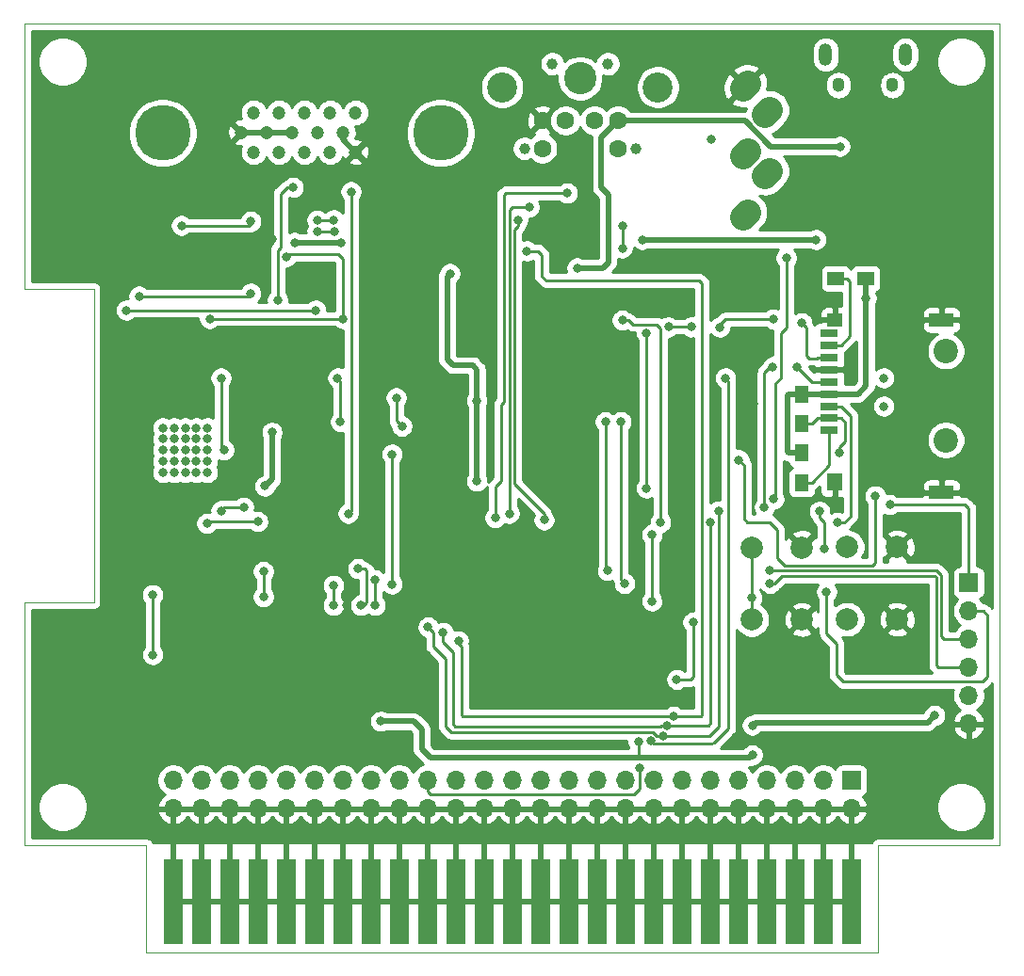
<source format=gbr>
G04 #@! TF.GenerationSoftware,KiCad,Pcbnew,(5.1.5)-3*
G04 #@! TF.CreationDate,2021-08-25T17:47:22+12:00*
G04 #@! TF.ProjectId,PocketTRS,506f636b-6574-4545-9253-2e6b69636164,rev?*
G04 #@! TF.SameCoordinates,Original*
G04 #@! TF.FileFunction,Copper,L2,Bot*
G04 #@! TF.FilePolarity,Positive*
%FSLAX46Y46*%
G04 Gerber Fmt 4.6, Leading zero omitted, Abs format (unit mm)*
G04 Created by KiCad (PCBNEW (5.1.5)-3) date 2021-08-25 17:47:22*
%MOMM*%
%LPD*%
G04 APERTURE LIST*
%ADD10C,0.050000*%
%ADD11R,1.778000X7.620000*%
%ADD12C,2.200000*%
%ADD13O,1.700000X1.700000*%
%ADD14R,1.700000X1.700000*%
%ADD15C,0.800000*%
%ADD16C,2.000000*%
%ADD17C,5.001260*%
%ADD18C,1.198880*%
%ADD19C,2.400000*%
%ADD20C,1.000000*%
%ADD21C,2.900000*%
%ADD22C,2.700000*%
%ADD23C,1.600000*%
%ADD24O,1.200000X2.000000*%
%ADD25O,1.100000X1.300000*%
%ADD26R,1.600000X0.700000*%
%ADD27R,1.400000X1.600000*%
%ADD28R,2.200000X1.200000*%
%ADD29R,1.400000X1.200000*%
%ADD30R,1.300000X1.500000*%
%ADD31R,1.500000X1.300000*%
%ADD32C,0.250000*%
%ADD33C,0.500000*%
%ADD34C,0.254000*%
G04 APERTURE END LIST*
D10*
X175260000Y-135890000D02*
X176022000Y-135890000D01*
X241808000Y-145542000D02*
X241300000Y-145542000D01*
X241808000Y-135890000D02*
X252730000Y-135890000D01*
X241808000Y-145542000D02*
X241808000Y-135890000D01*
X176022000Y-145542000D02*
X241300000Y-145542000D01*
X176022000Y-135890000D02*
X176022000Y-145542000D01*
X165100000Y-135890000D02*
X175260000Y-135890000D01*
X165100000Y-135890000D02*
X165100000Y-114046000D01*
X165100000Y-64770000D02*
X165100000Y-85852000D01*
X171323000Y-85852000D02*
X171323000Y-90805000D01*
X171323000Y-85852000D02*
X165100000Y-85852000D01*
X171323000Y-114046000D02*
X171323000Y-90805000D01*
X165100000Y-114046000D02*
X171323000Y-114046000D01*
X252730000Y-64770000D02*
X252730000Y-61976000D01*
X165100000Y-61976000D02*
X165100000Y-64770000D01*
X252730000Y-64770000D02*
X252730000Y-135890000D01*
X165100000Y-61976000D02*
X252730000Y-61976000D01*
D11*
X178435000Y-140970000D03*
X180975000Y-140970000D03*
X183515000Y-140970000D03*
X186055000Y-140970000D03*
X188595000Y-140970000D03*
X191135000Y-140970000D03*
X193675000Y-140970000D03*
X196215000Y-140970000D03*
X198755000Y-140970000D03*
X201295000Y-140970000D03*
X203835000Y-140970000D03*
X206375000Y-140970000D03*
X208915000Y-140970000D03*
X211455000Y-140970000D03*
X213995000Y-140970000D03*
X216535000Y-140970000D03*
X219075000Y-140970000D03*
X221615000Y-140970000D03*
X224155000Y-140970000D03*
X226695000Y-140970000D03*
X229235000Y-140970000D03*
X231775000Y-140970000D03*
X234315000Y-140970000D03*
X236855000Y-140970000D03*
X239395000Y-140970000D03*
D12*
X247904000Y-91440000D03*
X247904000Y-99441000D03*
D13*
X178435000Y-132588000D03*
X178435000Y-130048000D03*
X180975000Y-132588000D03*
X180975000Y-130048000D03*
X183515000Y-132588000D03*
X183515000Y-130048000D03*
X186055000Y-132588000D03*
X186055000Y-130048000D03*
X188595000Y-132588000D03*
X188595000Y-130048000D03*
X191135000Y-132588000D03*
X191135000Y-130048000D03*
X193675000Y-132588000D03*
X193675000Y-130048000D03*
X196215000Y-132588000D03*
X196215000Y-130048000D03*
X198755000Y-132588000D03*
X198755000Y-130048000D03*
X201295000Y-132588000D03*
X201295000Y-130048000D03*
X203835000Y-132588000D03*
X203835000Y-130048000D03*
X206375000Y-132588000D03*
X206375000Y-130048000D03*
X208915000Y-132588000D03*
X208915000Y-130048000D03*
X211455000Y-132588000D03*
X211455000Y-130048000D03*
X213995000Y-132588000D03*
X213995000Y-130048000D03*
X216535000Y-132588000D03*
X216535000Y-130048000D03*
X219075000Y-132588000D03*
X219075000Y-130048000D03*
X221615000Y-132588000D03*
X221615000Y-130048000D03*
X224155000Y-132588000D03*
X224155000Y-130048000D03*
X226695000Y-132588000D03*
X226695000Y-130048000D03*
X229235000Y-132588000D03*
X229235000Y-130048000D03*
X231775000Y-132588000D03*
X231775000Y-130048000D03*
X234315000Y-132588000D03*
X234315000Y-130048000D03*
X236855000Y-132588000D03*
X236855000Y-130048000D03*
X239395000Y-132588000D03*
D14*
X239395000Y-130048000D03*
D15*
X177524000Y-98349000D03*
X178524000Y-98349000D03*
X179524000Y-98349000D03*
X180524000Y-98349000D03*
X181524000Y-98349000D03*
X177524000Y-100349000D03*
X178524000Y-100349000D03*
X179524000Y-100349000D03*
X180524000Y-100349000D03*
X181524000Y-100349000D03*
X181524000Y-99349000D03*
X180524000Y-99349000D03*
X179524000Y-99349000D03*
X178524000Y-99349000D03*
X177524000Y-99349000D03*
X177524000Y-101349000D03*
X178524000Y-101349000D03*
X179524000Y-101349000D03*
X180524000Y-101349000D03*
X181524000Y-101349000D03*
X181524000Y-102349000D03*
X180524000Y-102349000D03*
X179524000Y-102349000D03*
X178524000Y-102349000D03*
X177524000Y-102349000D03*
D13*
X249936000Y-124968000D03*
X249936000Y-122428000D03*
X249936000Y-119888000D03*
X249936000Y-117348000D03*
X249936000Y-114808000D03*
D14*
X249936000Y-112268000D03*
D16*
X230450000Y-109093000D03*
X234950000Y-109093000D03*
X230450000Y-115593000D03*
X234950000Y-115593000D03*
X239014000Y-109070000D03*
X243514000Y-109070000D03*
X239014000Y-115570000D03*
X243514000Y-115570000D03*
D17*
X177497740Y-71813420D03*
D18*
X190258700Y-73532400D03*
X187972700Y-73532400D03*
X185681620Y-73532400D03*
X192552320Y-73532400D03*
X194840860Y-73532400D03*
X191427100Y-71767700D03*
X189128400Y-71767700D03*
X186829700Y-71767700D03*
X184536080Y-71767700D03*
D17*
X202486260Y-71813420D03*
D18*
X193700400Y-71767700D03*
X185681620Y-69976400D03*
X187972700Y-69976400D03*
X190261240Y-69976400D03*
X192552320Y-69976400D03*
X194843400Y-69976400D03*
D19*
X229657868Y-67776132D02*
X230082132Y-67351868D01*
X231657868Y-70176132D02*
X232082132Y-69751868D01*
X231657868Y-75676132D02*
X232082132Y-75251868D01*
X229657868Y-79376132D02*
X230082132Y-78951868D01*
X229657868Y-73876132D02*
X230082132Y-73451868D01*
D20*
X212511000Y-65603000D03*
X217511000Y-65603000D03*
D21*
X215011000Y-66903000D03*
D22*
X208011000Y-67703000D03*
X222011000Y-67703000D03*
D20*
X210011000Y-73203000D03*
X220011000Y-73203000D03*
D23*
X213711000Y-70703000D03*
X216311000Y-70703000D03*
X211611000Y-70703000D03*
X218411000Y-70703000D03*
X211611000Y-73203000D03*
X218411000Y-73203000D03*
D24*
X244240000Y-64770000D03*
X237090000Y-64770000D03*
D25*
X243090000Y-67520000D03*
X238240000Y-67520000D03*
D26*
X237404000Y-98593000D03*
X237404000Y-97493000D03*
X237404000Y-96393000D03*
X237404000Y-95293000D03*
X237404000Y-94193000D03*
X237404000Y-93093000D03*
X237404000Y-91993000D03*
X237404000Y-90893000D03*
X237404000Y-89793000D03*
D27*
X237904000Y-103243000D03*
D28*
X247504000Y-104143000D03*
X247504000Y-88643000D03*
D29*
X237904000Y-88643000D03*
D30*
X234950000Y-100567500D03*
X234950000Y-103267500D03*
X234950000Y-97997000D03*
X234950000Y-95297000D03*
D31*
X240681500Y-84899500D03*
X237981500Y-84899500D03*
D15*
X226822000Y-72390000D03*
X220980000Y-89789000D03*
X220980000Y-103759000D03*
X237934500Y-103187500D03*
X244729000Y-86868000D03*
X246888000Y-72390000D03*
X242965000Y-72404000D03*
X236220000Y-82804000D03*
X223774000Y-82804000D03*
X222777000Y-113696700D03*
X194000000Y-114330600D03*
X186715400Y-85902800D03*
X189966000Y-85902200D03*
X186944000Y-76327000D03*
X200088500Y-81407000D03*
X224663000Y-99695000D03*
X239395000Y-69469000D03*
X233045000Y-127762000D03*
X187340999Y-81391001D03*
X172614000Y-111612000D03*
X186436000Y-123063000D03*
X190373000Y-111000000D03*
X227330000Y-99695000D03*
X230632000Y-96139000D03*
X189865000Y-114046000D03*
X169926000Y-122301000D03*
X174117000Y-127508000D03*
X243649500Y-119824500D03*
X243649500Y-122428000D03*
X229171500Y-89852500D03*
X228790500Y-85407500D03*
X239331500Y-91884500D03*
X242443000Y-91884500D03*
X244411500Y-106616500D03*
X244411500Y-104076500D03*
X240728500Y-102616000D03*
X220853000Y-121221500D03*
X238379000Y-73025000D03*
X214757000Y-83947000D03*
X220252000Y-126588074D03*
X197104000Y-124736000D03*
X230505000Y-127762000D03*
X230505000Y-125095000D03*
X246888000Y-124206000D03*
X225171000Y-115824000D03*
X223710500Y-120967500D03*
X236220000Y-81407000D03*
X220599000Y-81407000D03*
X189357000Y-81661000D03*
X193548000Y-81661000D03*
X203327000Y-84455000D03*
X205740000Y-103124000D03*
X205740000Y-95885000D03*
X240729000Y-86678000D03*
X187328500Y-98742500D03*
X186690000Y-103577951D03*
X220345000Y-128905000D03*
X213868000Y-77216000D03*
X186055000Y-106770000D03*
X181483000Y-106934000D03*
X207391000Y-106426000D03*
X210439000Y-78486000D03*
X184785000Y-105477961D03*
X182753000Y-105791000D03*
X208661000Y-106045000D03*
X194437000Y-77089000D03*
X194183000Y-106045000D03*
X232092500Y-112331500D03*
X218694000Y-97790000D03*
X219011500Y-112331500D03*
X232092500Y-111188500D03*
X217297000Y-97790000D03*
X217487500Y-111188500D03*
X221488000Y-113919000D03*
X221488000Y-107950000D03*
X176593500Y-113347500D03*
X176610000Y-118745000D03*
X198501000Y-95631000D03*
X199009000Y-98203010D03*
X230450000Y-113656500D03*
X181737000Y-88519000D03*
X193712000Y-88519000D03*
X234950000Y-88900000D03*
X232358681Y-88555753D03*
X227584000Y-89281000D03*
X222960922Y-89265816D03*
X225028816Y-89265816D03*
X188632000Y-82931000D03*
X223427000Y-124299000D03*
X210232000Y-82439500D03*
X204089000Y-117500980D03*
X175387000Y-86487000D03*
X185420000Y-86233000D03*
X185420000Y-79756000D03*
X179197000Y-80137000D03*
X191262000Y-87757000D03*
X174244000Y-87757000D03*
X233553000Y-83058000D03*
X232432039Y-104752961D03*
X222864178Y-125125580D03*
X202692000Y-116750000D03*
X191389000Y-80655005D03*
X192902995Y-80655005D03*
X218821000Y-80137000D03*
X218821000Y-82169000D03*
X218821000Y-88646000D03*
X222250000Y-106827991D03*
X226752990Y-106864990D03*
X195072000Y-111000001D03*
X195326000Y-114300000D03*
X238125000Y-106864991D03*
X222477272Y-126047701D03*
X201361368Y-116265033D03*
X211788500Y-106632500D03*
X191389000Y-79655002D03*
X192876000Y-79629000D03*
X209423000Y-79629000D03*
X227477990Y-105811990D03*
X196596000Y-112014000D03*
X196596000Y-114300000D03*
X231584500Y-105477961D03*
X232346500Y-92837000D03*
X234505500Y-92837000D03*
X186563000Y-113538000D03*
X186563000Y-111252000D03*
X242316000Y-96393000D03*
X236537500Y-105854500D03*
X237172500Y-113093500D03*
X236982000Y-109220000D03*
X242316000Y-93853000D03*
X242855750Y-105251250D03*
X189230000Y-76708000D03*
X187833000Y-86868000D03*
X238315500Y-100584000D03*
X241554000Y-104457500D03*
X229298500Y-101219000D03*
X182753000Y-93853000D03*
X183007000Y-100330000D03*
X198120000Y-100711000D03*
X198120000Y-112395000D03*
X192843062Y-112513112D03*
X192843062Y-114300000D03*
X221364840Y-126526260D03*
X228092000Y-93853000D03*
X193484500Y-97790000D03*
X193230500Y-93853000D03*
D32*
X220980000Y-103759000D02*
X220980000Y-89789000D01*
X220980000Y-104013000D02*
X220980000Y-103759000D01*
D33*
X184536080Y-71767700D02*
X186829700Y-71767700D01*
X186829700Y-71767700D02*
X189128400Y-71767700D01*
X193700400Y-72391940D02*
X194840860Y-73532400D01*
X193700400Y-71767700D02*
X193700400Y-72391940D01*
X178435000Y-140970000D02*
X239395000Y-140970000D01*
X178435000Y-136660000D02*
X178435000Y-132588000D01*
X178435000Y-140970000D02*
X178435000Y-136660000D01*
X239395000Y-136660000D02*
X239395000Y-132588000D01*
X239395000Y-140970000D02*
X239395000Y-136660000D01*
X180975000Y-136660000D02*
X180975000Y-132588000D01*
X180975000Y-140970000D02*
X180975000Y-136660000D01*
X183515000Y-136660000D02*
X183515000Y-132588000D01*
X183515000Y-140970000D02*
X183515000Y-136660000D01*
X186055000Y-133790081D02*
X186055000Y-140970000D01*
X186055000Y-132588000D02*
X186055000Y-133790081D01*
X188595000Y-133790081D02*
X188595000Y-140970000D01*
X188595000Y-132588000D02*
X188595000Y-133790081D01*
X191135000Y-132588000D02*
X191135000Y-140970000D01*
X193675000Y-132588000D02*
X193675000Y-140970000D01*
X196215000Y-132588000D02*
X196215000Y-140970000D01*
X198755000Y-133790081D02*
X198755000Y-140970000D01*
X198755000Y-132588000D02*
X198755000Y-133790081D01*
X201295000Y-132588000D02*
X201295000Y-140970000D01*
X203835000Y-132588000D02*
X203835000Y-140970000D01*
X206375000Y-132588000D02*
X206375000Y-140970000D01*
X208915000Y-133790081D02*
X208915000Y-140970000D01*
X208915000Y-132588000D02*
X208915000Y-133790081D01*
X211455000Y-133790081D02*
X211455000Y-140970000D01*
X211455000Y-132588000D02*
X211455000Y-133790081D01*
X213995000Y-133790081D02*
X213995000Y-140970000D01*
X213995000Y-132588000D02*
X213995000Y-133790081D01*
X216535000Y-132588000D02*
X216535000Y-140970000D01*
X219075000Y-133790081D02*
X219075000Y-140970000D01*
X219075000Y-132588000D02*
X219075000Y-133790081D01*
X221615000Y-133790081D02*
X221615000Y-140970000D01*
X221615000Y-132588000D02*
X221615000Y-133790081D01*
X224155000Y-133790081D02*
X224155000Y-140970000D01*
X224155000Y-132588000D02*
X224155000Y-133790081D01*
X226695000Y-133790081D02*
X226695000Y-140970000D01*
X226695000Y-132588000D02*
X226695000Y-133790081D01*
X229235000Y-133790081D02*
X229235000Y-140970000D01*
X229235000Y-132588000D02*
X229235000Y-133790081D01*
X231775000Y-132588000D02*
X231775000Y-140970000D01*
X234315000Y-133790081D02*
X234315000Y-140970000D01*
X234315000Y-132588000D02*
X234315000Y-133790081D01*
X236855000Y-132588000D02*
X236855000Y-140970000D01*
D32*
X220252000Y-127982000D02*
X220252000Y-126588074D01*
X220218000Y-128016000D02*
X220252000Y-127982000D01*
D33*
X228854000Y-128016000D02*
X220218000Y-128016000D01*
X218411000Y-70703000D02*
X216916000Y-72198000D01*
X216916000Y-72198000D02*
X216916000Y-76708000D01*
X216916000Y-76708000D02*
X217551000Y-77343000D01*
X217551000Y-77343000D02*
X217551000Y-83439000D01*
X217043000Y-83947000D02*
X214757000Y-83947000D01*
X217551000Y-83439000D02*
X217043000Y-83947000D01*
X237813315Y-73025000D02*
X238379000Y-73025000D01*
X232173268Y-73025000D02*
X237813315Y-73025000D01*
X229851268Y-70703000D02*
X232173268Y-73025000D01*
X218411000Y-70703000D02*
X229851268Y-70703000D01*
X228854000Y-128016000D02*
X230251000Y-128016000D01*
X230251000Y-128016000D02*
X230505000Y-127762000D01*
X243332000Y-124841000D02*
X230759000Y-124841000D01*
X230759000Y-124841000D02*
X230505000Y-125095000D01*
X201549000Y-128016000D02*
X220218000Y-128016000D01*
X200787000Y-127254000D02*
X201549000Y-128016000D01*
X197104000Y-124736000D02*
X200047000Y-124736000D01*
X200787000Y-125476000D02*
X200787000Y-127254000D01*
X200047000Y-124736000D02*
X200787000Y-125476000D01*
X243332000Y-124841000D02*
X246253000Y-124841000D01*
X246253000Y-124841000D02*
X246888000Y-124206000D01*
D32*
X225171000Y-115824000D02*
X225171000Y-120713500D01*
X225171000Y-120713500D02*
X224917000Y-120967500D01*
X224917000Y-120967500D02*
X223710500Y-120967500D01*
D33*
X236220000Y-81407000D02*
X220599000Y-81407000D01*
X189293500Y-81597500D02*
X189357000Y-81661000D01*
X189357000Y-81661000D02*
X193548000Y-81661000D01*
X205740000Y-103124000D02*
X205740000Y-102558315D01*
X205740000Y-102558315D02*
X205740000Y-95885000D01*
X205740000Y-93091000D02*
X205359000Y-92710000D01*
X203581000Y-92710000D02*
X203073000Y-92202000D01*
X205740000Y-95885000D02*
X205740000Y-93091000D01*
X205359000Y-92710000D02*
X203581000Y-92710000D01*
X203073000Y-84709000D02*
X203327000Y-84455000D01*
X203073000Y-92202000D02*
X203073000Y-84709000D01*
X234954000Y-95293000D02*
X234950000Y-95297000D01*
X237404000Y-95293000D02*
X234954000Y-95293000D01*
X240792000Y-86741000D02*
X240729000Y-86678000D01*
X240729000Y-87243685D02*
X240728500Y-87244185D01*
X240729000Y-86678000D02*
X240729000Y-87243685D01*
X239987000Y-95293000D02*
X237404000Y-95293000D01*
X240729000Y-87243685D02*
X240729000Y-94551000D01*
X240729000Y-94551000D02*
X239987000Y-95293000D01*
X187328500Y-98742500D02*
X187328500Y-102993500D01*
X187328500Y-102993500D02*
X186744049Y-103577951D01*
X186744049Y-103577951D02*
X186690000Y-103577951D01*
X240729000Y-84947000D02*
X240681500Y-84899500D01*
X240729000Y-86678000D02*
X240729000Y-84947000D01*
X233680000Y-100457000D02*
X233790500Y-100567500D01*
X233790500Y-100567500D02*
X234950000Y-100567500D01*
X234950000Y-95297000D02*
X233800000Y-95297000D01*
X233680000Y-95417000D02*
X233680000Y-100457000D01*
X233800000Y-95297000D02*
X233680000Y-95417000D01*
D32*
X201295000Y-131064000D02*
X201549000Y-131318000D01*
X201295000Y-130048000D02*
X201295000Y-131064000D01*
X220345000Y-130810000D02*
X219837000Y-131318000D01*
X220345000Y-128905000D02*
X220345000Y-130810000D01*
X201549000Y-131318000D02*
X219837000Y-131318000D01*
X186055000Y-106770000D02*
X181647000Y-106770000D01*
X181647000Y-106770000D02*
X181483000Y-106934000D01*
X207391000Y-103632000D02*
X207899000Y-103124000D01*
X208343500Y-77216000D02*
X213868000Y-77216000D01*
X207391000Y-106426000D02*
X207391000Y-103632000D01*
X207899000Y-103124000D02*
X207899000Y-96266000D01*
X207899000Y-96266000D02*
X208153000Y-96012000D01*
X208153000Y-77406500D02*
X208343500Y-77216000D01*
X208153000Y-96012000D02*
X208153000Y-77406500D01*
X184785000Y-105477961D02*
X183066039Y-105477961D01*
X183066039Y-105477961D02*
X182753000Y-105791000D01*
X208915000Y-78486000D02*
X210439000Y-78486000D01*
X208661000Y-106045000D02*
X208661000Y-78740000D01*
X208661000Y-78740000D02*
X208915000Y-78486000D01*
X194437000Y-78162685D02*
X194437000Y-82804000D01*
X194437000Y-77089000D02*
X194437000Y-78162685D01*
X194437000Y-82804000D02*
X194437000Y-105791000D01*
X194437000Y-105791000D02*
X194183000Y-106045000D01*
X247009490Y-111755900D02*
X246892100Y-111638510D01*
X247009490Y-119691990D02*
X247009490Y-111755900D01*
X246892100Y-111638510D02*
X241363500Y-111638510D01*
X249936000Y-119888000D02*
X247205500Y-119888000D01*
X247205500Y-119888000D02*
X247009490Y-119691990D01*
X241363500Y-111638510D02*
X233166490Y-111638510D01*
X233166490Y-111638510D02*
X232473500Y-112331500D01*
X232473500Y-112331500D02*
X232092500Y-112331500D01*
X218694000Y-97790000D02*
X218694000Y-112014000D01*
X218694000Y-112014000D02*
X219011500Y-112331500D01*
X232092500Y-111188500D02*
X232092500Y-111188500D01*
X232092500Y-111188500D02*
X247078500Y-111188500D01*
X247078500Y-111188500D02*
X247459500Y-111569500D01*
X247459500Y-117094000D02*
X247713500Y-117348000D01*
X247713500Y-117348000D02*
X248733919Y-117348000D01*
X248733919Y-117348000D02*
X249936000Y-117348000D01*
X247459500Y-111569500D02*
X247459500Y-117094000D01*
X217297000Y-97790000D02*
X217297000Y-107251500D01*
X217297000Y-107251500D02*
X217297000Y-110998000D01*
X217297000Y-110998000D02*
X217487500Y-111188500D01*
X221488000Y-113919000D02*
X221488000Y-107950000D01*
X176610000Y-113364000D02*
X176593500Y-113347500D01*
X176610000Y-117522000D02*
X176610000Y-113364000D01*
X176610000Y-117522000D02*
X176610000Y-118745000D01*
X198501000Y-95631000D02*
X198501000Y-97663000D01*
X198501000Y-97663000D02*
X199009000Y-98171000D01*
X199009000Y-98171000D02*
X199009000Y-98203010D01*
X230450000Y-114178787D02*
X230450000Y-113656500D01*
X230450000Y-115593000D02*
X230450000Y-114178787D01*
X230450000Y-113656500D02*
X230450000Y-109093000D01*
X181737000Y-88519000D02*
X193802000Y-88519000D01*
X193802000Y-88519000D02*
X193712000Y-88519000D01*
X236354000Y-91993000D02*
X236272000Y-92075000D01*
X237404000Y-91993000D02*
X236354000Y-91993000D01*
X236272000Y-92075000D02*
X235585000Y-92075000D01*
X235585000Y-92075000D02*
X235331000Y-91821000D01*
X235331000Y-91821000D02*
X235331000Y-89281000D01*
X235331000Y-89281000D02*
X234950000Y-88900000D01*
X232358681Y-88555753D02*
X228055247Y-88555753D01*
X228055247Y-88555753D02*
X227584000Y-89027000D01*
X227584000Y-89027000D02*
X227584000Y-89281000D01*
X222960922Y-89265816D02*
X225028816Y-89265816D01*
X188822500Y-82740500D02*
X188632000Y-82931000D01*
X193294000Y-82740500D02*
X188822500Y-82740500D01*
X193712000Y-88519000D02*
X193712000Y-83158500D01*
X193712000Y-83158500D02*
X193294000Y-82740500D01*
X223427000Y-124299000D02*
X225903500Y-124299000D01*
X225903500Y-124299000D02*
X225996500Y-124206000D01*
X225996500Y-124206000D02*
X225996500Y-114427000D01*
X225996500Y-114427000D02*
X225996500Y-85344000D01*
X225996500Y-85344000D02*
X225742500Y-85090000D01*
X210232000Y-82439500D02*
X211217500Y-82439500D01*
X211217500Y-82439500D02*
X211582000Y-82804000D01*
X211582000Y-82804000D02*
X211582000Y-84709000D01*
X225742500Y-85090000D02*
X211963000Y-85090000D01*
X211582000Y-84709000D02*
X211963000Y-85090000D01*
X223427000Y-124299000D02*
X204436000Y-124299000D01*
X204436000Y-124299000D02*
X204343000Y-124206000D01*
X204343000Y-124206000D02*
X204343000Y-120777000D01*
X204343000Y-120777000D02*
X204343000Y-117983000D01*
X204343000Y-117983000D02*
X204089000Y-117729000D01*
X204089000Y-117729000D02*
X204089000Y-117500980D01*
X175387000Y-86487000D02*
X185166000Y-86487000D01*
X185166000Y-86487000D02*
X185420000Y-86233000D01*
X185420000Y-79756000D02*
X185420000Y-80010000D01*
X185420000Y-80010000D02*
X185293000Y-80137000D01*
X185293000Y-80137000D02*
X183642000Y-80137000D01*
X179197000Y-80137000D02*
X183642000Y-80137000D01*
X191262000Y-87757000D02*
X174244000Y-87757000D01*
X232432039Y-104752961D02*
X232432039Y-104689461D01*
X232432039Y-104689461D02*
X232473500Y-104648000D01*
X232432039Y-104752961D02*
X232495539Y-104752961D01*
X232495539Y-104752961D02*
X232537000Y-104711500D01*
X233071501Y-93826499D02*
X232537000Y-94361000D01*
X232537000Y-104711500D02*
X232537000Y-94361000D01*
X233553000Y-83058000D02*
X233553000Y-89334002D01*
X233071501Y-89815501D02*
X233071501Y-93826499D01*
X233553000Y-89334002D02*
X233071501Y-89815501D01*
X226752990Y-116147010D02*
X226752990Y-124910010D01*
X226537420Y-125125580D02*
X222864178Y-125125580D01*
X226752990Y-124910010D02*
X226537420Y-125125580D01*
X226752990Y-116147010D02*
X226752990Y-115258010D01*
X226752990Y-115258010D02*
X226752990Y-114623010D01*
X203798001Y-125185001D02*
X203581000Y-124968000D01*
X222864178Y-125125580D02*
X222298493Y-125125580D01*
X222298493Y-125125580D02*
X222239072Y-125185001D01*
X222239072Y-125185001D02*
X203798001Y-125185001D01*
X203581000Y-124968000D02*
X203581000Y-118491000D01*
X203581000Y-118491000D02*
X202692000Y-117602000D01*
X202692000Y-117602000D02*
X202692000Y-116750000D01*
X191389000Y-80655005D02*
X192902995Y-80655005D01*
X218821000Y-80137000D02*
X218821000Y-80702685D01*
X218821000Y-80702685D02*
X218821000Y-82169000D01*
X219386685Y-88646000D02*
X219767685Y-89027000D01*
X218821000Y-88646000D02*
X219386685Y-88646000D01*
X219767685Y-89027000D02*
X221869000Y-89027000D01*
X221869000Y-89027000D02*
X222250000Y-89408000D01*
X222250000Y-89408000D02*
X222250000Y-106553000D01*
X222250000Y-106553000D02*
X222250000Y-106827991D01*
X226752990Y-114623010D02*
X226752990Y-106864990D01*
X195637685Y-111000001D02*
X195072000Y-111000001D01*
X195834000Y-114046000D02*
X195834000Y-111196316D01*
X195834000Y-111196316D02*
X195637685Y-111000001D01*
X195326000Y-114300000D02*
X195580000Y-114300000D01*
X195580000Y-114300000D02*
X195834000Y-114046000D01*
X238454000Y-96393000D02*
X239331500Y-97270500D01*
X237404000Y-96393000D02*
X238454000Y-96393000D01*
X239331500Y-97270500D02*
X239331500Y-106299000D01*
X239331500Y-106299000D02*
X238760000Y-106870500D01*
X238760000Y-106870500D02*
X238130509Y-106870500D01*
X238130509Y-106870500D02*
X238125000Y-106864991D01*
X227477990Y-115443000D02*
X227477990Y-125201010D01*
X226631299Y-126047701D02*
X222477272Y-126047701D01*
X227477990Y-125201010D02*
X226631299Y-126047701D01*
X221593886Y-125730000D02*
X221911587Y-126047701D01*
X203454000Y-125730000D02*
X221593886Y-125730000D01*
X201803000Y-116713000D02*
X201803000Y-117983000D01*
X201361368Y-116271368D02*
X201803000Y-116713000D01*
X202946000Y-119126000D02*
X202946000Y-125222000D01*
X221911587Y-126047701D02*
X222477272Y-126047701D01*
X202946000Y-125222000D02*
X203454000Y-125730000D01*
X201361368Y-116265033D02*
X201361368Y-116271368D01*
X201803000Y-117983000D02*
X202946000Y-119126000D01*
X191954685Y-79655002D02*
X191980687Y-79629000D01*
X191389000Y-79655002D02*
X191954685Y-79655002D01*
X191980687Y-79629000D02*
X192876000Y-79629000D01*
X211788500Y-106066815D02*
X211788500Y-106632500D01*
X209111010Y-80506675D02*
X209111010Y-103389325D01*
X209423000Y-80194685D02*
X209111010Y-80506675D01*
X209111010Y-103389325D02*
X211788500Y-106066815D01*
X209423000Y-79629000D02*
X209423000Y-80194685D01*
X227477990Y-115443000D02*
X227477990Y-105811990D01*
X196596000Y-112014000D02*
X196596000Y-114427000D01*
X231584500Y-105477961D02*
X231584500Y-104912276D01*
X231584500Y-104912276D02*
X231584500Y-93345000D01*
X231584500Y-93345000D02*
X232092500Y-92837000D01*
X232092500Y-92837000D02*
X232346500Y-92837000D01*
X235861500Y-94193000D02*
X237404000Y-94193000D01*
X234505500Y-92837000D02*
X235861500Y-94193000D01*
X186563000Y-113538000D02*
X186563000Y-111252000D01*
X236537500Y-106420185D02*
X236982000Y-106864685D01*
X236537500Y-105854500D02*
X236537500Y-106420185D01*
X251269500Y-114808000D02*
X249936000Y-114808000D01*
X251650500Y-115189000D02*
X251269500Y-114808000D01*
X251650500Y-120713500D02*
X251650500Y-115189000D01*
X251206000Y-121158000D02*
X251650500Y-120713500D01*
X237172500Y-116840000D02*
X238061500Y-117729000D01*
X238633000Y-121158000D02*
X251206000Y-121158000D01*
X238061500Y-120586500D02*
X238633000Y-121158000D01*
X237172500Y-113093500D02*
X237172500Y-116840000D01*
X238061500Y-117729000D02*
X238061500Y-120586500D01*
X236982000Y-109220000D02*
X236982000Y-106864685D01*
X242855750Y-105251250D02*
X249586750Y-105251250D01*
X249936000Y-105600500D02*
X249936000Y-112268000D01*
X249586750Y-105251250D02*
X249936000Y-105600500D01*
X188664315Y-76708000D02*
X188087000Y-77285315D01*
X189230000Y-76708000D02*
X188664315Y-76708000D01*
X188087000Y-82111998D02*
X187833000Y-82365998D01*
X188087000Y-77285315D02*
X188087000Y-82111998D01*
X187833000Y-82365998D02*
X187833000Y-86741000D01*
X237404000Y-99193000D02*
X237404000Y-98593000D01*
X235850000Y-103267500D02*
X237404000Y-101713500D01*
X237404000Y-101713500D02*
X237404000Y-99193000D01*
X234950000Y-103267500D02*
X235850000Y-103267500D01*
X235850000Y-97997000D02*
X234950000Y-97997000D01*
X236354000Y-97493000D02*
X235850000Y-97997000D01*
X237404000Y-97493000D02*
X236354000Y-97493000D01*
X238454000Y-97493000D02*
X238823500Y-97862500D01*
X237404000Y-97493000D02*
X238454000Y-97493000D01*
X238823500Y-97862500D02*
X238823500Y-99568000D01*
X238823500Y-99568000D02*
X238315500Y-100076000D01*
X238315500Y-100076000D02*
X238315500Y-100584000D01*
X229743000Y-101663500D02*
X229298500Y-101219000D01*
X230060500Y-106807000D02*
X229743000Y-106489500D01*
X232029000Y-106807000D02*
X230060500Y-106807000D01*
X232727500Y-107505500D02*
X232029000Y-106807000D01*
X241554000Y-104457500D02*
X241554000Y-110490000D01*
X229743000Y-106489500D02*
X229743000Y-101663500D01*
X241554000Y-110490000D02*
X241305510Y-110738490D01*
X241305510Y-110738490D02*
X233420490Y-110738490D01*
X232727500Y-110045500D02*
X232727500Y-107505500D01*
X233420490Y-110738490D02*
X232727500Y-110045500D01*
X238454000Y-90893000D02*
X239268000Y-90079000D01*
X237404000Y-90893000D02*
X238454000Y-90893000D01*
X238981500Y-84899500D02*
X237981500Y-84899500D01*
X239268000Y-85186000D02*
X238981500Y-84899500D01*
X239268000Y-90079000D02*
X239268000Y-85186000D01*
X182753000Y-93853000D02*
X182753000Y-94418685D01*
X182753000Y-94418685D02*
X182753000Y-100076000D01*
X182753000Y-100076000D02*
X183007000Y-100330000D01*
X198120000Y-100711000D02*
X198120000Y-101276685D01*
X198120000Y-101276685D02*
X198120000Y-112649000D01*
X192843062Y-112513112D02*
X192843062Y-114300000D01*
X228346000Y-125349000D02*
X228346000Y-116078000D01*
X227076000Y-126619000D02*
X228346000Y-125349000D01*
X226795298Y-126772702D02*
X227076000Y-126619000D01*
X221364840Y-126526260D02*
X221611282Y-126772702D01*
X221611282Y-126772702D02*
X226795298Y-126772702D01*
X228346000Y-116078000D02*
X228346000Y-94488000D01*
X228346000Y-94488000D02*
X228346000Y-94488000D01*
X228346000Y-94488000D02*
X228346000Y-94107000D01*
X228346000Y-94107000D02*
X228092000Y-93853000D01*
X228092000Y-93853000D02*
X228092000Y-93853000D01*
X193484500Y-97790000D02*
X193484500Y-94107000D01*
X193484500Y-94107000D02*
X193230500Y-93853000D01*
D34*
G36*
X252070000Y-64737581D02*
G01*
X252070000Y-64737582D01*
X252070001Y-114533700D01*
X251833304Y-114297003D01*
X251809501Y-114267999D01*
X251693776Y-114173026D01*
X251561747Y-114102454D01*
X251418486Y-114058997D01*
X251306833Y-114048000D01*
X251306822Y-114048000D01*
X251269500Y-114044324D01*
X251232178Y-114048000D01*
X251214178Y-114048000D01*
X251089475Y-113861368D01*
X250957620Y-113729513D01*
X251030180Y-113707502D01*
X251140494Y-113648537D01*
X251237185Y-113569185D01*
X251316537Y-113472494D01*
X251375502Y-113362180D01*
X251411812Y-113242482D01*
X251424072Y-113118000D01*
X251424072Y-111418000D01*
X251411812Y-111293518D01*
X251375502Y-111173820D01*
X251316537Y-111063506D01*
X251237185Y-110966815D01*
X251140494Y-110887463D01*
X251030180Y-110828498D01*
X250910482Y-110792188D01*
X250786000Y-110779928D01*
X250696000Y-110779928D01*
X250696000Y-105637822D01*
X250699676Y-105600499D01*
X250696000Y-105563176D01*
X250696000Y-105563167D01*
X250685003Y-105451514D01*
X250641546Y-105308253D01*
X250570974Y-105176224D01*
X250476001Y-105060499D01*
X250446998Y-105036697D01*
X250150554Y-104740253D01*
X250126751Y-104711249D01*
X250011026Y-104616276D01*
X249878997Y-104545704D01*
X249735736Y-104502247D01*
X249624083Y-104491250D01*
X249624072Y-104491250D01*
X249586750Y-104487574D01*
X249549428Y-104491250D01*
X249239611Y-104491250D01*
X249239000Y-104428750D01*
X249080250Y-104270000D01*
X247631000Y-104270000D01*
X247631000Y-104290000D01*
X247377000Y-104290000D01*
X247377000Y-104270000D01*
X245927750Y-104270000D01*
X245769000Y-104428750D01*
X245768389Y-104491250D01*
X243559461Y-104491250D01*
X243515524Y-104447313D01*
X243346006Y-104334045D01*
X243157648Y-104256024D01*
X242957689Y-104216250D01*
X242753811Y-104216250D01*
X242568617Y-104253087D01*
X242549226Y-104155602D01*
X242471205Y-103967244D01*
X242357937Y-103797726D01*
X242213774Y-103653563D01*
X242048305Y-103543000D01*
X245765928Y-103543000D01*
X245769000Y-103857250D01*
X245927750Y-104016000D01*
X247377000Y-104016000D01*
X247377000Y-103066750D01*
X247631000Y-103066750D01*
X247631000Y-104016000D01*
X249080250Y-104016000D01*
X249239000Y-103857250D01*
X249242072Y-103543000D01*
X249229812Y-103418518D01*
X249193502Y-103298820D01*
X249134537Y-103188506D01*
X249055185Y-103091815D01*
X248958494Y-103012463D01*
X248848180Y-102953498D01*
X248728482Y-102917188D01*
X248604000Y-102904928D01*
X247789750Y-102908000D01*
X247631000Y-103066750D01*
X247377000Y-103066750D01*
X247218250Y-102908000D01*
X246404000Y-102904928D01*
X246279518Y-102917188D01*
X246159820Y-102953498D01*
X246049506Y-103012463D01*
X245952815Y-103091815D01*
X245873463Y-103188506D01*
X245814498Y-103298820D01*
X245778188Y-103418518D01*
X245765928Y-103543000D01*
X242048305Y-103543000D01*
X242044256Y-103540295D01*
X241855898Y-103462274D01*
X241655939Y-103422500D01*
X241452061Y-103422500D01*
X241252102Y-103462274D01*
X241063744Y-103540295D01*
X240894226Y-103653563D01*
X240750063Y-103797726D01*
X240636795Y-103967244D01*
X240558774Y-104155602D01*
X240519000Y-104355561D01*
X240519000Y-104559439D01*
X240558774Y-104759398D01*
X240636795Y-104947756D01*
X240750063Y-105117274D01*
X240794000Y-105161211D01*
X240794001Y-109978490D01*
X240373364Y-109978490D01*
X240462918Y-109844463D01*
X240586168Y-109546912D01*
X240649000Y-109231033D01*
X240649000Y-108908967D01*
X240586168Y-108593088D01*
X240462918Y-108295537D01*
X240283987Y-108027748D01*
X240056252Y-107800013D01*
X239788463Y-107621082D01*
X239490912Y-107497832D01*
X239251593Y-107450229D01*
X239300001Y-107410501D01*
X239323803Y-107381498D01*
X239842502Y-106862800D01*
X239871501Y-106839001D01*
X239908431Y-106794002D01*
X239966474Y-106723277D01*
X240037046Y-106591247D01*
X240042659Y-106572743D01*
X240080503Y-106447986D01*
X240091500Y-106336333D01*
X240091500Y-106336324D01*
X240095176Y-106299001D01*
X240091500Y-106261678D01*
X240091500Y-99270117D01*
X246169000Y-99270117D01*
X246169000Y-99611883D01*
X246235675Y-99947081D01*
X246366463Y-100262831D01*
X246556337Y-100546998D01*
X246798002Y-100788663D01*
X247082169Y-100978537D01*
X247397919Y-101109325D01*
X247733117Y-101176000D01*
X248074883Y-101176000D01*
X248410081Y-101109325D01*
X248725831Y-100978537D01*
X249009998Y-100788663D01*
X249251663Y-100546998D01*
X249441537Y-100262831D01*
X249572325Y-99947081D01*
X249639000Y-99611883D01*
X249639000Y-99270117D01*
X249572325Y-98934919D01*
X249441537Y-98619169D01*
X249251663Y-98335002D01*
X249009998Y-98093337D01*
X248725831Y-97903463D01*
X248410081Y-97772675D01*
X248074883Y-97706000D01*
X247733117Y-97706000D01*
X247397919Y-97772675D01*
X247082169Y-97903463D01*
X246798002Y-98093337D01*
X246556337Y-98335002D01*
X246366463Y-98619169D01*
X246235675Y-98934919D01*
X246169000Y-99270117D01*
X240091500Y-99270117D01*
X240091500Y-97307822D01*
X240095176Y-97270499D01*
X240091500Y-97233176D01*
X240091500Y-97233167D01*
X240080503Y-97121514D01*
X240037046Y-96978253D01*
X239966474Y-96846224D01*
X239930349Y-96802205D01*
X239895299Y-96759496D01*
X239895295Y-96759492D01*
X239871501Y-96730499D01*
X239842509Y-96706706D01*
X239426864Y-96291061D01*
X241281000Y-96291061D01*
X241281000Y-96494939D01*
X241320774Y-96694898D01*
X241398795Y-96883256D01*
X241512063Y-97052774D01*
X241656226Y-97196937D01*
X241825744Y-97310205D01*
X242014102Y-97388226D01*
X242214061Y-97428000D01*
X242417939Y-97428000D01*
X242617898Y-97388226D01*
X242806256Y-97310205D01*
X242975774Y-97196937D01*
X243119937Y-97052774D01*
X243233205Y-96883256D01*
X243311226Y-96694898D01*
X243351000Y-96494939D01*
X243351000Y-96291061D01*
X243311226Y-96091102D01*
X243233205Y-95902744D01*
X243119937Y-95733226D01*
X242975774Y-95589063D01*
X242806256Y-95475795D01*
X242617898Y-95397774D01*
X242417939Y-95358000D01*
X242214061Y-95358000D01*
X242014102Y-95397774D01*
X241825744Y-95475795D01*
X241656226Y-95589063D01*
X241512063Y-95733226D01*
X241398795Y-95902744D01*
X241320774Y-96091102D01*
X241281000Y-96291061D01*
X239426864Y-96291061D01*
X239313802Y-96178000D01*
X239943531Y-96178000D01*
X239987000Y-96182281D01*
X240030469Y-96178000D01*
X240030477Y-96178000D01*
X240160490Y-96165195D01*
X240327313Y-96114589D01*
X240481059Y-96032411D01*
X240615817Y-95921817D01*
X240643534Y-95888044D01*
X241324049Y-95207530D01*
X241357817Y-95179817D01*
X241385908Y-95145589D01*
X241444210Y-95074548D01*
X241468411Y-95045059D01*
X241550589Y-94891313D01*
X241601195Y-94724490D01*
X241612186Y-94612897D01*
X241656226Y-94656937D01*
X241825744Y-94770205D01*
X242014102Y-94848226D01*
X242214061Y-94888000D01*
X242417939Y-94888000D01*
X242617898Y-94848226D01*
X242806256Y-94770205D01*
X242975774Y-94656937D01*
X243119937Y-94512774D01*
X243233205Y-94343256D01*
X243311226Y-94154898D01*
X243351000Y-93954939D01*
X243351000Y-93751061D01*
X243311226Y-93551102D01*
X243233205Y-93362744D01*
X243119937Y-93193226D01*
X242975774Y-93049063D01*
X242806256Y-92935795D01*
X242617898Y-92857774D01*
X242417939Y-92818000D01*
X242214061Y-92818000D01*
X242014102Y-92857774D01*
X241825744Y-92935795D01*
X241656226Y-93049063D01*
X241614000Y-93091289D01*
X241614000Y-89243000D01*
X245765928Y-89243000D01*
X245778188Y-89367482D01*
X245814498Y-89487180D01*
X245873463Y-89597494D01*
X245952815Y-89694185D01*
X246049506Y-89773537D01*
X246159820Y-89832502D01*
X246279518Y-89868812D01*
X246404000Y-89881072D01*
X247140520Y-89878293D01*
X247082169Y-89902463D01*
X246798002Y-90092337D01*
X246556337Y-90334002D01*
X246366463Y-90618169D01*
X246235675Y-90933919D01*
X246169000Y-91269117D01*
X246169000Y-91610883D01*
X246235675Y-91946081D01*
X246366463Y-92261831D01*
X246556337Y-92545998D01*
X246798002Y-92787663D01*
X247082169Y-92977537D01*
X247397919Y-93108325D01*
X247733117Y-93175000D01*
X248074883Y-93175000D01*
X248410081Y-93108325D01*
X248725831Y-92977537D01*
X249009998Y-92787663D01*
X249251663Y-92545998D01*
X249441537Y-92261831D01*
X249572325Y-91946081D01*
X249639000Y-91610883D01*
X249639000Y-91269117D01*
X249572325Y-90933919D01*
X249441537Y-90618169D01*
X249251663Y-90334002D01*
X249009998Y-90092337D01*
X248725831Y-89902463D01*
X248660706Y-89875487D01*
X248728482Y-89868812D01*
X248848180Y-89832502D01*
X248958494Y-89773537D01*
X249055185Y-89694185D01*
X249134537Y-89597494D01*
X249193502Y-89487180D01*
X249229812Y-89367482D01*
X249242072Y-89243000D01*
X249239000Y-88928750D01*
X249080250Y-88770000D01*
X247631000Y-88770000D01*
X247631000Y-88790000D01*
X247377000Y-88790000D01*
X247377000Y-88770000D01*
X245927750Y-88770000D01*
X245769000Y-88928750D01*
X245765928Y-89243000D01*
X241614000Y-89243000D01*
X241614000Y-88043000D01*
X245765928Y-88043000D01*
X245769000Y-88357250D01*
X245927750Y-88516000D01*
X247377000Y-88516000D01*
X247377000Y-87566750D01*
X247631000Y-87566750D01*
X247631000Y-88516000D01*
X249080250Y-88516000D01*
X249239000Y-88357250D01*
X249242072Y-88043000D01*
X249229812Y-87918518D01*
X249193502Y-87798820D01*
X249134537Y-87688506D01*
X249055185Y-87591815D01*
X248958494Y-87512463D01*
X248848180Y-87453498D01*
X248728482Y-87417188D01*
X248604000Y-87404928D01*
X247789750Y-87408000D01*
X247631000Y-87566750D01*
X247377000Y-87566750D01*
X247218250Y-87408000D01*
X246404000Y-87404928D01*
X246279518Y-87417188D01*
X246159820Y-87453498D01*
X246049506Y-87512463D01*
X245952815Y-87591815D01*
X245873463Y-87688506D01*
X245814498Y-87798820D01*
X245778188Y-87918518D01*
X245765928Y-88043000D01*
X241614000Y-88043000D01*
X241614000Y-87287152D01*
X241618281Y-87243686D01*
X241615394Y-87214369D01*
X241646205Y-87168256D01*
X241724226Y-86979898D01*
X241764000Y-86779939D01*
X241764000Y-86576061D01*
X241724226Y-86376102D01*
X241646205Y-86187744D01*
X241624093Y-86154651D01*
X241675680Y-86139002D01*
X241785994Y-86080037D01*
X241882685Y-86000685D01*
X241962037Y-85903994D01*
X242021002Y-85793680D01*
X242057312Y-85673982D01*
X242069572Y-85549500D01*
X242069572Y-84249500D01*
X242057312Y-84125018D01*
X242021002Y-84005320D01*
X241962037Y-83895006D01*
X241882685Y-83798315D01*
X241785994Y-83718963D01*
X241675680Y-83659998D01*
X241555982Y-83623688D01*
X241431500Y-83611428D01*
X239931500Y-83611428D01*
X239807018Y-83623688D01*
X239687320Y-83659998D01*
X239577006Y-83718963D01*
X239480315Y-83798315D01*
X239400963Y-83895006D01*
X239341998Y-84005320D01*
X239331500Y-84039927D01*
X239321002Y-84005320D01*
X239262037Y-83895006D01*
X239182685Y-83798315D01*
X239085994Y-83718963D01*
X238975680Y-83659998D01*
X238855982Y-83623688D01*
X238731500Y-83611428D01*
X237231500Y-83611428D01*
X237107018Y-83623688D01*
X236987320Y-83659998D01*
X236877006Y-83718963D01*
X236780315Y-83798315D01*
X236700963Y-83895006D01*
X236641998Y-84005320D01*
X236605688Y-84125018D01*
X236593428Y-84249500D01*
X236593428Y-85549500D01*
X236605688Y-85673982D01*
X236641998Y-85793680D01*
X236700963Y-85903994D01*
X236780315Y-86000685D01*
X236877006Y-86080037D01*
X236987320Y-86139002D01*
X237107018Y-86175312D01*
X237231500Y-86187572D01*
X238508001Y-86187572D01*
X238508001Y-87405640D01*
X238189750Y-87408000D01*
X238031000Y-87566750D01*
X238031000Y-88516000D01*
X238051000Y-88516000D01*
X238051000Y-88770000D01*
X238031000Y-88770000D01*
X238031000Y-88790000D01*
X237777000Y-88790000D01*
X237777000Y-88770000D01*
X236727750Y-88770000D01*
X236692822Y-88804928D01*
X236604000Y-88804928D01*
X236479518Y-88817188D01*
X236359820Y-88853498D01*
X236249506Y-88912463D01*
X236152815Y-88991815D01*
X236073463Y-89088506D01*
X236069216Y-89096452D01*
X236036546Y-88988753D01*
X235985000Y-88892319D01*
X235985000Y-88798061D01*
X235945226Y-88598102D01*
X235867205Y-88409744D01*
X235753937Y-88240226D01*
X235609774Y-88096063D01*
X235530360Y-88043000D01*
X236565928Y-88043000D01*
X236569000Y-88357250D01*
X236727750Y-88516000D01*
X237777000Y-88516000D01*
X237777000Y-87566750D01*
X237618250Y-87408000D01*
X237204000Y-87404928D01*
X237079518Y-87417188D01*
X236959820Y-87453498D01*
X236849506Y-87512463D01*
X236752815Y-87591815D01*
X236673463Y-87688506D01*
X236614498Y-87798820D01*
X236578188Y-87918518D01*
X236565928Y-88043000D01*
X235530360Y-88043000D01*
X235440256Y-87982795D01*
X235251898Y-87904774D01*
X235051939Y-87865000D01*
X234848061Y-87865000D01*
X234648102Y-87904774D01*
X234459744Y-87982795D01*
X234313000Y-88080846D01*
X234313000Y-83761711D01*
X234356937Y-83717774D01*
X234470205Y-83548256D01*
X234548226Y-83359898D01*
X234588000Y-83159939D01*
X234588000Y-82956061D01*
X234548226Y-82756102D01*
X234470205Y-82567744D01*
X234356937Y-82398226D01*
X234250711Y-82292000D01*
X235681546Y-82292000D01*
X235729744Y-82324205D01*
X235918102Y-82402226D01*
X236118061Y-82442000D01*
X236321939Y-82442000D01*
X236521898Y-82402226D01*
X236710256Y-82324205D01*
X236879774Y-82210937D01*
X237023937Y-82066774D01*
X237137205Y-81897256D01*
X237215226Y-81708898D01*
X237255000Y-81508939D01*
X237255000Y-81305061D01*
X237215226Y-81105102D01*
X237137205Y-80916744D01*
X237023937Y-80747226D01*
X236879774Y-80603063D01*
X236710256Y-80489795D01*
X236521898Y-80411774D01*
X236321939Y-80372000D01*
X236118061Y-80372000D01*
X235918102Y-80411774D01*
X235729744Y-80489795D01*
X235681546Y-80522000D01*
X231107081Y-80522000D01*
X231443410Y-80185670D01*
X231615260Y-79976271D01*
X231785653Y-79657489D01*
X231890580Y-79311591D01*
X231926010Y-78951868D01*
X231890580Y-78592146D01*
X231785653Y-78246247D01*
X231615260Y-77927465D01*
X231385950Y-77648050D01*
X231121449Y-77430980D01*
X231298146Y-77484580D01*
X231657868Y-77520010D01*
X232017590Y-77484580D01*
X232363489Y-77379653D01*
X232682271Y-77209260D01*
X232891671Y-77037410D01*
X233443410Y-76485670D01*
X233615260Y-76276271D01*
X233785653Y-75957489D01*
X233890580Y-75611591D01*
X233926010Y-75251868D01*
X233890580Y-74892146D01*
X233785653Y-74546247D01*
X233615260Y-74227465D01*
X233385950Y-73948050D01*
X233339586Y-73910000D01*
X237840546Y-73910000D01*
X237888744Y-73942205D01*
X238077102Y-74020226D01*
X238277061Y-74060000D01*
X238480939Y-74060000D01*
X238680898Y-74020226D01*
X238869256Y-73942205D01*
X239038774Y-73828937D01*
X239182937Y-73684774D01*
X239296205Y-73515256D01*
X239374226Y-73326898D01*
X239414000Y-73126939D01*
X239414000Y-72923061D01*
X239374226Y-72723102D01*
X239296205Y-72534744D01*
X239182937Y-72365226D01*
X239038774Y-72221063D01*
X238869256Y-72107795D01*
X238680898Y-72029774D01*
X238480939Y-71990000D01*
X238277061Y-71990000D01*
X238077102Y-72029774D01*
X237888744Y-72107795D01*
X237840546Y-72140000D01*
X232539847Y-72140000D01*
X232299048Y-71899201D01*
X232363489Y-71879653D01*
X232682271Y-71709260D01*
X232891671Y-71537410D01*
X233443410Y-70985670D01*
X233615260Y-70776271D01*
X233785653Y-70457489D01*
X233890580Y-70111591D01*
X233926010Y-69751868D01*
X233890580Y-69392146D01*
X233785653Y-69046247D01*
X233615260Y-68727465D01*
X233385950Y-68448050D01*
X233106535Y-68218740D01*
X232787753Y-68048347D01*
X232441854Y-67943420D01*
X232082132Y-67907990D01*
X231826885Y-67933130D01*
X231906649Y-67585300D01*
X231913149Y-67361793D01*
X237055000Y-67361793D01*
X237055000Y-67678206D01*
X237072147Y-67852299D01*
X237139906Y-68075673D01*
X237249942Y-68281535D01*
X237398025Y-68461975D01*
X237578464Y-68610058D01*
X237784326Y-68720094D01*
X238007700Y-68787853D01*
X238240000Y-68810733D01*
X238472299Y-68787853D01*
X238695673Y-68720094D01*
X238901535Y-68610058D01*
X239081975Y-68461975D01*
X239230058Y-68281536D01*
X239340094Y-68075674D01*
X239407853Y-67852300D01*
X239425000Y-67678207D01*
X239425000Y-67361794D01*
X239425000Y-67361793D01*
X241905000Y-67361793D01*
X241905000Y-67678206D01*
X241922147Y-67852299D01*
X241989906Y-68075673D01*
X242099942Y-68281535D01*
X242248025Y-68461975D01*
X242428464Y-68610058D01*
X242634326Y-68720094D01*
X242857700Y-68787853D01*
X243090000Y-68810733D01*
X243322299Y-68787853D01*
X243545673Y-68720094D01*
X243751535Y-68610058D01*
X243931975Y-68461975D01*
X244080058Y-68281536D01*
X244190094Y-68075674D01*
X244257853Y-67852300D01*
X244275000Y-67678207D01*
X244275000Y-67361794D01*
X244257853Y-67187701D01*
X244190094Y-66964327D01*
X244080058Y-66758465D01*
X243931975Y-66578025D01*
X243751536Y-66429942D01*
X243545674Y-66319906D01*
X243322300Y-66252147D01*
X243090000Y-66229267D01*
X242857701Y-66252147D01*
X242634327Y-66319906D01*
X242428465Y-66429942D01*
X242248026Y-66578025D01*
X242099942Y-66758464D01*
X241989906Y-66964326D01*
X241922147Y-67187700D01*
X241905000Y-67361793D01*
X239425000Y-67361793D01*
X239407853Y-67187701D01*
X239340094Y-66964327D01*
X239230058Y-66758465D01*
X239081975Y-66578025D01*
X238901536Y-66429942D01*
X238695674Y-66319906D01*
X238472300Y-66252147D01*
X238240000Y-66229267D01*
X238007701Y-66252147D01*
X237784327Y-66319906D01*
X237578465Y-66429942D01*
X237398026Y-66578025D01*
X237249942Y-66758464D01*
X237139906Y-66964326D01*
X237072147Y-67187700D01*
X237055000Y-67361793D01*
X231913149Y-67361793D01*
X231917132Y-67224869D01*
X231857097Y-66869318D01*
X231728851Y-66532311D01*
X231637767Y-66378613D01*
X231353815Y-66259790D01*
X230049605Y-67564000D01*
X230063748Y-67578142D01*
X229884142Y-67757748D01*
X229870000Y-67743605D01*
X228565790Y-69047815D01*
X228684613Y-69331767D01*
X228838311Y-69422851D01*
X229175318Y-69551097D01*
X229530869Y-69611132D01*
X229891300Y-69600649D01*
X229916632Y-69594840D01*
X229850205Y-69813824D01*
X229807799Y-69818000D01*
X219545521Y-69818000D01*
X219525637Y-69788241D01*
X219325759Y-69588363D01*
X219090727Y-69431320D01*
X218829574Y-69323147D01*
X218552335Y-69268000D01*
X218269665Y-69268000D01*
X217992426Y-69323147D01*
X217731273Y-69431320D01*
X217496241Y-69588363D01*
X217361000Y-69723604D01*
X217225759Y-69588363D01*
X216990727Y-69431320D01*
X216729574Y-69323147D01*
X216452335Y-69268000D01*
X216169665Y-69268000D01*
X215892426Y-69323147D01*
X215631273Y-69431320D01*
X215396241Y-69588363D01*
X215196363Y-69788241D01*
X215039320Y-70023273D01*
X215011000Y-70091644D01*
X214982680Y-70023273D01*
X214825637Y-69788241D01*
X214625759Y-69588363D01*
X214390727Y-69431320D01*
X214129574Y-69323147D01*
X213852335Y-69268000D01*
X213569665Y-69268000D01*
X213292426Y-69323147D01*
X213031273Y-69431320D01*
X212796241Y-69588363D01*
X212596363Y-69788241D01*
X212439320Y-70023273D01*
X212417391Y-70076214D01*
X211790605Y-70703000D01*
X212417391Y-71329786D01*
X212439320Y-71382727D01*
X212596363Y-71617759D01*
X212796241Y-71817637D01*
X213031273Y-71974680D01*
X213292426Y-72082853D01*
X213569665Y-72138000D01*
X213852335Y-72138000D01*
X214129574Y-72082853D01*
X214390727Y-71974680D01*
X214625759Y-71817637D01*
X214825637Y-71617759D01*
X214982680Y-71382727D01*
X215011000Y-71314356D01*
X215039320Y-71382727D01*
X215196363Y-71617759D01*
X215396241Y-71817637D01*
X215631273Y-71974680D01*
X215892426Y-72082853D01*
X216035261Y-72111265D01*
X216031000Y-72154524D01*
X216031000Y-72154531D01*
X216026719Y-72198000D01*
X216031000Y-72241469D01*
X216031001Y-76664521D01*
X216026719Y-76708000D01*
X216043805Y-76881490D01*
X216094412Y-77048313D01*
X216176590Y-77202059D01*
X216259468Y-77303046D01*
X216259471Y-77303049D01*
X216287184Y-77336817D01*
X216320951Y-77364529D01*
X216666000Y-77709579D01*
X216666001Y-83062000D01*
X215295454Y-83062000D01*
X215247256Y-83029795D01*
X215058898Y-82951774D01*
X214858939Y-82912000D01*
X214655061Y-82912000D01*
X214455102Y-82951774D01*
X214266744Y-83029795D01*
X214097226Y-83143063D01*
X213953063Y-83287226D01*
X213839795Y-83456744D01*
X213761774Y-83645102D01*
X213722000Y-83845061D01*
X213722000Y-84048939D01*
X213761774Y-84248898D01*
X213795368Y-84330000D01*
X212342000Y-84330000D01*
X212342000Y-82841323D01*
X212345676Y-82804000D01*
X212342000Y-82766677D01*
X212342000Y-82766667D01*
X212331003Y-82655014D01*
X212287546Y-82511753D01*
X212216974Y-82379724D01*
X212122001Y-82263999D01*
X212092998Y-82240197D01*
X211781304Y-81928503D01*
X211757501Y-81899499D01*
X211641776Y-81804526D01*
X211509747Y-81733954D01*
X211366486Y-81690497D01*
X211254833Y-81679500D01*
X211254822Y-81679500D01*
X211217500Y-81675824D01*
X211180178Y-81679500D01*
X210935711Y-81679500D01*
X210891774Y-81635563D01*
X210722256Y-81522295D01*
X210533898Y-81444274D01*
X210333939Y-81404500D01*
X210130061Y-81404500D01*
X209930102Y-81444274D01*
X209871010Y-81468751D01*
X209871010Y-80821477D01*
X209934002Y-80758485D01*
X209963001Y-80734686D01*
X210057974Y-80618961D01*
X210128546Y-80486932D01*
X210171987Y-80343724D01*
X210226937Y-80288774D01*
X210340205Y-80119256D01*
X210418226Y-79930898D01*
X210458000Y-79730939D01*
X210458000Y-79527061D01*
X210456794Y-79521000D01*
X210540939Y-79521000D01*
X210740898Y-79481226D01*
X210929256Y-79403205D01*
X211098774Y-79289937D01*
X211242937Y-79145774D01*
X211356205Y-78976256D01*
X211434226Y-78787898D01*
X211474000Y-78587939D01*
X211474000Y-78384061D01*
X211434226Y-78184102D01*
X211356205Y-77995744D01*
X211343013Y-77976000D01*
X213164289Y-77976000D01*
X213208226Y-78019937D01*
X213377744Y-78133205D01*
X213566102Y-78211226D01*
X213766061Y-78251000D01*
X213969939Y-78251000D01*
X214169898Y-78211226D01*
X214358256Y-78133205D01*
X214527774Y-78019937D01*
X214671937Y-77875774D01*
X214785205Y-77706256D01*
X214863226Y-77517898D01*
X214903000Y-77317939D01*
X214903000Y-77114061D01*
X214863226Y-76914102D01*
X214785205Y-76725744D01*
X214671937Y-76556226D01*
X214527774Y-76412063D01*
X214358256Y-76298795D01*
X214169898Y-76220774D01*
X213969939Y-76181000D01*
X213766061Y-76181000D01*
X213566102Y-76220774D01*
X213377744Y-76298795D01*
X213208226Y-76412063D01*
X213164289Y-76456000D01*
X208380825Y-76456000D01*
X208343500Y-76452324D01*
X208306175Y-76456000D01*
X208306167Y-76456000D01*
X208194514Y-76466997D01*
X208051253Y-76510454D01*
X207919224Y-76581026D01*
X207803499Y-76675999D01*
X207779696Y-76705003D01*
X207641998Y-76842701D01*
X207613000Y-76866499D01*
X207589202Y-76895497D01*
X207589201Y-76895498D01*
X207518026Y-76982224D01*
X207447454Y-77114254D01*
X207440758Y-77136329D01*
X207403998Y-77257514D01*
X207398047Y-77317939D01*
X207389324Y-77406500D01*
X207393001Y-77443833D01*
X207393000Y-95697199D01*
X207387998Y-95702201D01*
X207359000Y-95725999D01*
X207335202Y-95754997D01*
X207335201Y-95754998D01*
X207264026Y-95841724D01*
X207193454Y-95973754D01*
X207171595Y-96045817D01*
X207154931Y-96100754D01*
X207149998Y-96117015D01*
X207135324Y-96266000D01*
X207139001Y-96303332D01*
X207139000Y-102809198D01*
X206879998Y-103068201D01*
X206851000Y-103091999D01*
X206827202Y-103120997D01*
X206827201Y-103120998D01*
X206775000Y-103184604D01*
X206775000Y-103022061D01*
X206735226Y-102822102D01*
X206657205Y-102633744D01*
X206625000Y-102585546D01*
X206625000Y-96423454D01*
X206657205Y-96375256D01*
X206735226Y-96186898D01*
X206775000Y-95986939D01*
X206775000Y-95783061D01*
X206735226Y-95583102D01*
X206657205Y-95394744D01*
X206625000Y-95346546D01*
X206625000Y-93134465D01*
X206629281Y-93090999D01*
X206625000Y-93047533D01*
X206625000Y-93047523D01*
X206612195Y-92917510D01*
X206561589Y-92750687D01*
X206479411Y-92596941D01*
X206368817Y-92462183D01*
X206335044Y-92434466D01*
X206015532Y-92114954D01*
X205987817Y-92081183D01*
X205853059Y-91970589D01*
X205699313Y-91888411D01*
X205532490Y-91837805D01*
X205402477Y-91825000D01*
X205402469Y-91825000D01*
X205359000Y-91820719D01*
X205315531Y-91825000D01*
X203958000Y-91825000D01*
X203958000Y-85278163D01*
X203986774Y-85258937D01*
X204130937Y-85114774D01*
X204244205Y-84945256D01*
X204322226Y-84756898D01*
X204362000Y-84556939D01*
X204362000Y-84353061D01*
X204322226Y-84153102D01*
X204244205Y-83964744D01*
X204130937Y-83795226D01*
X203986774Y-83651063D01*
X203817256Y-83537795D01*
X203628898Y-83459774D01*
X203428939Y-83420000D01*
X203225061Y-83420000D01*
X203025102Y-83459774D01*
X202836744Y-83537795D01*
X202667226Y-83651063D01*
X202523063Y-83795226D01*
X202409795Y-83964744D01*
X202331774Y-84153102D01*
X202311107Y-84257005D01*
X202251412Y-84368687D01*
X202200805Y-84535510D01*
X202183719Y-84709000D01*
X202188001Y-84752479D01*
X202188000Y-92158531D01*
X202183719Y-92202000D01*
X202188000Y-92245469D01*
X202188000Y-92245476D01*
X202192564Y-92291815D01*
X202200234Y-92369687D01*
X202200805Y-92375489D01*
X202251411Y-92542312D01*
X202333589Y-92696058D01*
X202444183Y-92830817D01*
X202477956Y-92858534D01*
X202924466Y-93305044D01*
X202952183Y-93338817D01*
X203086941Y-93449411D01*
X203240687Y-93531589D01*
X203407510Y-93582195D01*
X203537523Y-93595000D01*
X203537533Y-93595000D01*
X203580999Y-93599281D01*
X203624465Y-93595000D01*
X204855001Y-93595000D01*
X204855000Y-95346545D01*
X204822795Y-95394744D01*
X204744774Y-95583102D01*
X204705000Y-95783061D01*
X204705000Y-95986939D01*
X204744774Y-96186898D01*
X204822795Y-96375256D01*
X204855001Y-96423456D01*
X204855000Y-102514838D01*
X204855000Y-102585546D01*
X204822795Y-102633744D01*
X204744774Y-102822102D01*
X204705000Y-103022061D01*
X204705000Y-103225939D01*
X204744774Y-103425898D01*
X204822795Y-103614256D01*
X204936063Y-103783774D01*
X205080226Y-103927937D01*
X205249744Y-104041205D01*
X205438102Y-104119226D01*
X205638061Y-104159000D01*
X205841939Y-104159000D01*
X206041898Y-104119226D01*
X206230256Y-104041205D01*
X206399774Y-103927937D01*
X206543937Y-103783774D01*
X206629640Y-103655511D01*
X206631001Y-103669332D01*
X206631000Y-105722289D01*
X206587063Y-105766226D01*
X206473795Y-105935744D01*
X206395774Y-106124102D01*
X206356000Y-106324061D01*
X206356000Y-106527939D01*
X206395774Y-106727898D01*
X206473795Y-106916256D01*
X206587063Y-107085774D01*
X206731226Y-107229937D01*
X206900744Y-107343205D01*
X207089102Y-107421226D01*
X207289061Y-107461000D01*
X207492939Y-107461000D01*
X207692898Y-107421226D01*
X207881256Y-107343205D01*
X208050774Y-107229937D01*
X208194937Y-107085774D01*
X208254360Y-106996840D01*
X208359102Y-107040226D01*
X208559061Y-107080000D01*
X208762939Y-107080000D01*
X208962898Y-107040226D01*
X209151256Y-106962205D01*
X209320774Y-106848937D01*
X209464937Y-106704774D01*
X209578205Y-106535256D01*
X209656226Y-106346898D01*
X209696000Y-106146939D01*
X209696000Y-105943061D01*
X209656226Y-105743102D01*
X209578205Y-105554744D01*
X209464937Y-105385226D01*
X209421000Y-105341289D01*
X209421000Y-104774116D01*
X210847228Y-106200345D01*
X210793274Y-106330602D01*
X210753500Y-106530561D01*
X210753500Y-106734439D01*
X210793274Y-106934398D01*
X210871295Y-107122756D01*
X210984563Y-107292274D01*
X211128726Y-107436437D01*
X211298244Y-107549705D01*
X211486602Y-107627726D01*
X211686561Y-107667500D01*
X211890439Y-107667500D01*
X212090398Y-107627726D01*
X212278756Y-107549705D01*
X212448274Y-107436437D01*
X212592437Y-107292274D01*
X212705705Y-107122756D01*
X212783726Y-106934398D01*
X212823500Y-106734439D01*
X212823500Y-106530561D01*
X212783726Y-106330602D01*
X212705705Y-106142244D01*
X212592437Y-105972726D01*
X212537487Y-105917776D01*
X212494046Y-105774568D01*
X212423474Y-105642539D01*
X212328501Y-105526814D01*
X212299504Y-105503017D01*
X209871010Y-103074524D01*
X209871010Y-97688061D01*
X216262000Y-97688061D01*
X216262000Y-97891939D01*
X216301774Y-98091898D01*
X216379795Y-98280256D01*
X216493063Y-98449774D01*
X216537000Y-98493711D01*
X216537001Y-107214158D01*
X216537000Y-107214168D01*
X216537001Y-110778622D01*
X216492274Y-110886602D01*
X216452500Y-111086561D01*
X216452500Y-111290439D01*
X216492274Y-111490398D01*
X216570295Y-111678756D01*
X216683563Y-111848274D01*
X216827726Y-111992437D01*
X216997244Y-112105705D01*
X217185602Y-112183726D01*
X217385561Y-112223500D01*
X217589439Y-112223500D01*
X217789398Y-112183726D01*
X217940861Y-112120987D01*
X217944998Y-112162986D01*
X217950922Y-112182514D01*
X217976500Y-112266837D01*
X217976500Y-112433439D01*
X218016274Y-112633398D01*
X218094295Y-112821756D01*
X218207563Y-112991274D01*
X218351726Y-113135437D01*
X218521244Y-113248705D01*
X218709602Y-113326726D01*
X218909561Y-113366500D01*
X219113439Y-113366500D01*
X219313398Y-113326726D01*
X219501756Y-113248705D01*
X219671274Y-113135437D01*
X219815437Y-112991274D01*
X219928705Y-112821756D01*
X220006726Y-112633398D01*
X220046500Y-112433439D01*
X220046500Y-112229561D01*
X220006726Y-112029602D01*
X219928705Y-111841244D01*
X219815437Y-111671726D01*
X219671274Y-111527563D01*
X219501756Y-111414295D01*
X219454000Y-111394514D01*
X219454000Y-98493711D01*
X219497937Y-98449774D01*
X219611205Y-98280256D01*
X219689226Y-98091898D01*
X219729000Y-97891939D01*
X219729000Y-97688061D01*
X219689226Y-97488102D01*
X219611205Y-97299744D01*
X219497937Y-97130226D01*
X219353774Y-96986063D01*
X219184256Y-96872795D01*
X218995898Y-96794774D01*
X218795939Y-96755000D01*
X218592061Y-96755000D01*
X218392102Y-96794774D01*
X218203744Y-96872795D01*
X218034226Y-96986063D01*
X217995500Y-97024789D01*
X217956774Y-96986063D01*
X217787256Y-96872795D01*
X217598898Y-96794774D01*
X217398939Y-96755000D01*
X217195061Y-96755000D01*
X216995102Y-96794774D01*
X216806744Y-96872795D01*
X216637226Y-96986063D01*
X216493063Y-97130226D01*
X216379795Y-97299744D01*
X216301774Y-97488102D01*
X216262000Y-97688061D01*
X209871010Y-97688061D01*
X209871010Y-83410249D01*
X209930102Y-83434726D01*
X210130061Y-83474500D01*
X210333939Y-83474500D01*
X210533898Y-83434726D01*
X210722256Y-83356705D01*
X210822000Y-83290058D01*
X210822001Y-84671668D01*
X210818324Y-84709000D01*
X210822001Y-84746333D01*
X210832998Y-84857986D01*
X210840431Y-84882490D01*
X210876454Y-85001246D01*
X210947026Y-85133276D01*
X211003058Y-85201550D01*
X211042000Y-85249001D01*
X211070998Y-85272799D01*
X211399196Y-85600997D01*
X211422999Y-85630001D01*
X211538724Y-85724974D01*
X211670753Y-85795546D01*
X211814014Y-85839003D01*
X211925667Y-85850000D01*
X211925676Y-85850000D01*
X211962999Y-85853676D01*
X212000322Y-85850000D01*
X225236501Y-85850000D01*
X225236501Y-88251850D01*
X225130755Y-88230816D01*
X224926877Y-88230816D01*
X224726918Y-88270590D01*
X224538560Y-88348611D01*
X224369042Y-88461879D01*
X224325105Y-88505816D01*
X223664633Y-88505816D01*
X223620696Y-88461879D01*
X223451178Y-88348611D01*
X223262820Y-88270590D01*
X223062861Y-88230816D01*
X222858983Y-88230816D01*
X222659024Y-88270590D01*
X222470666Y-88348611D01*
X222343726Y-88433429D01*
X222293276Y-88392026D01*
X222161247Y-88321454D01*
X222017986Y-88277997D01*
X221906333Y-88267000D01*
X221906322Y-88267000D01*
X221869000Y-88263324D01*
X221831678Y-88267000D01*
X220082486Y-88267000D01*
X219950489Y-88135003D01*
X219926686Y-88105999D01*
X219810961Y-88011026D01*
X219678932Y-87940454D01*
X219535724Y-87897013D01*
X219480774Y-87842063D01*
X219311256Y-87728795D01*
X219122898Y-87650774D01*
X218922939Y-87611000D01*
X218719061Y-87611000D01*
X218519102Y-87650774D01*
X218330744Y-87728795D01*
X218161226Y-87842063D01*
X218017063Y-87986226D01*
X217903795Y-88155744D01*
X217825774Y-88344102D01*
X217786000Y-88544061D01*
X217786000Y-88747939D01*
X217825774Y-88947898D01*
X217903795Y-89136256D01*
X218017063Y-89305774D01*
X218161226Y-89449937D01*
X218330744Y-89563205D01*
X218519102Y-89641226D01*
X218719061Y-89681000D01*
X218922939Y-89681000D01*
X219122898Y-89641226D01*
X219252642Y-89587484D01*
X219343409Y-89661974D01*
X219475438Y-89732546D01*
X219618699Y-89776003D01*
X219730352Y-89787000D01*
X219730361Y-89787000D01*
X219767684Y-89790676D01*
X219805007Y-89787000D01*
X219945000Y-89787000D01*
X219945000Y-89890939D01*
X219984774Y-90090898D01*
X220062795Y-90279256D01*
X220176063Y-90448774D01*
X220220001Y-90492712D01*
X220220000Y-103055289D01*
X220176063Y-103099226D01*
X220062795Y-103268744D01*
X219984774Y-103457102D01*
X219945000Y-103657061D01*
X219945000Y-103860939D01*
X219984774Y-104060898D01*
X220062795Y-104249256D01*
X220176063Y-104418774D01*
X220320226Y-104562937D01*
X220489744Y-104676205D01*
X220678102Y-104754226D01*
X220878061Y-104794000D01*
X221081939Y-104794000D01*
X221281898Y-104754226D01*
X221470256Y-104676205D01*
X221490001Y-104663012D01*
X221490001Y-106124279D01*
X221446063Y-106168217D01*
X221332795Y-106337735D01*
X221254774Y-106526093D01*
X221215000Y-106726052D01*
X221215000Y-106929930D01*
X221218654Y-106948299D01*
X221186102Y-106954774D01*
X220997744Y-107032795D01*
X220828226Y-107146063D01*
X220684063Y-107290226D01*
X220570795Y-107459744D01*
X220492774Y-107648102D01*
X220453000Y-107848061D01*
X220453000Y-108051939D01*
X220492774Y-108251898D01*
X220570795Y-108440256D01*
X220684063Y-108609774D01*
X220728001Y-108653712D01*
X220728000Y-113215289D01*
X220684063Y-113259226D01*
X220570795Y-113428744D01*
X220492774Y-113617102D01*
X220453000Y-113817061D01*
X220453000Y-114020939D01*
X220492774Y-114220898D01*
X220570795Y-114409256D01*
X220684063Y-114578774D01*
X220828226Y-114722937D01*
X220997744Y-114836205D01*
X221186102Y-114914226D01*
X221386061Y-114954000D01*
X221589939Y-114954000D01*
X221789898Y-114914226D01*
X221978256Y-114836205D01*
X222147774Y-114722937D01*
X222291937Y-114578774D01*
X222405205Y-114409256D01*
X222483226Y-114220898D01*
X222523000Y-114020939D01*
X222523000Y-113817061D01*
X222483226Y-113617102D01*
X222405205Y-113428744D01*
X222291937Y-113259226D01*
X222248000Y-113215289D01*
X222248000Y-108653711D01*
X222291937Y-108609774D01*
X222405205Y-108440256D01*
X222483226Y-108251898D01*
X222523000Y-108051939D01*
X222523000Y-107848061D01*
X222519346Y-107829692D01*
X222551898Y-107823217D01*
X222740256Y-107745196D01*
X222909774Y-107631928D01*
X223053937Y-107487765D01*
X223167205Y-107318247D01*
X223245226Y-107129889D01*
X223285000Y-106929930D01*
X223285000Y-106726052D01*
X223245226Y-106526093D01*
X223167205Y-106337735D01*
X223053937Y-106168217D01*
X223010000Y-106124280D01*
X223010000Y-90300816D01*
X223062861Y-90300816D01*
X223262820Y-90261042D01*
X223451178Y-90183021D01*
X223620696Y-90069753D01*
X223664633Y-90025816D01*
X224325105Y-90025816D01*
X224369042Y-90069753D01*
X224538560Y-90183021D01*
X224726918Y-90261042D01*
X224926877Y-90300816D01*
X225130755Y-90300816D01*
X225236501Y-90279782D01*
X225236500Y-114464332D01*
X225236501Y-114464342D01*
X225236501Y-114789000D01*
X225069061Y-114789000D01*
X224869102Y-114828774D01*
X224680744Y-114906795D01*
X224511226Y-115020063D01*
X224367063Y-115164226D01*
X224253795Y-115333744D01*
X224175774Y-115522102D01*
X224136000Y-115722061D01*
X224136000Y-115925939D01*
X224175774Y-116125898D01*
X224253795Y-116314256D01*
X224367063Y-116483774D01*
X224411000Y-116527711D01*
X224411001Y-120204290D01*
X224370274Y-120163563D01*
X224200756Y-120050295D01*
X224012398Y-119972274D01*
X223812439Y-119932500D01*
X223608561Y-119932500D01*
X223408602Y-119972274D01*
X223220244Y-120050295D01*
X223050726Y-120163563D01*
X222906563Y-120307726D01*
X222793295Y-120477244D01*
X222715274Y-120665602D01*
X222675500Y-120865561D01*
X222675500Y-121069439D01*
X222715274Y-121269398D01*
X222793295Y-121457756D01*
X222906563Y-121627274D01*
X223050726Y-121771437D01*
X223220244Y-121884705D01*
X223408602Y-121962726D01*
X223608561Y-122002500D01*
X223812439Y-122002500D01*
X224012398Y-121962726D01*
X224200756Y-121884705D01*
X224370274Y-121771437D01*
X224414211Y-121727500D01*
X224879678Y-121727500D01*
X224917000Y-121731176D01*
X224954322Y-121727500D01*
X224954333Y-121727500D01*
X225065986Y-121716503D01*
X225209247Y-121673046D01*
X225236500Y-121658479D01*
X225236500Y-123539000D01*
X224130711Y-123539000D01*
X224086774Y-123495063D01*
X223917256Y-123381795D01*
X223728898Y-123303774D01*
X223528939Y-123264000D01*
X223325061Y-123264000D01*
X223125102Y-123303774D01*
X222936744Y-123381795D01*
X222767226Y-123495063D01*
X222723289Y-123539000D01*
X205103000Y-123539000D01*
X205103000Y-118020322D01*
X205106676Y-117982999D01*
X205103000Y-117945676D01*
X205103000Y-117945667D01*
X205092003Y-117834014D01*
X205083263Y-117805202D01*
X205084226Y-117802878D01*
X205124000Y-117602919D01*
X205124000Y-117399041D01*
X205084226Y-117199082D01*
X205006205Y-117010724D01*
X204892937Y-116841206D01*
X204748774Y-116697043D01*
X204579256Y-116583775D01*
X204390898Y-116505754D01*
X204190939Y-116465980D01*
X203987061Y-116465980D01*
X203787102Y-116505754D01*
X203705423Y-116539587D01*
X203687226Y-116448102D01*
X203609205Y-116259744D01*
X203495937Y-116090226D01*
X203351774Y-115946063D01*
X203182256Y-115832795D01*
X202993898Y-115754774D01*
X202793939Y-115715000D01*
X202590061Y-115715000D01*
X202390102Y-115754774D01*
X202287834Y-115797135D01*
X202278573Y-115774777D01*
X202165305Y-115605259D01*
X202021142Y-115461096D01*
X201851624Y-115347828D01*
X201663266Y-115269807D01*
X201463307Y-115230033D01*
X201259429Y-115230033D01*
X201059470Y-115269807D01*
X200871112Y-115347828D01*
X200701594Y-115461096D01*
X200557431Y-115605259D01*
X200444163Y-115774777D01*
X200366142Y-115963135D01*
X200326368Y-116163094D01*
X200326368Y-116366972D01*
X200366142Y-116566931D01*
X200444163Y-116755289D01*
X200557431Y-116924807D01*
X200701594Y-117068970D01*
X200871112Y-117182238D01*
X201043000Y-117253437D01*
X201043001Y-117945667D01*
X201039324Y-117983000D01*
X201043001Y-118020333D01*
X201050553Y-118097003D01*
X201053998Y-118131985D01*
X201097454Y-118275246D01*
X201168026Y-118407276D01*
X201206099Y-118453667D01*
X201263000Y-118523001D01*
X201291998Y-118546799D01*
X202186000Y-119440802D01*
X202186001Y-125184668D01*
X202182324Y-125222000D01*
X202186001Y-125259333D01*
X202196998Y-125370986D01*
X202202137Y-125387927D01*
X202240454Y-125514246D01*
X202311026Y-125646276D01*
X202381114Y-125731677D01*
X202406000Y-125762001D01*
X202434998Y-125785799D01*
X202890200Y-126241002D01*
X202913999Y-126270001D01*
X203029724Y-126364974D01*
X203161753Y-126435546D01*
X203305014Y-126479003D01*
X203416667Y-126490000D01*
X203416676Y-126490000D01*
X203453999Y-126493676D01*
X203491322Y-126490000D01*
X219217000Y-126490000D01*
X219217000Y-126690013D01*
X219256774Y-126889972D01*
X219334795Y-127078330D01*
X219369988Y-127131000D01*
X201915579Y-127131000D01*
X201672000Y-126887422D01*
X201672000Y-125519466D01*
X201676281Y-125475999D01*
X201672000Y-125432533D01*
X201672000Y-125432523D01*
X201659195Y-125302510D01*
X201608589Y-125135687D01*
X201526411Y-124981941D01*
X201467379Y-124910011D01*
X201443532Y-124880953D01*
X201443530Y-124880951D01*
X201415817Y-124847183D01*
X201382050Y-124819471D01*
X200703534Y-124140956D01*
X200675817Y-124107183D01*
X200541059Y-123996589D01*
X200387313Y-123914411D01*
X200220490Y-123863805D01*
X200090477Y-123851000D01*
X200090469Y-123851000D01*
X200047000Y-123846719D01*
X200003531Y-123851000D01*
X197642454Y-123851000D01*
X197594256Y-123818795D01*
X197405898Y-123740774D01*
X197205939Y-123701000D01*
X197002061Y-123701000D01*
X196802102Y-123740774D01*
X196613744Y-123818795D01*
X196444226Y-123932063D01*
X196300063Y-124076226D01*
X196186795Y-124245744D01*
X196108774Y-124434102D01*
X196069000Y-124634061D01*
X196069000Y-124837939D01*
X196108774Y-125037898D01*
X196186795Y-125226256D01*
X196300063Y-125395774D01*
X196444226Y-125539937D01*
X196613744Y-125653205D01*
X196802102Y-125731226D01*
X197002061Y-125771000D01*
X197205939Y-125771000D01*
X197405898Y-125731226D01*
X197594256Y-125653205D01*
X197642454Y-125621000D01*
X199680422Y-125621000D01*
X199902000Y-125842579D01*
X199902001Y-127210521D01*
X199897719Y-127254000D01*
X199914805Y-127427490D01*
X199965412Y-127594313D01*
X200047590Y-127748059D01*
X200130468Y-127849046D01*
X200130471Y-127849049D01*
X200158184Y-127882817D01*
X200191951Y-127910529D01*
X200892470Y-128611049D01*
X200894535Y-128613565D01*
X200861842Y-128620068D01*
X200591589Y-128732010D01*
X200348368Y-128894525D01*
X200141525Y-129101368D01*
X200025000Y-129275760D01*
X199908475Y-129101368D01*
X199701632Y-128894525D01*
X199458411Y-128732010D01*
X199188158Y-128620068D01*
X198901260Y-128563000D01*
X198608740Y-128563000D01*
X198321842Y-128620068D01*
X198051589Y-128732010D01*
X197808368Y-128894525D01*
X197601525Y-129101368D01*
X197485000Y-129275760D01*
X197368475Y-129101368D01*
X197161632Y-128894525D01*
X196918411Y-128732010D01*
X196648158Y-128620068D01*
X196361260Y-128563000D01*
X196068740Y-128563000D01*
X195781842Y-128620068D01*
X195511589Y-128732010D01*
X195268368Y-128894525D01*
X195061525Y-129101368D01*
X194945000Y-129275760D01*
X194828475Y-129101368D01*
X194621632Y-128894525D01*
X194378411Y-128732010D01*
X194108158Y-128620068D01*
X193821260Y-128563000D01*
X193528740Y-128563000D01*
X193241842Y-128620068D01*
X192971589Y-128732010D01*
X192728368Y-128894525D01*
X192521525Y-129101368D01*
X192405000Y-129275760D01*
X192288475Y-129101368D01*
X192081632Y-128894525D01*
X191838411Y-128732010D01*
X191568158Y-128620068D01*
X191281260Y-128563000D01*
X190988740Y-128563000D01*
X190701842Y-128620068D01*
X190431589Y-128732010D01*
X190188368Y-128894525D01*
X189981525Y-129101368D01*
X189865000Y-129275760D01*
X189748475Y-129101368D01*
X189541632Y-128894525D01*
X189298411Y-128732010D01*
X189028158Y-128620068D01*
X188741260Y-128563000D01*
X188448740Y-128563000D01*
X188161842Y-128620068D01*
X187891589Y-128732010D01*
X187648368Y-128894525D01*
X187441525Y-129101368D01*
X187325000Y-129275760D01*
X187208475Y-129101368D01*
X187001632Y-128894525D01*
X186758411Y-128732010D01*
X186488158Y-128620068D01*
X186201260Y-128563000D01*
X185908740Y-128563000D01*
X185621842Y-128620068D01*
X185351589Y-128732010D01*
X185108368Y-128894525D01*
X184901525Y-129101368D01*
X184785000Y-129275760D01*
X184668475Y-129101368D01*
X184461632Y-128894525D01*
X184218411Y-128732010D01*
X183948158Y-128620068D01*
X183661260Y-128563000D01*
X183368740Y-128563000D01*
X183081842Y-128620068D01*
X182811589Y-128732010D01*
X182568368Y-128894525D01*
X182361525Y-129101368D01*
X182245000Y-129275760D01*
X182128475Y-129101368D01*
X181921632Y-128894525D01*
X181678411Y-128732010D01*
X181408158Y-128620068D01*
X181121260Y-128563000D01*
X180828740Y-128563000D01*
X180541842Y-128620068D01*
X180271589Y-128732010D01*
X180028368Y-128894525D01*
X179821525Y-129101368D01*
X179705000Y-129275760D01*
X179588475Y-129101368D01*
X179381632Y-128894525D01*
X179138411Y-128732010D01*
X178868158Y-128620068D01*
X178581260Y-128563000D01*
X178288740Y-128563000D01*
X178001842Y-128620068D01*
X177731589Y-128732010D01*
X177488368Y-128894525D01*
X177281525Y-129101368D01*
X177119010Y-129344589D01*
X177007068Y-129614842D01*
X176950000Y-129901740D01*
X176950000Y-130194260D01*
X177007068Y-130481158D01*
X177119010Y-130751411D01*
X177281525Y-130994632D01*
X177488368Y-131201475D01*
X177664406Y-131319100D01*
X177434731Y-131490412D01*
X177239822Y-131706645D01*
X177090843Y-131956748D01*
X176993519Y-132231109D01*
X177114186Y-132461000D01*
X178308000Y-132461000D01*
X178308000Y-132441000D01*
X178562000Y-132441000D01*
X178562000Y-132461000D01*
X180848000Y-132461000D01*
X180848000Y-132441000D01*
X181102000Y-132441000D01*
X181102000Y-132461000D01*
X183388000Y-132461000D01*
X183388000Y-132441000D01*
X183642000Y-132441000D01*
X183642000Y-132461000D01*
X185928000Y-132461000D01*
X185928000Y-132441000D01*
X186182000Y-132441000D01*
X186182000Y-132461000D01*
X188468000Y-132461000D01*
X188468000Y-132441000D01*
X188722000Y-132441000D01*
X188722000Y-132461000D01*
X191008000Y-132461000D01*
X191008000Y-132441000D01*
X191262000Y-132441000D01*
X191262000Y-132461000D01*
X193548000Y-132461000D01*
X193548000Y-132441000D01*
X193802000Y-132441000D01*
X193802000Y-132461000D01*
X196088000Y-132461000D01*
X196088000Y-132441000D01*
X196342000Y-132441000D01*
X196342000Y-132461000D01*
X198628000Y-132461000D01*
X198628000Y-132441000D01*
X198882000Y-132441000D01*
X198882000Y-132461000D01*
X201168000Y-132461000D01*
X201168000Y-132441000D01*
X201422000Y-132441000D01*
X201422000Y-132461000D01*
X203708000Y-132461000D01*
X203708000Y-132441000D01*
X203962000Y-132441000D01*
X203962000Y-132461000D01*
X206248000Y-132461000D01*
X206248000Y-132441000D01*
X206502000Y-132441000D01*
X206502000Y-132461000D01*
X208788000Y-132461000D01*
X208788000Y-132441000D01*
X209042000Y-132441000D01*
X209042000Y-132461000D01*
X211328000Y-132461000D01*
X211328000Y-132441000D01*
X211582000Y-132441000D01*
X211582000Y-132461000D01*
X213868000Y-132461000D01*
X213868000Y-132441000D01*
X214122000Y-132441000D01*
X214122000Y-132461000D01*
X216408000Y-132461000D01*
X216408000Y-132441000D01*
X216662000Y-132441000D01*
X216662000Y-132461000D01*
X218948000Y-132461000D01*
X218948000Y-132441000D01*
X219202000Y-132441000D01*
X219202000Y-132461000D01*
X221488000Y-132461000D01*
X221488000Y-132441000D01*
X221742000Y-132441000D01*
X221742000Y-132461000D01*
X224028000Y-132461000D01*
X224028000Y-132441000D01*
X224282000Y-132441000D01*
X224282000Y-132461000D01*
X226568000Y-132461000D01*
X226568000Y-132441000D01*
X226822000Y-132441000D01*
X226822000Y-132461000D01*
X229108000Y-132461000D01*
X229108000Y-132441000D01*
X229362000Y-132441000D01*
X229362000Y-132461000D01*
X231648000Y-132461000D01*
X231648000Y-132441000D01*
X231902000Y-132441000D01*
X231902000Y-132461000D01*
X234188000Y-132461000D01*
X234188000Y-132441000D01*
X234442000Y-132441000D01*
X234442000Y-132461000D01*
X236728000Y-132461000D01*
X236728000Y-132441000D01*
X236982000Y-132441000D01*
X236982000Y-132461000D01*
X239268000Y-132461000D01*
X239268000Y-132441000D01*
X239522000Y-132441000D01*
X239522000Y-132461000D01*
X240715814Y-132461000D01*
X240831356Y-132240872D01*
X247066000Y-132240872D01*
X247066000Y-132681128D01*
X247151890Y-133112925D01*
X247320369Y-133519669D01*
X247564962Y-133885729D01*
X247876271Y-134197038D01*
X248242331Y-134441631D01*
X248649075Y-134610110D01*
X249080872Y-134696000D01*
X249521128Y-134696000D01*
X249952925Y-134610110D01*
X250359669Y-134441631D01*
X250725729Y-134197038D01*
X251037038Y-133885729D01*
X251281631Y-133519669D01*
X251450110Y-133112925D01*
X251536000Y-132681128D01*
X251536000Y-132240872D01*
X251450110Y-131809075D01*
X251281631Y-131402331D01*
X251037038Y-131036271D01*
X250725729Y-130724962D01*
X250359669Y-130480369D01*
X249952925Y-130311890D01*
X249521128Y-130226000D01*
X249080872Y-130226000D01*
X248649075Y-130311890D01*
X248242331Y-130480369D01*
X247876271Y-130724962D01*
X247564962Y-131036271D01*
X247320369Y-131402331D01*
X247151890Y-131809075D01*
X247066000Y-132240872D01*
X240831356Y-132240872D01*
X240836481Y-132231109D01*
X240739157Y-131956748D01*
X240590178Y-131706645D01*
X240413374Y-131510498D01*
X240489180Y-131487502D01*
X240599494Y-131428537D01*
X240696185Y-131349185D01*
X240775537Y-131252494D01*
X240834502Y-131142180D01*
X240870812Y-131022482D01*
X240883072Y-130898000D01*
X240883072Y-129198000D01*
X240870812Y-129073518D01*
X240834502Y-128953820D01*
X240775537Y-128843506D01*
X240696185Y-128746815D01*
X240599494Y-128667463D01*
X240489180Y-128608498D01*
X240369482Y-128572188D01*
X240245000Y-128559928D01*
X238545000Y-128559928D01*
X238420518Y-128572188D01*
X238300820Y-128608498D01*
X238190506Y-128667463D01*
X238093815Y-128746815D01*
X238014463Y-128843506D01*
X237955498Y-128953820D01*
X237933487Y-129026380D01*
X237801632Y-128894525D01*
X237558411Y-128732010D01*
X237288158Y-128620068D01*
X237001260Y-128563000D01*
X236708740Y-128563000D01*
X236421842Y-128620068D01*
X236151589Y-128732010D01*
X235908368Y-128894525D01*
X235701525Y-129101368D01*
X235585000Y-129275760D01*
X235468475Y-129101368D01*
X235261632Y-128894525D01*
X235018411Y-128732010D01*
X234748158Y-128620068D01*
X234461260Y-128563000D01*
X234168740Y-128563000D01*
X233881842Y-128620068D01*
X233611589Y-128732010D01*
X233368368Y-128894525D01*
X233161525Y-129101368D01*
X233045000Y-129275760D01*
X232928475Y-129101368D01*
X232721632Y-128894525D01*
X232478411Y-128732010D01*
X232208158Y-128620068D01*
X231921260Y-128563000D01*
X231628740Y-128563000D01*
X231341842Y-128620068D01*
X231071589Y-128732010D01*
X230828368Y-128894525D01*
X230621525Y-129101368D01*
X230505000Y-129275760D01*
X230388475Y-129101368D01*
X230188107Y-128901000D01*
X230207531Y-128901000D01*
X230251000Y-128905281D01*
X230294469Y-128901000D01*
X230294477Y-128901000D01*
X230424490Y-128888195D01*
X230591313Y-128837589D01*
X230702998Y-128777893D01*
X230806898Y-128757226D01*
X230995256Y-128679205D01*
X231164774Y-128565937D01*
X231308937Y-128421774D01*
X231422205Y-128252256D01*
X231500226Y-128063898D01*
X231540000Y-127863939D01*
X231540000Y-127660061D01*
X231500226Y-127460102D01*
X231422205Y-127271744D01*
X231308937Y-127102226D01*
X231164774Y-126958063D01*
X230995256Y-126844795D01*
X230806898Y-126766774D01*
X230606939Y-126727000D01*
X230403061Y-126727000D01*
X230203102Y-126766774D01*
X230014744Y-126844795D01*
X229845226Y-126958063D01*
X229701063Y-127102226D01*
X229681837Y-127131000D01*
X227638801Y-127131000D01*
X228857004Y-125912798D01*
X228886001Y-125889001D01*
X228980974Y-125773276D01*
X229051546Y-125641247D01*
X229095003Y-125497986D01*
X229106000Y-125386333D01*
X229106000Y-125386324D01*
X229109676Y-125349001D01*
X229106000Y-125311678D01*
X229106000Y-124993061D01*
X229470000Y-124993061D01*
X229470000Y-125196939D01*
X229509774Y-125396898D01*
X229587795Y-125585256D01*
X229701063Y-125754774D01*
X229845226Y-125898937D01*
X230014744Y-126012205D01*
X230203102Y-126090226D01*
X230403061Y-126130000D01*
X230606939Y-126130000D01*
X230806898Y-126090226D01*
X230995256Y-126012205D01*
X231164774Y-125898937D01*
X231308937Y-125754774D01*
X231328163Y-125726000D01*
X246209531Y-125726000D01*
X246253000Y-125730281D01*
X246296469Y-125726000D01*
X246296477Y-125726000D01*
X246426490Y-125713195D01*
X246593313Y-125662589D01*
X246747059Y-125580411D01*
X246881817Y-125469817D01*
X246909534Y-125436044D01*
X247020688Y-125324890D01*
X248494524Y-125324890D01*
X248539175Y-125472099D01*
X248664359Y-125734920D01*
X248838412Y-125968269D01*
X249054645Y-126163178D01*
X249304748Y-126312157D01*
X249579109Y-126409481D01*
X249809000Y-126288814D01*
X249809000Y-125095000D01*
X250063000Y-125095000D01*
X250063000Y-126288814D01*
X250292891Y-126409481D01*
X250567252Y-126312157D01*
X250817355Y-126163178D01*
X251033588Y-125968269D01*
X251207641Y-125734920D01*
X251332825Y-125472099D01*
X251377476Y-125324890D01*
X251256155Y-125095000D01*
X250063000Y-125095000D01*
X249809000Y-125095000D01*
X248615845Y-125095000D01*
X248494524Y-125324890D01*
X247020688Y-125324890D01*
X247133043Y-125212535D01*
X247189898Y-125201226D01*
X247378256Y-125123205D01*
X247547774Y-125009937D01*
X247691937Y-124865774D01*
X247805205Y-124696256D01*
X247883226Y-124507898D01*
X247923000Y-124307939D01*
X247923000Y-124104061D01*
X247883226Y-123904102D01*
X247805205Y-123715744D01*
X247691937Y-123546226D01*
X247547774Y-123402063D01*
X247378256Y-123288795D01*
X247189898Y-123210774D01*
X246989939Y-123171000D01*
X246786061Y-123171000D01*
X246586102Y-123210774D01*
X246397744Y-123288795D01*
X246228226Y-123402063D01*
X246084063Y-123546226D01*
X245970795Y-123715744D01*
X245892774Y-123904102D01*
X245882451Y-123956000D01*
X230802465Y-123956000D01*
X230758999Y-123951719D01*
X230715533Y-123956000D01*
X230715523Y-123956000D01*
X230585510Y-123968805D01*
X230418687Y-124019411D01*
X230307002Y-124079107D01*
X230203102Y-124099774D01*
X230014744Y-124177795D01*
X229845226Y-124291063D01*
X229701063Y-124435226D01*
X229587795Y-124604744D01*
X229509774Y-124793102D01*
X229470000Y-124993061D01*
X229106000Y-124993061D01*
X229106000Y-116524484D01*
X229180013Y-116635252D01*
X229407748Y-116862987D01*
X229675537Y-117041918D01*
X229973088Y-117165168D01*
X230288967Y-117228000D01*
X230611033Y-117228000D01*
X230926912Y-117165168D01*
X231224463Y-117041918D01*
X231492252Y-116862987D01*
X231626826Y-116728413D01*
X233994192Y-116728413D01*
X234089956Y-116992814D01*
X234379571Y-117133704D01*
X234691108Y-117215384D01*
X235012595Y-117234718D01*
X235331675Y-117190961D01*
X235636088Y-117085795D01*
X235810044Y-116992814D01*
X235905808Y-116728413D01*
X234950000Y-115772605D01*
X233994192Y-116728413D01*
X231626826Y-116728413D01*
X231719987Y-116635252D01*
X231898918Y-116367463D01*
X232022168Y-116069912D01*
X232085000Y-115754033D01*
X232085000Y-115655595D01*
X233308282Y-115655595D01*
X233352039Y-115974675D01*
X233457205Y-116279088D01*
X233550186Y-116453044D01*
X233814587Y-116548808D01*
X234770395Y-115593000D01*
X233814587Y-114637192D01*
X233550186Y-114732956D01*
X233409296Y-115022571D01*
X233327616Y-115334108D01*
X233308282Y-115655595D01*
X232085000Y-115655595D01*
X232085000Y-115431967D01*
X232022168Y-115116088D01*
X231898918Y-114818537D01*
X231719987Y-114550748D01*
X231626826Y-114457587D01*
X233994192Y-114457587D01*
X234950000Y-115413395D01*
X235905808Y-114457587D01*
X235810044Y-114193186D01*
X235520429Y-114052296D01*
X235208892Y-113970616D01*
X234887405Y-113951282D01*
X234568325Y-113995039D01*
X234263912Y-114100205D01*
X234089956Y-114193186D01*
X233994192Y-114457587D01*
X231626826Y-114457587D01*
X231492252Y-114323013D01*
X231324382Y-114210846D01*
X231367205Y-114146756D01*
X231445226Y-113958398D01*
X231485000Y-113758439D01*
X231485000Y-113554561D01*
X231445226Y-113354602D01*
X231367205Y-113166244D01*
X231253937Y-112996726D01*
X231210000Y-112952789D01*
X231210000Y-112873696D01*
X231288563Y-112991274D01*
X231432726Y-113135437D01*
X231602244Y-113248705D01*
X231790602Y-113326726D01*
X231990561Y-113366500D01*
X232194439Y-113366500D01*
X232394398Y-113326726D01*
X232582756Y-113248705D01*
X232752274Y-113135437D01*
X232896437Y-112991274D01*
X232931501Y-112938796D01*
X233013501Y-112871501D01*
X233037303Y-112842498D01*
X233481292Y-112398510D01*
X236403779Y-112398510D01*
X236368563Y-112433726D01*
X236255295Y-112603244D01*
X236177274Y-112791602D01*
X236137500Y-112991561D01*
X236137500Y-113195439D01*
X236177274Y-113395398D01*
X236255295Y-113583756D01*
X236368563Y-113753274D01*
X236412500Y-113797211D01*
X236412500Y-114850235D01*
X236349814Y-114732956D01*
X236085413Y-114637192D01*
X235129605Y-115593000D01*
X236085413Y-116548808D01*
X236349814Y-116453044D01*
X236412501Y-116324184D01*
X236412501Y-116802668D01*
X236408824Y-116840000D01*
X236412501Y-116877333D01*
X236423498Y-116988986D01*
X236430092Y-117010724D01*
X236466954Y-117132246D01*
X236537526Y-117264276D01*
X236606237Y-117348000D01*
X236632500Y-117380001D01*
X236661498Y-117403799D01*
X237301500Y-118043802D01*
X237301501Y-120549168D01*
X237297824Y-120586500D01*
X237301501Y-120623833D01*
X237312498Y-120735486D01*
X237325680Y-120778942D01*
X237355954Y-120878746D01*
X237426526Y-121010776D01*
X237474670Y-121069439D01*
X237521500Y-121126501D01*
X237550498Y-121150299D01*
X238069200Y-121669002D01*
X238092999Y-121698001D01*
X238121997Y-121721799D01*
X238208723Y-121792974D01*
X238340753Y-121863546D01*
X238484014Y-121907003D01*
X238595667Y-121918000D01*
X238595676Y-121918000D01*
X238632999Y-121921676D01*
X238670322Y-121918000D01*
X248539897Y-121918000D01*
X248508068Y-121994842D01*
X248451000Y-122281740D01*
X248451000Y-122574260D01*
X248508068Y-122861158D01*
X248620010Y-123131411D01*
X248782525Y-123374632D01*
X248989368Y-123581475D01*
X249171534Y-123703195D01*
X249054645Y-123772822D01*
X248838412Y-123967731D01*
X248664359Y-124201080D01*
X248539175Y-124463901D01*
X248494524Y-124611110D01*
X248615845Y-124841000D01*
X249809000Y-124841000D01*
X249809000Y-124821000D01*
X250063000Y-124821000D01*
X250063000Y-124841000D01*
X251256155Y-124841000D01*
X251377476Y-124611110D01*
X251332825Y-124463901D01*
X251207641Y-124201080D01*
X251033588Y-123967731D01*
X250817355Y-123772822D01*
X250700466Y-123703195D01*
X250882632Y-123581475D01*
X251089475Y-123374632D01*
X251251990Y-123131411D01*
X251363932Y-122861158D01*
X251421000Y-122574260D01*
X251421000Y-122281740D01*
X251363932Y-121994842D01*
X251328624Y-121909600D01*
X251354986Y-121907003D01*
X251498247Y-121863546D01*
X251630276Y-121792974D01*
X251746001Y-121698001D01*
X251769804Y-121668997D01*
X252070001Y-121368800D01*
X252070001Y-135230000D01*
X241840419Y-135230000D01*
X241808000Y-135226807D01*
X241775581Y-135230000D01*
X241678617Y-135239550D01*
X241554207Y-135277290D01*
X241439550Y-135338575D01*
X241339052Y-135421052D01*
X241256575Y-135521550D01*
X241195401Y-135636000D01*
X176634599Y-135636000D01*
X176573425Y-135521550D01*
X176490948Y-135421052D01*
X176390450Y-135338575D01*
X176275793Y-135277290D01*
X176151383Y-135239550D01*
X176054419Y-135230000D01*
X176022000Y-135226807D01*
X175989581Y-135230000D01*
X165760000Y-135230000D01*
X165760000Y-132240872D01*
X166294000Y-132240872D01*
X166294000Y-132681128D01*
X166379890Y-133112925D01*
X166548369Y-133519669D01*
X166792962Y-133885729D01*
X167104271Y-134197038D01*
X167470331Y-134441631D01*
X167877075Y-134610110D01*
X168308872Y-134696000D01*
X168749128Y-134696000D01*
X169180925Y-134610110D01*
X169587669Y-134441631D01*
X169953729Y-134197038D01*
X170265038Y-133885729D01*
X170509631Y-133519669D01*
X170678110Y-133112925D01*
X170711534Y-132944891D01*
X176993519Y-132944891D01*
X177090843Y-133219252D01*
X177239822Y-133469355D01*
X177434731Y-133685588D01*
X177668080Y-133859641D01*
X177930901Y-133984825D01*
X178078110Y-134029476D01*
X178308000Y-133908155D01*
X178308000Y-132715000D01*
X178562000Y-132715000D01*
X178562000Y-133908155D01*
X178791890Y-134029476D01*
X178939099Y-133984825D01*
X179201920Y-133859641D01*
X179435269Y-133685588D01*
X179630178Y-133469355D01*
X179705000Y-133343745D01*
X179779822Y-133469355D01*
X179974731Y-133685588D01*
X180208080Y-133859641D01*
X180470901Y-133984825D01*
X180618110Y-134029476D01*
X180848000Y-133908155D01*
X180848000Y-132715000D01*
X181102000Y-132715000D01*
X181102000Y-133908155D01*
X181331890Y-134029476D01*
X181479099Y-133984825D01*
X181741920Y-133859641D01*
X181975269Y-133685588D01*
X182170178Y-133469355D01*
X182245000Y-133343745D01*
X182319822Y-133469355D01*
X182514731Y-133685588D01*
X182748080Y-133859641D01*
X183010901Y-133984825D01*
X183158110Y-134029476D01*
X183388000Y-133908155D01*
X183388000Y-132715000D01*
X183642000Y-132715000D01*
X183642000Y-133908155D01*
X183871890Y-134029476D01*
X184019099Y-133984825D01*
X184281920Y-133859641D01*
X184515269Y-133685588D01*
X184710178Y-133469355D01*
X184785000Y-133343745D01*
X184859822Y-133469355D01*
X185054731Y-133685588D01*
X185288080Y-133859641D01*
X185550901Y-133984825D01*
X185698110Y-134029476D01*
X185928000Y-133908155D01*
X185928000Y-132715000D01*
X186182000Y-132715000D01*
X186182000Y-133908155D01*
X186411890Y-134029476D01*
X186559099Y-133984825D01*
X186821920Y-133859641D01*
X187055269Y-133685588D01*
X187250178Y-133469355D01*
X187325000Y-133343745D01*
X187399822Y-133469355D01*
X187594731Y-133685588D01*
X187828080Y-133859641D01*
X188090901Y-133984825D01*
X188238110Y-134029476D01*
X188468000Y-133908155D01*
X188468000Y-132715000D01*
X188722000Y-132715000D01*
X188722000Y-133908155D01*
X188951890Y-134029476D01*
X189099099Y-133984825D01*
X189361920Y-133859641D01*
X189595269Y-133685588D01*
X189790178Y-133469355D01*
X189865000Y-133343745D01*
X189939822Y-133469355D01*
X190134731Y-133685588D01*
X190368080Y-133859641D01*
X190630901Y-133984825D01*
X190778110Y-134029476D01*
X191008000Y-133908155D01*
X191008000Y-132715000D01*
X191262000Y-132715000D01*
X191262000Y-133908155D01*
X191491890Y-134029476D01*
X191639099Y-133984825D01*
X191901920Y-133859641D01*
X192135269Y-133685588D01*
X192330178Y-133469355D01*
X192405000Y-133343745D01*
X192479822Y-133469355D01*
X192674731Y-133685588D01*
X192908080Y-133859641D01*
X193170901Y-133984825D01*
X193318110Y-134029476D01*
X193548000Y-133908155D01*
X193548000Y-132715000D01*
X193802000Y-132715000D01*
X193802000Y-133908155D01*
X194031890Y-134029476D01*
X194179099Y-133984825D01*
X194441920Y-133859641D01*
X194675269Y-133685588D01*
X194870178Y-133469355D01*
X194945000Y-133343745D01*
X195019822Y-133469355D01*
X195214731Y-133685588D01*
X195448080Y-133859641D01*
X195710901Y-133984825D01*
X195858110Y-134029476D01*
X196088000Y-133908155D01*
X196088000Y-132715000D01*
X196342000Y-132715000D01*
X196342000Y-133908155D01*
X196571890Y-134029476D01*
X196719099Y-133984825D01*
X196981920Y-133859641D01*
X197215269Y-133685588D01*
X197410178Y-133469355D01*
X197485000Y-133343745D01*
X197559822Y-133469355D01*
X197754731Y-133685588D01*
X197988080Y-133859641D01*
X198250901Y-133984825D01*
X198398110Y-134029476D01*
X198628000Y-133908155D01*
X198628000Y-132715000D01*
X198882000Y-132715000D01*
X198882000Y-133908155D01*
X199111890Y-134029476D01*
X199259099Y-133984825D01*
X199521920Y-133859641D01*
X199755269Y-133685588D01*
X199950178Y-133469355D01*
X200025000Y-133343745D01*
X200099822Y-133469355D01*
X200294731Y-133685588D01*
X200528080Y-133859641D01*
X200790901Y-133984825D01*
X200938110Y-134029476D01*
X201168000Y-133908155D01*
X201168000Y-132715000D01*
X201422000Y-132715000D01*
X201422000Y-133908155D01*
X201651890Y-134029476D01*
X201799099Y-133984825D01*
X202061920Y-133859641D01*
X202295269Y-133685588D01*
X202490178Y-133469355D01*
X202565000Y-133343745D01*
X202639822Y-133469355D01*
X202834731Y-133685588D01*
X203068080Y-133859641D01*
X203330901Y-133984825D01*
X203478110Y-134029476D01*
X203708000Y-133908155D01*
X203708000Y-132715000D01*
X203962000Y-132715000D01*
X203962000Y-133908155D01*
X204191890Y-134029476D01*
X204339099Y-133984825D01*
X204601920Y-133859641D01*
X204835269Y-133685588D01*
X205030178Y-133469355D01*
X205105000Y-133343745D01*
X205179822Y-133469355D01*
X205374731Y-133685588D01*
X205608080Y-133859641D01*
X205870901Y-133984825D01*
X206018110Y-134029476D01*
X206248000Y-133908155D01*
X206248000Y-132715000D01*
X206502000Y-132715000D01*
X206502000Y-133908155D01*
X206731890Y-134029476D01*
X206879099Y-133984825D01*
X207141920Y-133859641D01*
X207375269Y-133685588D01*
X207570178Y-133469355D01*
X207645000Y-133343745D01*
X207719822Y-133469355D01*
X207914731Y-133685588D01*
X208148080Y-133859641D01*
X208410901Y-133984825D01*
X208558110Y-134029476D01*
X208788000Y-133908155D01*
X208788000Y-132715000D01*
X209042000Y-132715000D01*
X209042000Y-133908155D01*
X209271890Y-134029476D01*
X209419099Y-133984825D01*
X209681920Y-133859641D01*
X209915269Y-133685588D01*
X210110178Y-133469355D01*
X210185000Y-133343745D01*
X210259822Y-133469355D01*
X210454731Y-133685588D01*
X210688080Y-133859641D01*
X210950901Y-133984825D01*
X211098110Y-134029476D01*
X211328000Y-133908155D01*
X211328000Y-132715000D01*
X211582000Y-132715000D01*
X211582000Y-133908155D01*
X211811890Y-134029476D01*
X211959099Y-133984825D01*
X212221920Y-133859641D01*
X212455269Y-133685588D01*
X212650178Y-133469355D01*
X212725000Y-133343745D01*
X212799822Y-133469355D01*
X212994731Y-133685588D01*
X213228080Y-133859641D01*
X213490901Y-133984825D01*
X213638110Y-134029476D01*
X213868000Y-133908155D01*
X213868000Y-132715000D01*
X214122000Y-132715000D01*
X214122000Y-133908155D01*
X214351890Y-134029476D01*
X214499099Y-133984825D01*
X214761920Y-133859641D01*
X214995269Y-133685588D01*
X215190178Y-133469355D01*
X215265000Y-133343745D01*
X215339822Y-133469355D01*
X215534731Y-133685588D01*
X215768080Y-133859641D01*
X216030901Y-133984825D01*
X216178110Y-134029476D01*
X216408000Y-133908155D01*
X216408000Y-132715000D01*
X216662000Y-132715000D01*
X216662000Y-133908155D01*
X216891890Y-134029476D01*
X217039099Y-133984825D01*
X217301920Y-133859641D01*
X217535269Y-133685588D01*
X217730178Y-133469355D01*
X217805000Y-133343745D01*
X217879822Y-133469355D01*
X218074731Y-133685588D01*
X218308080Y-133859641D01*
X218570901Y-133984825D01*
X218718110Y-134029476D01*
X218948000Y-133908155D01*
X218948000Y-132715000D01*
X219202000Y-132715000D01*
X219202000Y-133908155D01*
X219431890Y-134029476D01*
X219579099Y-133984825D01*
X219841920Y-133859641D01*
X220075269Y-133685588D01*
X220270178Y-133469355D01*
X220345000Y-133343745D01*
X220419822Y-133469355D01*
X220614731Y-133685588D01*
X220848080Y-133859641D01*
X221110901Y-133984825D01*
X221258110Y-134029476D01*
X221488000Y-133908155D01*
X221488000Y-132715000D01*
X221742000Y-132715000D01*
X221742000Y-133908155D01*
X221971890Y-134029476D01*
X222119099Y-133984825D01*
X222381920Y-133859641D01*
X222615269Y-133685588D01*
X222810178Y-133469355D01*
X222885000Y-133343745D01*
X222959822Y-133469355D01*
X223154731Y-133685588D01*
X223388080Y-133859641D01*
X223650901Y-133984825D01*
X223798110Y-134029476D01*
X224028000Y-133908155D01*
X224028000Y-132715000D01*
X224282000Y-132715000D01*
X224282000Y-133908155D01*
X224511890Y-134029476D01*
X224659099Y-133984825D01*
X224921920Y-133859641D01*
X225155269Y-133685588D01*
X225350178Y-133469355D01*
X225425000Y-133343745D01*
X225499822Y-133469355D01*
X225694731Y-133685588D01*
X225928080Y-133859641D01*
X226190901Y-133984825D01*
X226338110Y-134029476D01*
X226568000Y-133908155D01*
X226568000Y-132715000D01*
X226822000Y-132715000D01*
X226822000Y-133908155D01*
X227051890Y-134029476D01*
X227199099Y-133984825D01*
X227461920Y-133859641D01*
X227695269Y-133685588D01*
X227890178Y-133469355D01*
X227965000Y-133343745D01*
X228039822Y-133469355D01*
X228234731Y-133685588D01*
X228468080Y-133859641D01*
X228730901Y-133984825D01*
X228878110Y-134029476D01*
X229108000Y-133908155D01*
X229108000Y-132715000D01*
X229362000Y-132715000D01*
X229362000Y-133908155D01*
X229591890Y-134029476D01*
X229739099Y-133984825D01*
X230001920Y-133859641D01*
X230235269Y-133685588D01*
X230430178Y-133469355D01*
X230505000Y-133343745D01*
X230579822Y-133469355D01*
X230774731Y-133685588D01*
X231008080Y-133859641D01*
X231270901Y-133984825D01*
X231418110Y-134029476D01*
X231648000Y-133908155D01*
X231648000Y-132715000D01*
X231902000Y-132715000D01*
X231902000Y-133908155D01*
X232131890Y-134029476D01*
X232279099Y-133984825D01*
X232541920Y-133859641D01*
X232775269Y-133685588D01*
X232970178Y-133469355D01*
X233045000Y-133343745D01*
X233119822Y-133469355D01*
X233314731Y-133685588D01*
X233548080Y-133859641D01*
X233810901Y-133984825D01*
X233958110Y-134029476D01*
X234188000Y-133908155D01*
X234188000Y-132715000D01*
X234442000Y-132715000D01*
X234442000Y-133908155D01*
X234671890Y-134029476D01*
X234819099Y-133984825D01*
X235081920Y-133859641D01*
X235315269Y-133685588D01*
X235510178Y-133469355D01*
X235585000Y-133343745D01*
X235659822Y-133469355D01*
X235854731Y-133685588D01*
X236088080Y-133859641D01*
X236350901Y-133984825D01*
X236498110Y-134029476D01*
X236728000Y-133908155D01*
X236728000Y-132715000D01*
X236982000Y-132715000D01*
X236982000Y-133908155D01*
X237211890Y-134029476D01*
X237359099Y-133984825D01*
X237621920Y-133859641D01*
X237855269Y-133685588D01*
X238050178Y-133469355D01*
X238125000Y-133343745D01*
X238199822Y-133469355D01*
X238394731Y-133685588D01*
X238628080Y-133859641D01*
X238890901Y-133984825D01*
X239038110Y-134029476D01*
X239268000Y-133908155D01*
X239268000Y-132715000D01*
X239522000Y-132715000D01*
X239522000Y-133908155D01*
X239751890Y-134029476D01*
X239899099Y-133984825D01*
X240161920Y-133859641D01*
X240395269Y-133685588D01*
X240590178Y-133469355D01*
X240739157Y-133219252D01*
X240836481Y-132944891D01*
X240715814Y-132715000D01*
X239522000Y-132715000D01*
X239268000Y-132715000D01*
X236982000Y-132715000D01*
X236728000Y-132715000D01*
X234442000Y-132715000D01*
X234188000Y-132715000D01*
X231902000Y-132715000D01*
X231648000Y-132715000D01*
X229362000Y-132715000D01*
X229108000Y-132715000D01*
X226822000Y-132715000D01*
X226568000Y-132715000D01*
X224282000Y-132715000D01*
X224028000Y-132715000D01*
X221742000Y-132715000D01*
X221488000Y-132715000D01*
X219202000Y-132715000D01*
X218948000Y-132715000D01*
X216662000Y-132715000D01*
X216408000Y-132715000D01*
X214122000Y-132715000D01*
X213868000Y-132715000D01*
X211582000Y-132715000D01*
X211328000Y-132715000D01*
X209042000Y-132715000D01*
X208788000Y-132715000D01*
X206502000Y-132715000D01*
X206248000Y-132715000D01*
X203962000Y-132715000D01*
X203708000Y-132715000D01*
X201422000Y-132715000D01*
X201168000Y-132715000D01*
X198882000Y-132715000D01*
X198628000Y-132715000D01*
X196342000Y-132715000D01*
X196088000Y-132715000D01*
X193802000Y-132715000D01*
X193548000Y-132715000D01*
X191262000Y-132715000D01*
X191008000Y-132715000D01*
X188722000Y-132715000D01*
X188468000Y-132715000D01*
X186182000Y-132715000D01*
X185928000Y-132715000D01*
X183642000Y-132715000D01*
X183388000Y-132715000D01*
X181102000Y-132715000D01*
X180848000Y-132715000D01*
X178562000Y-132715000D01*
X178308000Y-132715000D01*
X177114186Y-132715000D01*
X176993519Y-132944891D01*
X170711534Y-132944891D01*
X170764000Y-132681128D01*
X170764000Y-132240872D01*
X170678110Y-131809075D01*
X170509631Y-131402331D01*
X170265038Y-131036271D01*
X169953729Y-130724962D01*
X169587669Y-130480369D01*
X169180925Y-130311890D01*
X168749128Y-130226000D01*
X168308872Y-130226000D01*
X167877075Y-130311890D01*
X167470331Y-130480369D01*
X167104271Y-130724962D01*
X166792962Y-131036271D01*
X166548369Y-131402331D01*
X166379890Y-131809075D01*
X166294000Y-132240872D01*
X165760000Y-132240872D01*
X165760000Y-114706000D01*
X171290581Y-114706000D01*
X171323000Y-114709193D01*
X171355419Y-114706000D01*
X171452383Y-114696450D01*
X171576793Y-114658710D01*
X171691450Y-114597425D01*
X171791948Y-114514948D01*
X171874425Y-114414450D01*
X171935710Y-114299793D01*
X171973450Y-114175383D01*
X171986193Y-114046000D01*
X171983000Y-114013581D01*
X171983000Y-113245561D01*
X175558500Y-113245561D01*
X175558500Y-113449439D01*
X175598274Y-113649398D01*
X175676295Y-113837756D01*
X175789563Y-114007274D01*
X175850001Y-114067712D01*
X175850000Y-117484667D01*
X175850000Y-118041289D01*
X175806063Y-118085226D01*
X175692795Y-118254744D01*
X175614774Y-118443102D01*
X175575000Y-118643061D01*
X175575000Y-118846939D01*
X175614774Y-119046898D01*
X175692795Y-119235256D01*
X175806063Y-119404774D01*
X175950226Y-119548937D01*
X176119744Y-119662205D01*
X176308102Y-119740226D01*
X176508061Y-119780000D01*
X176711939Y-119780000D01*
X176911898Y-119740226D01*
X177100256Y-119662205D01*
X177269774Y-119548937D01*
X177413937Y-119404774D01*
X177527205Y-119235256D01*
X177605226Y-119046898D01*
X177645000Y-118846939D01*
X177645000Y-118643061D01*
X177605226Y-118443102D01*
X177527205Y-118254744D01*
X177413937Y-118085226D01*
X177370000Y-118041289D01*
X177370000Y-114034711D01*
X177397437Y-114007274D01*
X177510705Y-113837756D01*
X177588726Y-113649398D01*
X177628500Y-113449439D01*
X177628500Y-113245561D01*
X177588726Y-113045602D01*
X177510705Y-112857244D01*
X177397437Y-112687726D01*
X177253274Y-112543563D01*
X177083756Y-112430295D01*
X176895398Y-112352274D01*
X176695439Y-112312500D01*
X176491561Y-112312500D01*
X176291602Y-112352274D01*
X176103244Y-112430295D01*
X175933726Y-112543563D01*
X175789563Y-112687726D01*
X175676295Y-112857244D01*
X175598274Y-113045602D01*
X175558500Y-113245561D01*
X171983000Y-113245561D01*
X171983000Y-111150061D01*
X185528000Y-111150061D01*
X185528000Y-111353939D01*
X185567774Y-111553898D01*
X185645795Y-111742256D01*
X185759063Y-111911774D01*
X185803001Y-111955712D01*
X185803000Y-112834289D01*
X185759063Y-112878226D01*
X185645795Y-113047744D01*
X185567774Y-113236102D01*
X185528000Y-113436061D01*
X185528000Y-113639939D01*
X185567774Y-113839898D01*
X185645795Y-114028256D01*
X185759063Y-114197774D01*
X185903226Y-114341937D01*
X186072744Y-114455205D01*
X186261102Y-114533226D01*
X186461061Y-114573000D01*
X186664939Y-114573000D01*
X186864898Y-114533226D01*
X187053256Y-114455205D01*
X187222774Y-114341937D01*
X187366937Y-114197774D01*
X187480205Y-114028256D01*
X187558226Y-113839898D01*
X187598000Y-113639939D01*
X187598000Y-113436061D01*
X187558226Y-113236102D01*
X187480205Y-113047744D01*
X187366937Y-112878226D01*
X187323000Y-112834289D01*
X187323000Y-112411173D01*
X191808062Y-112411173D01*
X191808062Y-112615051D01*
X191847836Y-112815010D01*
X191925857Y-113003368D01*
X192039125Y-113172886D01*
X192083062Y-113216823D01*
X192083063Y-113596288D01*
X192039125Y-113640226D01*
X191925857Y-113809744D01*
X191847836Y-113998102D01*
X191808062Y-114198061D01*
X191808062Y-114401939D01*
X191847836Y-114601898D01*
X191925857Y-114790256D01*
X192039125Y-114959774D01*
X192183288Y-115103937D01*
X192352806Y-115217205D01*
X192541164Y-115295226D01*
X192741123Y-115335000D01*
X192945001Y-115335000D01*
X193144960Y-115295226D01*
X193333318Y-115217205D01*
X193502836Y-115103937D01*
X193646999Y-114959774D01*
X193760267Y-114790256D01*
X193838288Y-114601898D01*
X193878062Y-114401939D01*
X193878062Y-114198061D01*
X193838288Y-113998102D01*
X193760267Y-113809744D01*
X193646999Y-113640226D01*
X193603062Y-113596289D01*
X193603062Y-113216823D01*
X193646999Y-113172886D01*
X193760267Y-113003368D01*
X193838288Y-112815010D01*
X193878062Y-112615051D01*
X193878062Y-112411173D01*
X193838288Y-112211214D01*
X193760267Y-112022856D01*
X193646999Y-111853338D01*
X193502836Y-111709175D01*
X193333318Y-111595907D01*
X193144960Y-111517886D01*
X192945001Y-111478112D01*
X192741123Y-111478112D01*
X192541164Y-111517886D01*
X192352806Y-111595907D01*
X192183288Y-111709175D01*
X192039125Y-111853338D01*
X191925857Y-112022856D01*
X191847836Y-112211214D01*
X191808062Y-112411173D01*
X187323000Y-112411173D01*
X187323000Y-111955711D01*
X187366937Y-111911774D01*
X187480205Y-111742256D01*
X187558226Y-111553898D01*
X187598000Y-111353939D01*
X187598000Y-111150061D01*
X187558226Y-110950102D01*
X187536671Y-110898062D01*
X194037000Y-110898062D01*
X194037000Y-111101940D01*
X194076774Y-111301899D01*
X194154795Y-111490257D01*
X194268063Y-111659775D01*
X194412226Y-111803938D01*
X194581744Y-111917206D01*
X194770102Y-111995227D01*
X194970061Y-112035001D01*
X195074001Y-112035001D01*
X195074000Y-113294849D01*
X195024102Y-113304774D01*
X194835744Y-113382795D01*
X194666226Y-113496063D01*
X194522063Y-113640226D01*
X194408795Y-113809744D01*
X194330774Y-113998102D01*
X194291000Y-114198061D01*
X194291000Y-114401939D01*
X194330774Y-114601898D01*
X194408795Y-114790256D01*
X194522063Y-114959774D01*
X194666226Y-115103937D01*
X194835744Y-115217205D01*
X195024102Y-115295226D01*
X195224061Y-115335000D01*
X195427939Y-115335000D01*
X195627898Y-115295226D01*
X195816256Y-115217205D01*
X195961000Y-115120490D01*
X196105744Y-115217205D01*
X196294102Y-115295226D01*
X196494061Y-115335000D01*
X196697939Y-115335000D01*
X196897898Y-115295226D01*
X197086256Y-115217205D01*
X197255774Y-115103937D01*
X197399937Y-114959774D01*
X197513205Y-114790256D01*
X197591226Y-114601898D01*
X197631000Y-114401939D01*
X197631000Y-114198061D01*
X197591226Y-113998102D01*
X197513205Y-113809744D01*
X197399937Y-113640226D01*
X197356000Y-113596289D01*
X197356000Y-113094711D01*
X197460226Y-113198937D01*
X197629744Y-113312205D01*
X197818102Y-113390226D01*
X198018061Y-113430000D01*
X198221939Y-113430000D01*
X198421898Y-113390226D01*
X198610256Y-113312205D01*
X198779774Y-113198937D01*
X198923937Y-113054774D01*
X199037205Y-112885256D01*
X199115226Y-112696898D01*
X199155000Y-112496939D01*
X199155000Y-112293061D01*
X199115226Y-112093102D01*
X199037205Y-111904744D01*
X198923937Y-111735226D01*
X198880000Y-111691289D01*
X198880000Y-101414711D01*
X198923937Y-101370774D01*
X199037205Y-101201256D01*
X199115226Y-101012898D01*
X199155000Y-100812939D01*
X199155000Y-100609061D01*
X199115226Y-100409102D01*
X199037205Y-100220744D01*
X198923937Y-100051226D01*
X198779774Y-99907063D01*
X198610256Y-99793795D01*
X198421898Y-99715774D01*
X198221939Y-99676000D01*
X198018061Y-99676000D01*
X197818102Y-99715774D01*
X197629744Y-99793795D01*
X197460226Y-99907063D01*
X197316063Y-100051226D01*
X197202795Y-100220744D01*
X197124774Y-100409102D01*
X197085000Y-100609061D01*
X197085000Y-100812939D01*
X197124774Y-101012898D01*
X197202795Y-101201256D01*
X197316063Y-101370774D01*
X197360000Y-101414711D01*
X197360001Y-111314290D01*
X197255774Y-111210063D01*
X197086256Y-111096795D01*
X196897898Y-111018774D01*
X196697939Y-110979000D01*
X196562276Y-110979000D01*
X196539546Y-110904069D01*
X196468974Y-110772040D01*
X196374001Y-110656315D01*
X196344997Y-110632512D01*
X196201489Y-110489004D01*
X196177686Y-110460000D01*
X196061961Y-110365027D01*
X195929932Y-110294455D01*
X195786724Y-110251014D01*
X195731774Y-110196064D01*
X195562256Y-110082796D01*
X195373898Y-110004775D01*
X195173939Y-109965001D01*
X194970061Y-109965001D01*
X194770102Y-110004775D01*
X194581744Y-110082796D01*
X194412226Y-110196064D01*
X194268063Y-110340227D01*
X194154795Y-110509745D01*
X194076774Y-110698103D01*
X194037000Y-110898062D01*
X187536671Y-110898062D01*
X187480205Y-110761744D01*
X187366937Y-110592226D01*
X187222774Y-110448063D01*
X187053256Y-110334795D01*
X186864898Y-110256774D01*
X186664939Y-110217000D01*
X186461061Y-110217000D01*
X186261102Y-110256774D01*
X186072744Y-110334795D01*
X185903226Y-110448063D01*
X185759063Y-110592226D01*
X185645795Y-110761744D01*
X185567774Y-110950102D01*
X185528000Y-111150061D01*
X171983000Y-111150061D01*
X171983000Y-106832061D01*
X180448000Y-106832061D01*
X180448000Y-107035939D01*
X180487774Y-107235898D01*
X180565795Y-107424256D01*
X180679063Y-107593774D01*
X180823226Y-107737937D01*
X180992744Y-107851205D01*
X181181102Y-107929226D01*
X181381061Y-107969000D01*
X181584939Y-107969000D01*
X181784898Y-107929226D01*
X181973256Y-107851205D01*
X182142774Y-107737937D01*
X182286937Y-107593774D01*
X182329549Y-107530000D01*
X185351289Y-107530000D01*
X185395226Y-107573937D01*
X185564744Y-107687205D01*
X185753102Y-107765226D01*
X185953061Y-107805000D01*
X186156939Y-107805000D01*
X186356898Y-107765226D01*
X186545256Y-107687205D01*
X186714774Y-107573937D01*
X186858937Y-107429774D01*
X186972205Y-107260256D01*
X187050226Y-107071898D01*
X187090000Y-106871939D01*
X187090000Y-106668061D01*
X187050226Y-106468102D01*
X186972205Y-106279744D01*
X186858937Y-106110226D01*
X186714774Y-105966063D01*
X186545256Y-105852795D01*
X186356898Y-105774774D01*
X186156939Y-105735000D01*
X185953061Y-105735000D01*
X185782397Y-105768947D01*
X185820000Y-105579900D01*
X185820000Y-105376022D01*
X185780226Y-105176063D01*
X185702205Y-104987705D01*
X185588937Y-104818187D01*
X185444774Y-104674024D01*
X185275256Y-104560756D01*
X185086898Y-104482735D01*
X184886939Y-104442961D01*
X184683061Y-104442961D01*
X184483102Y-104482735D01*
X184294744Y-104560756D01*
X184125226Y-104674024D01*
X184081289Y-104717961D01*
X183103361Y-104717961D01*
X183066039Y-104714285D01*
X183028716Y-104717961D01*
X183028706Y-104717961D01*
X182917053Y-104728958D01*
X182827906Y-104756000D01*
X182651061Y-104756000D01*
X182451102Y-104795774D01*
X182262744Y-104873795D01*
X182093226Y-104987063D01*
X181949063Y-105131226D01*
X181835795Y-105300744D01*
X181757774Y-105489102D01*
X181718000Y-105689061D01*
X181718000Y-105892939D01*
X181724737Y-105926807D01*
X181584939Y-105899000D01*
X181381061Y-105899000D01*
X181181102Y-105938774D01*
X180992744Y-106016795D01*
X180823226Y-106130063D01*
X180679063Y-106274226D01*
X180565795Y-106443744D01*
X180487774Y-106632102D01*
X180448000Y-106832061D01*
X171983000Y-106832061D01*
X171983000Y-103476012D01*
X185655000Y-103476012D01*
X185655000Y-103679890D01*
X185694774Y-103879849D01*
X185772795Y-104068207D01*
X185886063Y-104237725D01*
X186030226Y-104381888D01*
X186199744Y-104495156D01*
X186388102Y-104573177D01*
X186588061Y-104612951D01*
X186791939Y-104612951D01*
X186991898Y-104573177D01*
X187180256Y-104495156D01*
X187349774Y-104381888D01*
X187493937Y-104237725D01*
X187607205Y-104068207D01*
X187679213Y-103894365D01*
X187923544Y-103650034D01*
X187957317Y-103622317D01*
X188067911Y-103487559D01*
X188081426Y-103462274D01*
X188150089Y-103333814D01*
X188200695Y-103166990D01*
X188202079Y-103152937D01*
X188213500Y-103036977D01*
X188213500Y-103036969D01*
X188217781Y-102993500D01*
X188213500Y-102950031D01*
X188213500Y-99280954D01*
X188245705Y-99232756D01*
X188323726Y-99044398D01*
X188363500Y-98844439D01*
X188363500Y-98640561D01*
X188323726Y-98440602D01*
X188245705Y-98252244D01*
X188132437Y-98082726D01*
X187988274Y-97938563D01*
X187818756Y-97825295D01*
X187630398Y-97747274D01*
X187430439Y-97707500D01*
X187226561Y-97707500D01*
X187026602Y-97747274D01*
X186838244Y-97825295D01*
X186668726Y-97938563D01*
X186524563Y-98082726D01*
X186411295Y-98252244D01*
X186333274Y-98440602D01*
X186293500Y-98640561D01*
X186293500Y-98844439D01*
X186333274Y-99044398D01*
X186411295Y-99232756D01*
X186443500Y-99280955D01*
X186443501Y-102571706D01*
X186388102Y-102582725D01*
X186199744Y-102660746D01*
X186030226Y-102774014D01*
X185886063Y-102918177D01*
X185772795Y-103087695D01*
X185694774Y-103276053D01*
X185655000Y-103476012D01*
X171983000Y-103476012D01*
X171983000Y-98247061D01*
X176489000Y-98247061D01*
X176489000Y-98450939D01*
X176528774Y-98650898D01*
X176606795Y-98839256D01*
X176613306Y-98849000D01*
X176606795Y-98858744D01*
X176528774Y-99047102D01*
X176489000Y-99247061D01*
X176489000Y-99450939D01*
X176528774Y-99650898D01*
X176606795Y-99839256D01*
X176613306Y-99849000D01*
X176606795Y-99858744D01*
X176528774Y-100047102D01*
X176489000Y-100247061D01*
X176489000Y-100450939D01*
X176528774Y-100650898D01*
X176606795Y-100839256D01*
X176613306Y-100849000D01*
X176606795Y-100858744D01*
X176528774Y-101047102D01*
X176489000Y-101247061D01*
X176489000Y-101450939D01*
X176528774Y-101650898D01*
X176606795Y-101839256D01*
X176613306Y-101849000D01*
X176606795Y-101858744D01*
X176528774Y-102047102D01*
X176489000Y-102247061D01*
X176489000Y-102450939D01*
X176528774Y-102650898D01*
X176606795Y-102839256D01*
X176720063Y-103008774D01*
X176864226Y-103152937D01*
X177033744Y-103266205D01*
X177222102Y-103344226D01*
X177422061Y-103384000D01*
X177625939Y-103384000D01*
X177825898Y-103344226D01*
X178014256Y-103266205D01*
X178024000Y-103259694D01*
X178033744Y-103266205D01*
X178222102Y-103344226D01*
X178422061Y-103384000D01*
X178625939Y-103384000D01*
X178825898Y-103344226D01*
X179014256Y-103266205D01*
X179024000Y-103259694D01*
X179033744Y-103266205D01*
X179222102Y-103344226D01*
X179422061Y-103384000D01*
X179625939Y-103384000D01*
X179825898Y-103344226D01*
X180014256Y-103266205D01*
X180024000Y-103259694D01*
X180033744Y-103266205D01*
X180222102Y-103344226D01*
X180422061Y-103384000D01*
X180625939Y-103384000D01*
X180825898Y-103344226D01*
X181014256Y-103266205D01*
X181024000Y-103259694D01*
X181033744Y-103266205D01*
X181222102Y-103344226D01*
X181422061Y-103384000D01*
X181625939Y-103384000D01*
X181825898Y-103344226D01*
X182014256Y-103266205D01*
X182183774Y-103152937D01*
X182327937Y-103008774D01*
X182441205Y-102839256D01*
X182519226Y-102650898D01*
X182559000Y-102450939D01*
X182559000Y-102247061D01*
X182519226Y-102047102D01*
X182441205Y-101858744D01*
X182434694Y-101849000D01*
X182441205Y-101839256D01*
X182519226Y-101650898D01*
X182559000Y-101450939D01*
X182559000Y-101264708D01*
X182705102Y-101325226D01*
X182905061Y-101365000D01*
X183108939Y-101365000D01*
X183308898Y-101325226D01*
X183497256Y-101247205D01*
X183666774Y-101133937D01*
X183810937Y-100989774D01*
X183924205Y-100820256D01*
X184002226Y-100631898D01*
X184042000Y-100431939D01*
X184042000Y-100228061D01*
X184002226Y-100028102D01*
X183924205Y-99839744D01*
X183810937Y-99670226D01*
X183666774Y-99526063D01*
X183513000Y-99423315D01*
X183513000Y-94556711D01*
X183556937Y-94512774D01*
X183670205Y-94343256D01*
X183748226Y-94154898D01*
X183788000Y-93954939D01*
X183788000Y-93751061D01*
X183748226Y-93551102D01*
X183670205Y-93362744D01*
X183556937Y-93193226D01*
X183412774Y-93049063D01*
X183243256Y-92935795D01*
X183054898Y-92857774D01*
X182854939Y-92818000D01*
X182651061Y-92818000D01*
X182451102Y-92857774D01*
X182262744Y-92935795D01*
X182093226Y-93049063D01*
X181949063Y-93193226D01*
X181835795Y-93362744D01*
X181757774Y-93551102D01*
X181718000Y-93751061D01*
X181718000Y-93954939D01*
X181757774Y-94154898D01*
X181835795Y-94343256D01*
X181949063Y-94512774D01*
X181993000Y-94556711D01*
X181993001Y-97422991D01*
X181825898Y-97353774D01*
X181625939Y-97314000D01*
X181422061Y-97314000D01*
X181222102Y-97353774D01*
X181033744Y-97431795D01*
X181024000Y-97438306D01*
X181014256Y-97431795D01*
X180825898Y-97353774D01*
X180625939Y-97314000D01*
X180422061Y-97314000D01*
X180222102Y-97353774D01*
X180033744Y-97431795D01*
X180024000Y-97438306D01*
X180014256Y-97431795D01*
X179825898Y-97353774D01*
X179625939Y-97314000D01*
X179422061Y-97314000D01*
X179222102Y-97353774D01*
X179033744Y-97431795D01*
X179024000Y-97438306D01*
X179014256Y-97431795D01*
X178825898Y-97353774D01*
X178625939Y-97314000D01*
X178422061Y-97314000D01*
X178222102Y-97353774D01*
X178033744Y-97431795D01*
X178024000Y-97438306D01*
X178014256Y-97431795D01*
X177825898Y-97353774D01*
X177625939Y-97314000D01*
X177422061Y-97314000D01*
X177222102Y-97353774D01*
X177033744Y-97431795D01*
X176864226Y-97545063D01*
X176720063Y-97689226D01*
X176606795Y-97858744D01*
X176528774Y-98047102D01*
X176489000Y-98247061D01*
X171983000Y-98247061D01*
X171983000Y-87655061D01*
X173209000Y-87655061D01*
X173209000Y-87858939D01*
X173248774Y-88058898D01*
X173326795Y-88247256D01*
X173440063Y-88416774D01*
X173584226Y-88560937D01*
X173753744Y-88674205D01*
X173942102Y-88752226D01*
X174142061Y-88792000D01*
X174345939Y-88792000D01*
X174545898Y-88752226D01*
X174734256Y-88674205D01*
X174903774Y-88560937D01*
X174947711Y-88517000D01*
X180702000Y-88517000D01*
X180702000Y-88620939D01*
X180741774Y-88820898D01*
X180819795Y-89009256D01*
X180933063Y-89178774D01*
X181077226Y-89322937D01*
X181246744Y-89436205D01*
X181435102Y-89514226D01*
X181635061Y-89554000D01*
X181838939Y-89554000D01*
X182038898Y-89514226D01*
X182227256Y-89436205D01*
X182396774Y-89322937D01*
X182440711Y-89279000D01*
X193008289Y-89279000D01*
X193052226Y-89322937D01*
X193221744Y-89436205D01*
X193410102Y-89514226D01*
X193610061Y-89554000D01*
X193677000Y-89554000D01*
X193677000Y-92917671D01*
X193532398Y-92857774D01*
X193332439Y-92818000D01*
X193128561Y-92818000D01*
X192928602Y-92857774D01*
X192740244Y-92935795D01*
X192570726Y-93049063D01*
X192426563Y-93193226D01*
X192313295Y-93362744D01*
X192235274Y-93551102D01*
X192195500Y-93751061D01*
X192195500Y-93954939D01*
X192235274Y-94154898D01*
X192313295Y-94343256D01*
X192426563Y-94512774D01*
X192570726Y-94656937D01*
X192724501Y-94759686D01*
X192724500Y-97086289D01*
X192680563Y-97130226D01*
X192567295Y-97299744D01*
X192489274Y-97488102D01*
X192449500Y-97688061D01*
X192449500Y-97891939D01*
X192489274Y-98091898D01*
X192567295Y-98280256D01*
X192680563Y-98449774D01*
X192824726Y-98593937D01*
X192994244Y-98707205D01*
X193182602Y-98785226D01*
X193382561Y-98825000D01*
X193586439Y-98825000D01*
X193677001Y-98806986D01*
X193677001Y-105138314D01*
X193523226Y-105241063D01*
X193379063Y-105385226D01*
X193265795Y-105554744D01*
X193187774Y-105743102D01*
X193148000Y-105943061D01*
X193148000Y-106146939D01*
X193187774Y-106346898D01*
X193265795Y-106535256D01*
X193379063Y-106704774D01*
X193523226Y-106848937D01*
X193692744Y-106962205D01*
X193881102Y-107040226D01*
X194081061Y-107080000D01*
X194284939Y-107080000D01*
X194484898Y-107040226D01*
X194673256Y-106962205D01*
X194842774Y-106848937D01*
X194986937Y-106704774D01*
X195100205Y-106535256D01*
X195178226Y-106346898D01*
X195218000Y-106146939D01*
X195218000Y-105943061D01*
X195196397Y-105834455D01*
X195197000Y-105828333D01*
X195197000Y-105828324D01*
X195200676Y-105791001D01*
X195197000Y-105753678D01*
X195197000Y-95529061D01*
X197466000Y-95529061D01*
X197466000Y-95732939D01*
X197505774Y-95932898D01*
X197583795Y-96121256D01*
X197697063Y-96290774D01*
X197741000Y-96334711D01*
X197741001Y-97625668D01*
X197737324Y-97663000D01*
X197741001Y-97700333D01*
X197751998Y-97811986D01*
X197761406Y-97843000D01*
X197795454Y-97955246D01*
X197866026Y-98087276D01*
X197937201Y-98174002D01*
X197961000Y-98203001D01*
X197974000Y-98213670D01*
X197974000Y-98304949D01*
X198013774Y-98504908D01*
X198091795Y-98693266D01*
X198205063Y-98862784D01*
X198349226Y-99006947D01*
X198518744Y-99120215D01*
X198707102Y-99198236D01*
X198907061Y-99238010D01*
X199110939Y-99238010D01*
X199310898Y-99198236D01*
X199499256Y-99120215D01*
X199668774Y-99006947D01*
X199812937Y-98862784D01*
X199926205Y-98693266D01*
X200004226Y-98504908D01*
X200044000Y-98304949D01*
X200044000Y-98101071D01*
X200004226Y-97901112D01*
X199926205Y-97712754D01*
X199812937Y-97543236D01*
X199668774Y-97399073D01*
X199499256Y-97285805D01*
X199310898Y-97207784D01*
X199261000Y-97197859D01*
X199261000Y-96334711D01*
X199304937Y-96290774D01*
X199418205Y-96121256D01*
X199496226Y-95932898D01*
X199536000Y-95732939D01*
X199536000Y-95529061D01*
X199496226Y-95329102D01*
X199418205Y-95140744D01*
X199304937Y-94971226D01*
X199160774Y-94827063D01*
X198991256Y-94713795D01*
X198802898Y-94635774D01*
X198602939Y-94596000D01*
X198399061Y-94596000D01*
X198199102Y-94635774D01*
X198010744Y-94713795D01*
X197841226Y-94827063D01*
X197697063Y-94971226D01*
X197583795Y-95140744D01*
X197505774Y-95329102D01*
X197466000Y-95529061D01*
X195197000Y-95529061D01*
X195197000Y-77792711D01*
X195240937Y-77748774D01*
X195354205Y-77579256D01*
X195432226Y-77390898D01*
X195472000Y-77190939D01*
X195472000Y-76987061D01*
X195432226Y-76787102D01*
X195354205Y-76598744D01*
X195240937Y-76429226D01*
X195096774Y-76285063D01*
X194927256Y-76171795D01*
X194738898Y-76093774D01*
X194538939Y-76054000D01*
X194335061Y-76054000D01*
X194135102Y-76093774D01*
X193946744Y-76171795D01*
X193777226Y-76285063D01*
X193633063Y-76429226D01*
X193519795Y-76598744D01*
X193441774Y-76787102D01*
X193402000Y-76987061D01*
X193402000Y-77190939D01*
X193441774Y-77390898D01*
X193519795Y-77579256D01*
X193633063Y-77748774D01*
X193677001Y-77792712D01*
X193677001Y-78125344D01*
X193677000Y-78125353D01*
X193677000Y-78966289D01*
X193535774Y-78825063D01*
X193366256Y-78711795D01*
X193177898Y-78633774D01*
X192977939Y-78594000D01*
X192774061Y-78594000D01*
X192574102Y-78633774D01*
X192385744Y-78711795D01*
X192216226Y-78825063D01*
X192172289Y-78869000D01*
X192066709Y-78869000D01*
X192048774Y-78851065D01*
X191879256Y-78737797D01*
X191690898Y-78659776D01*
X191490939Y-78620002D01*
X191287061Y-78620002D01*
X191087102Y-78659776D01*
X190898744Y-78737797D01*
X190729226Y-78851065D01*
X190585063Y-78995228D01*
X190471795Y-79164746D01*
X190393774Y-79353104D01*
X190354000Y-79553063D01*
X190354000Y-79756941D01*
X190393774Y-79956900D01*
X190471795Y-80145258D01*
X190478307Y-80155004D01*
X190471795Y-80164749D01*
X190393774Y-80353107D01*
X190354000Y-80553066D01*
X190354000Y-80756944D01*
X190357790Y-80776000D01*
X189895454Y-80776000D01*
X189847256Y-80743795D01*
X189658898Y-80665774D01*
X189458939Y-80626000D01*
X189255061Y-80626000D01*
X189055102Y-80665774D01*
X188866744Y-80743795D01*
X188847000Y-80756987D01*
X188847000Y-77669632D01*
X188928102Y-77703226D01*
X189128061Y-77743000D01*
X189331939Y-77743000D01*
X189531898Y-77703226D01*
X189720256Y-77625205D01*
X189889774Y-77511937D01*
X190033937Y-77367774D01*
X190147205Y-77198256D01*
X190225226Y-77009898D01*
X190265000Y-76809939D01*
X190265000Y-76606061D01*
X190225226Y-76406102D01*
X190147205Y-76217744D01*
X190033937Y-76048226D01*
X189889774Y-75904063D01*
X189720256Y-75790795D01*
X189531898Y-75712774D01*
X189331939Y-75673000D01*
X189128061Y-75673000D01*
X188928102Y-75712774D01*
X188739744Y-75790795D01*
X188570226Y-75904063D01*
X188515276Y-75959013D01*
X188372068Y-76002454D01*
X188240039Y-76073026D01*
X188124314Y-76167999D01*
X188100515Y-76196998D01*
X187576002Y-76721512D01*
X187546999Y-76745314D01*
X187504784Y-76796754D01*
X187452026Y-76861039D01*
X187418504Y-76923754D01*
X187381454Y-76993069D01*
X187337997Y-77136330D01*
X187327000Y-77247983D01*
X187327000Y-77247993D01*
X187323324Y-77285315D01*
X187327000Y-77322638D01*
X187327001Y-81797196D01*
X187322003Y-81802194D01*
X187292999Y-81825997D01*
X187237871Y-81893172D01*
X187198026Y-81941722D01*
X187177299Y-81980500D01*
X187127454Y-82073752D01*
X187083997Y-82217013D01*
X187073000Y-82328666D01*
X187073000Y-82328676D01*
X187069324Y-82365998D01*
X187073000Y-82403321D01*
X187073001Y-86164288D01*
X187029063Y-86208226D01*
X186915795Y-86377744D01*
X186837774Y-86566102D01*
X186798000Y-86766061D01*
X186798000Y-86969939D01*
X186803383Y-86997000D01*
X186119711Y-86997000D01*
X186223937Y-86892774D01*
X186337205Y-86723256D01*
X186415226Y-86534898D01*
X186455000Y-86334939D01*
X186455000Y-86131061D01*
X186415226Y-85931102D01*
X186337205Y-85742744D01*
X186223937Y-85573226D01*
X186079774Y-85429063D01*
X185910256Y-85315795D01*
X185721898Y-85237774D01*
X185521939Y-85198000D01*
X185318061Y-85198000D01*
X185118102Y-85237774D01*
X184929744Y-85315795D01*
X184760226Y-85429063D01*
X184616063Y-85573226D01*
X184513315Y-85727000D01*
X176090711Y-85727000D01*
X176046774Y-85683063D01*
X175877256Y-85569795D01*
X175688898Y-85491774D01*
X175488939Y-85452000D01*
X175285061Y-85452000D01*
X175085102Y-85491774D01*
X174896744Y-85569795D01*
X174727226Y-85683063D01*
X174583063Y-85827226D01*
X174469795Y-85996744D01*
X174391774Y-86185102D01*
X174352000Y-86385061D01*
X174352000Y-86588939D01*
X174379807Y-86728737D01*
X174345939Y-86722000D01*
X174142061Y-86722000D01*
X173942102Y-86761774D01*
X173753744Y-86839795D01*
X173584226Y-86953063D01*
X173440063Y-87097226D01*
X173326795Y-87266744D01*
X173248774Y-87455102D01*
X173209000Y-87655061D01*
X171983000Y-87655061D01*
X171983000Y-85884419D01*
X171986193Y-85852000D01*
X171973450Y-85722617D01*
X171935710Y-85598207D01*
X171874425Y-85483550D01*
X171791948Y-85383052D01*
X171691450Y-85300575D01*
X171576793Y-85239290D01*
X171452383Y-85201550D01*
X171355419Y-85192000D01*
X171323000Y-85188807D01*
X171290581Y-85192000D01*
X165760000Y-85192000D01*
X165760000Y-80035061D01*
X178162000Y-80035061D01*
X178162000Y-80238939D01*
X178201774Y-80438898D01*
X178279795Y-80627256D01*
X178393063Y-80796774D01*
X178537226Y-80940937D01*
X178706744Y-81054205D01*
X178895102Y-81132226D01*
X179095061Y-81172000D01*
X179298939Y-81172000D01*
X179498898Y-81132226D01*
X179687256Y-81054205D01*
X179856774Y-80940937D01*
X179900711Y-80897000D01*
X185255678Y-80897000D01*
X185293000Y-80900676D01*
X185330322Y-80897000D01*
X185330333Y-80897000D01*
X185441986Y-80886003D01*
X185585247Y-80842546D01*
X185717276Y-80771974D01*
X185763611Y-80733948D01*
X185910256Y-80673205D01*
X186079774Y-80559937D01*
X186223937Y-80415774D01*
X186337205Y-80246256D01*
X186415226Y-80057898D01*
X186455000Y-79857939D01*
X186455000Y-79654061D01*
X186415226Y-79454102D01*
X186337205Y-79265744D01*
X186223937Y-79096226D01*
X186079774Y-78952063D01*
X185910256Y-78838795D01*
X185721898Y-78760774D01*
X185521939Y-78721000D01*
X185318061Y-78721000D01*
X185118102Y-78760774D01*
X184929744Y-78838795D01*
X184760226Y-78952063D01*
X184616063Y-79096226D01*
X184502795Y-79265744D01*
X184456711Y-79377000D01*
X179900711Y-79377000D01*
X179856774Y-79333063D01*
X179687256Y-79219795D01*
X179498898Y-79141774D01*
X179298939Y-79102000D01*
X179095061Y-79102000D01*
X178895102Y-79141774D01*
X178706744Y-79219795D01*
X178537226Y-79333063D01*
X178393063Y-79477226D01*
X178279795Y-79646744D01*
X178201774Y-79835102D01*
X178162000Y-80035061D01*
X165760000Y-80035061D01*
X165760000Y-71504587D01*
X174362110Y-71504587D01*
X174362110Y-72122253D01*
X174482610Y-72728050D01*
X174718981Y-73298698D01*
X175062137Y-73812268D01*
X175498892Y-74249023D01*
X176012462Y-74592179D01*
X176583110Y-74828550D01*
X177188907Y-74949050D01*
X177806573Y-74949050D01*
X178412370Y-74828550D01*
X178983018Y-74592179D01*
X179496588Y-74249023D01*
X179933343Y-73812268D01*
X180276499Y-73298698D01*
X180512870Y-72728050D01*
X180633370Y-72122253D01*
X180633370Y-71846160D01*
X183298152Y-71846160D01*
X183337245Y-72086160D01*
X183422409Y-72313922D01*
X183463190Y-72390220D01*
X183686717Y-72437458D01*
X184356475Y-71767700D01*
X183686717Y-71097942D01*
X183463190Y-71145180D01*
X183362358Y-71366452D01*
X183306631Y-71603144D01*
X183298152Y-71846160D01*
X180633370Y-71846160D01*
X180633370Y-71504587D01*
X180516759Y-70918337D01*
X183866322Y-70918337D01*
X184536080Y-71588095D01*
X184550223Y-71573953D01*
X184729828Y-71753558D01*
X184715685Y-71767700D01*
X184729828Y-71781843D01*
X184550223Y-71961448D01*
X184536080Y-71947305D01*
X183866322Y-72617063D01*
X183913560Y-72840590D01*
X184134832Y-72941422D01*
X184371524Y-72997149D01*
X184564392Y-73003878D01*
X184494619Y-73172327D01*
X184447180Y-73410818D01*
X184447180Y-73653982D01*
X184494619Y-73892473D01*
X184587673Y-74117127D01*
X184722768Y-74319310D01*
X184894710Y-74491252D01*
X185096893Y-74626347D01*
X185321547Y-74719401D01*
X185560038Y-74766840D01*
X185803202Y-74766840D01*
X186041693Y-74719401D01*
X186266347Y-74626347D01*
X186468530Y-74491252D01*
X186640472Y-74319310D01*
X186775567Y-74117127D01*
X186827160Y-73992569D01*
X186878753Y-74117127D01*
X187013848Y-74319310D01*
X187185790Y-74491252D01*
X187387973Y-74626347D01*
X187612627Y-74719401D01*
X187851118Y-74766840D01*
X188094282Y-74766840D01*
X188332773Y-74719401D01*
X188557427Y-74626347D01*
X188759610Y-74491252D01*
X188931552Y-74319310D01*
X189066647Y-74117127D01*
X189115700Y-73998702D01*
X189164753Y-74117127D01*
X189299848Y-74319310D01*
X189471790Y-74491252D01*
X189673973Y-74626347D01*
X189898627Y-74719401D01*
X190137118Y-74766840D01*
X190380282Y-74766840D01*
X190618773Y-74719401D01*
X190843427Y-74626347D01*
X191045610Y-74491252D01*
X191217552Y-74319310D01*
X191352647Y-74117127D01*
X191405510Y-73989503D01*
X191458373Y-74117127D01*
X191593468Y-74319310D01*
X191765410Y-74491252D01*
X191967593Y-74626347D01*
X192192247Y-74719401D01*
X192430738Y-74766840D01*
X192673902Y-74766840D01*
X192912393Y-74719401D01*
X193137047Y-74626347D01*
X193339230Y-74491252D01*
X193448719Y-74381763D01*
X194171102Y-74381763D01*
X194218340Y-74605290D01*
X194439612Y-74706122D01*
X194676304Y-74761849D01*
X194919320Y-74770328D01*
X195159320Y-74731235D01*
X195387082Y-74646071D01*
X195463380Y-74605290D01*
X195510618Y-74381763D01*
X194840860Y-73712005D01*
X194171102Y-74381763D01*
X193448719Y-74381763D01*
X193511172Y-74319310D01*
X193646267Y-74117127D01*
X193696363Y-73996182D01*
X193727189Y-74078622D01*
X193767970Y-74154920D01*
X193991497Y-74202158D01*
X194661255Y-73532400D01*
X195020465Y-73532400D01*
X195690223Y-74202158D01*
X195913750Y-74154920D01*
X196014582Y-73933648D01*
X196070309Y-73696956D01*
X196078788Y-73453940D01*
X196039695Y-73213940D01*
X195954531Y-72986178D01*
X195913750Y-72909880D01*
X195690223Y-72862642D01*
X195020465Y-73532400D01*
X194661255Y-73532400D01*
X194647113Y-73518258D01*
X194826718Y-73338653D01*
X194840860Y-73352795D01*
X195510618Y-72683037D01*
X195463380Y-72459510D01*
X195242108Y-72358678D01*
X195005416Y-72302951D01*
X194816068Y-72296345D01*
X194874122Y-72168948D01*
X194929849Y-71932256D01*
X194938328Y-71689240D01*
X194908251Y-71504587D01*
X199350630Y-71504587D01*
X199350630Y-72122253D01*
X199471130Y-72728050D01*
X199707501Y-73298698D01*
X200050657Y-73812268D01*
X200487412Y-74249023D01*
X201000982Y-74592179D01*
X201571630Y-74828550D01*
X202177427Y-74949050D01*
X202795093Y-74949050D01*
X203400890Y-74828550D01*
X203971538Y-74592179D01*
X204485108Y-74249023D01*
X204921863Y-73812268D01*
X205265019Y-73298698D01*
X205350962Y-73091212D01*
X208876000Y-73091212D01*
X208876000Y-73314788D01*
X208919617Y-73534067D01*
X209005176Y-73740624D01*
X209129388Y-73926520D01*
X209287480Y-74084612D01*
X209473376Y-74208824D01*
X209679933Y-74294383D01*
X209899212Y-74338000D01*
X210122788Y-74338000D01*
X210342067Y-74294383D01*
X210548624Y-74208824D01*
X210571885Y-74193281D01*
X210696241Y-74317637D01*
X210931273Y-74474680D01*
X211192426Y-74582853D01*
X211469665Y-74638000D01*
X211752335Y-74638000D01*
X212029574Y-74582853D01*
X212290727Y-74474680D01*
X212525759Y-74317637D01*
X212725637Y-74117759D01*
X212882680Y-73882727D01*
X212990853Y-73621574D01*
X213046000Y-73344335D01*
X213046000Y-73061665D01*
X212990853Y-72784426D01*
X212882680Y-72523273D01*
X212725637Y-72288241D01*
X212525759Y-72088363D01*
X212325131Y-71954308D01*
X212352514Y-71939671D01*
X212424097Y-71695702D01*
X211611000Y-70882605D01*
X210797903Y-71695702D01*
X210869486Y-71939671D01*
X210898341Y-71953324D01*
X210696241Y-72088363D01*
X210571885Y-72212719D01*
X210548624Y-72197176D01*
X210342067Y-72111617D01*
X210122788Y-72068000D01*
X209899212Y-72068000D01*
X209679933Y-72111617D01*
X209473376Y-72197176D01*
X209287480Y-72321388D01*
X209129388Y-72479480D01*
X209005176Y-72665376D01*
X208919617Y-72871933D01*
X208876000Y-73091212D01*
X205350962Y-73091212D01*
X205501390Y-72728050D01*
X205621890Y-72122253D01*
X205621890Y-71504587D01*
X205501390Y-70898790D01*
X205449498Y-70773512D01*
X210170783Y-70773512D01*
X210212213Y-71053130D01*
X210307397Y-71319292D01*
X210374329Y-71444514D01*
X210618298Y-71516097D01*
X211431395Y-70703000D01*
X210618298Y-69889903D01*
X210374329Y-69961486D01*
X210253429Y-70216996D01*
X210184700Y-70491184D01*
X210170783Y-70773512D01*
X205449498Y-70773512D01*
X205265019Y-70328142D01*
X204921863Y-69814572D01*
X204817589Y-69710298D01*
X210797903Y-69710298D01*
X211611000Y-70523395D01*
X212424097Y-69710298D01*
X212352514Y-69466329D01*
X212097004Y-69345429D01*
X211822816Y-69276700D01*
X211540488Y-69262783D01*
X211260870Y-69304213D01*
X210994708Y-69399397D01*
X210869486Y-69466329D01*
X210797903Y-69710298D01*
X204817589Y-69710298D01*
X204485108Y-69377817D01*
X203971538Y-69034661D01*
X203400890Y-68798290D01*
X202795093Y-68677790D01*
X202177427Y-68677790D01*
X201571630Y-68798290D01*
X201000982Y-69034661D01*
X200487412Y-69377817D01*
X200050657Y-69814572D01*
X199707501Y-70328142D01*
X199471130Y-70898790D01*
X199350630Y-71504587D01*
X194908251Y-71504587D01*
X194899235Y-71449240D01*
X194814071Y-71221478D01*
X194808385Y-71210840D01*
X194964982Y-71210840D01*
X195203473Y-71163401D01*
X195428127Y-71070347D01*
X195630310Y-70935252D01*
X195802252Y-70763310D01*
X195937347Y-70561127D01*
X196030401Y-70336473D01*
X196077840Y-70097982D01*
X196077840Y-69854818D01*
X196030401Y-69616327D01*
X195937347Y-69391673D01*
X195802252Y-69189490D01*
X195630310Y-69017548D01*
X195428127Y-68882453D01*
X195203473Y-68789399D01*
X194964982Y-68741960D01*
X194721818Y-68741960D01*
X194483327Y-68789399D01*
X194258673Y-68882453D01*
X194056490Y-69017548D01*
X193884548Y-69189490D01*
X193749453Y-69391673D01*
X193697860Y-69516231D01*
X193646267Y-69391673D01*
X193511172Y-69189490D01*
X193339230Y-69017548D01*
X193137047Y-68882453D01*
X192912393Y-68789399D01*
X192673902Y-68741960D01*
X192430738Y-68741960D01*
X192192247Y-68789399D01*
X191967593Y-68882453D01*
X191765410Y-69017548D01*
X191593468Y-69189490D01*
X191458373Y-69391673D01*
X191406780Y-69516231D01*
X191355187Y-69391673D01*
X191220092Y-69189490D01*
X191048150Y-69017548D01*
X190845967Y-68882453D01*
X190621313Y-68789399D01*
X190382822Y-68741960D01*
X190139658Y-68741960D01*
X189901167Y-68789399D01*
X189676513Y-68882453D01*
X189474330Y-69017548D01*
X189302388Y-69189490D01*
X189167293Y-69391673D01*
X189116970Y-69513164D01*
X189066647Y-69391673D01*
X188931552Y-69189490D01*
X188759610Y-69017548D01*
X188557427Y-68882453D01*
X188332773Y-68789399D01*
X188094282Y-68741960D01*
X187851118Y-68741960D01*
X187612627Y-68789399D01*
X187387973Y-68882453D01*
X187185790Y-69017548D01*
X187013848Y-69189490D01*
X186878753Y-69391673D01*
X186827160Y-69516231D01*
X186775567Y-69391673D01*
X186640472Y-69189490D01*
X186468530Y-69017548D01*
X186266347Y-68882453D01*
X186041693Y-68789399D01*
X185803202Y-68741960D01*
X185560038Y-68741960D01*
X185321547Y-68789399D01*
X185096893Y-68882453D01*
X184894710Y-69017548D01*
X184722768Y-69189490D01*
X184587673Y-69391673D01*
X184494619Y-69616327D01*
X184447180Y-69854818D01*
X184447180Y-70097982D01*
X184494619Y-70336473D01*
X184576402Y-70533916D01*
X184457620Y-70529772D01*
X184217620Y-70568865D01*
X183989858Y-70654029D01*
X183913560Y-70694810D01*
X183866322Y-70918337D01*
X180516759Y-70918337D01*
X180512870Y-70898790D01*
X180276499Y-70328142D01*
X179933343Y-69814572D01*
X179496588Y-69377817D01*
X178983018Y-69034661D01*
X178412370Y-68798290D01*
X177806573Y-68677790D01*
X177188907Y-68677790D01*
X176583110Y-68798290D01*
X176012462Y-69034661D01*
X175498892Y-69377817D01*
X175062137Y-69814572D01*
X174718981Y-70328142D01*
X174482610Y-70898790D01*
X174362110Y-71504587D01*
X165760000Y-71504587D01*
X165760000Y-65184872D01*
X166294000Y-65184872D01*
X166294000Y-65625128D01*
X166379890Y-66056925D01*
X166548369Y-66463669D01*
X166792962Y-66829729D01*
X167104271Y-67141038D01*
X167470331Y-67385631D01*
X167877075Y-67554110D01*
X168308872Y-67640000D01*
X168749128Y-67640000D01*
X169180925Y-67554110D01*
X169293463Y-67507495D01*
X206026000Y-67507495D01*
X206026000Y-67898505D01*
X206102282Y-68282003D01*
X206251915Y-68643250D01*
X206469149Y-68968364D01*
X206745636Y-69244851D01*
X207070750Y-69462085D01*
X207431997Y-69611718D01*
X207815495Y-69688000D01*
X208206505Y-69688000D01*
X208590003Y-69611718D01*
X208951250Y-69462085D01*
X209276364Y-69244851D01*
X209552851Y-68968364D01*
X209770085Y-68643250D01*
X209919718Y-68282003D01*
X209996000Y-67898505D01*
X209996000Y-67507495D01*
X209919718Y-67123997D01*
X209770085Y-66762750D01*
X209552851Y-66437636D01*
X209276364Y-66161149D01*
X208951250Y-65943915D01*
X208590003Y-65794282D01*
X208206505Y-65718000D01*
X207815495Y-65718000D01*
X207431997Y-65794282D01*
X207070750Y-65943915D01*
X206745636Y-66161149D01*
X206469149Y-66437636D01*
X206251915Y-66762750D01*
X206102282Y-67123997D01*
X206026000Y-67507495D01*
X169293463Y-67507495D01*
X169587669Y-67385631D01*
X169953729Y-67141038D01*
X170265038Y-66829729D01*
X170509631Y-66463669D01*
X170678110Y-66056925D01*
X170764000Y-65625128D01*
X170764000Y-65491212D01*
X211376000Y-65491212D01*
X211376000Y-65714788D01*
X211419617Y-65934067D01*
X211505176Y-66140624D01*
X211629388Y-66326520D01*
X211787480Y-66484612D01*
X211973376Y-66608824D01*
X212179933Y-66694383D01*
X212399212Y-66738000D01*
X212622788Y-66738000D01*
X212842067Y-66694383D01*
X212934244Y-66656202D01*
X212926000Y-66697645D01*
X212926000Y-67108355D01*
X213006126Y-67511172D01*
X213163297Y-67890618D01*
X213391475Y-68232110D01*
X213681890Y-68522525D01*
X214023382Y-68750703D01*
X214402828Y-68907874D01*
X214805645Y-68988000D01*
X215216355Y-68988000D01*
X215619172Y-68907874D01*
X215998618Y-68750703D01*
X216340110Y-68522525D01*
X216630525Y-68232110D01*
X216858703Y-67890618D01*
X217015874Y-67511172D01*
X217016605Y-67507495D01*
X220026000Y-67507495D01*
X220026000Y-67898505D01*
X220102282Y-68282003D01*
X220251915Y-68643250D01*
X220469149Y-68968364D01*
X220745636Y-69244851D01*
X221070750Y-69462085D01*
X221431997Y-69611718D01*
X221815495Y-69688000D01*
X222206505Y-69688000D01*
X222590003Y-69611718D01*
X222951250Y-69462085D01*
X223276364Y-69244851D01*
X223552851Y-68968364D01*
X223770085Y-68643250D01*
X223919718Y-68282003D01*
X223995079Y-67903131D01*
X227822868Y-67903131D01*
X227882903Y-68258682D01*
X228011149Y-68595689D01*
X228102233Y-68749387D01*
X228386185Y-68868210D01*
X229690395Y-67564000D01*
X228482656Y-66356262D01*
X228270524Y-66568394D01*
X228061564Y-66862257D01*
X227913948Y-67191239D01*
X227833351Y-67542700D01*
X227822868Y-67903131D01*
X223995079Y-67903131D01*
X223996000Y-67898505D01*
X223996000Y-67507495D01*
X223919718Y-67123997D01*
X223770085Y-66762750D01*
X223552851Y-66437636D01*
X223291871Y-66176656D01*
X228662262Y-66176656D01*
X229870000Y-67384395D01*
X231174210Y-66080185D01*
X231055387Y-65796233D01*
X230901689Y-65705149D01*
X230564682Y-65576903D01*
X230209131Y-65516868D01*
X229848700Y-65527351D01*
X229497239Y-65607948D01*
X229168257Y-65755564D01*
X228874394Y-65964524D01*
X228662262Y-66176656D01*
X223291871Y-66176656D01*
X223276364Y-66161149D01*
X222951250Y-65943915D01*
X222590003Y-65794282D01*
X222206505Y-65718000D01*
X221815495Y-65718000D01*
X221431997Y-65794282D01*
X221070750Y-65943915D01*
X220745636Y-66161149D01*
X220469149Y-66437636D01*
X220251915Y-66762750D01*
X220102282Y-67123997D01*
X220026000Y-67507495D01*
X217016605Y-67507495D01*
X217096000Y-67108355D01*
X217096000Y-66697645D01*
X217087756Y-66656202D01*
X217179933Y-66694383D01*
X217399212Y-66738000D01*
X217622788Y-66738000D01*
X217842067Y-66694383D01*
X218048624Y-66608824D01*
X218234520Y-66484612D01*
X218392612Y-66326520D01*
X218516824Y-66140624D01*
X218602383Y-65934067D01*
X218646000Y-65714788D01*
X218646000Y-65491212D01*
X218602383Y-65271933D01*
X218516824Y-65065376D01*
X218392612Y-64879480D01*
X218234520Y-64721388D01*
X218048624Y-64597176D01*
X217842067Y-64511617D01*
X217622788Y-64468000D01*
X217399212Y-64468000D01*
X217179933Y-64511617D01*
X216973376Y-64597176D01*
X216787480Y-64721388D01*
X216629388Y-64879480D01*
X216505176Y-65065376D01*
X216419617Y-65271933D01*
X216404511Y-65347876D01*
X216340110Y-65283475D01*
X215998618Y-65055297D01*
X215619172Y-64898126D01*
X215216355Y-64818000D01*
X214805645Y-64818000D01*
X214402828Y-64898126D01*
X214023382Y-65055297D01*
X213681890Y-65283475D01*
X213617489Y-65347876D01*
X213602383Y-65271933D01*
X213516824Y-65065376D01*
X213392612Y-64879480D01*
X213234520Y-64721388D01*
X213048624Y-64597176D01*
X212842067Y-64511617D01*
X212622788Y-64468000D01*
X212399212Y-64468000D01*
X212179933Y-64511617D01*
X211973376Y-64597176D01*
X211787480Y-64721388D01*
X211629388Y-64879480D01*
X211505176Y-65065376D01*
X211419617Y-65271933D01*
X211376000Y-65491212D01*
X170764000Y-65491212D01*
X170764000Y-65184872D01*
X170678110Y-64753075D01*
X170509631Y-64346331D01*
X170484912Y-64309335D01*
X235855000Y-64309335D01*
X235855000Y-65230664D01*
X235872870Y-65412101D01*
X235943489Y-65644900D01*
X236058167Y-65859448D01*
X236212498Y-66047502D01*
X236400551Y-66201833D01*
X236615099Y-66316511D01*
X236847898Y-66387130D01*
X237090000Y-66410975D01*
X237332101Y-66387130D01*
X237564900Y-66316511D01*
X237779448Y-66201833D01*
X237967502Y-66047502D01*
X238121833Y-65859449D01*
X238236511Y-65644901D01*
X238307130Y-65412102D01*
X238325000Y-65230665D01*
X238325000Y-64309336D01*
X238325000Y-64309335D01*
X243005000Y-64309335D01*
X243005000Y-65230664D01*
X243022870Y-65412101D01*
X243093489Y-65644900D01*
X243208167Y-65859448D01*
X243362498Y-66047502D01*
X243550551Y-66201833D01*
X243765099Y-66316511D01*
X243997898Y-66387130D01*
X244240000Y-66410975D01*
X244482101Y-66387130D01*
X244714900Y-66316511D01*
X244929448Y-66201833D01*
X245117502Y-66047502D01*
X245271833Y-65859449D01*
X245386511Y-65644901D01*
X245457130Y-65412102D01*
X245475000Y-65230665D01*
X245475000Y-65184872D01*
X247066000Y-65184872D01*
X247066000Y-65625128D01*
X247151890Y-66056925D01*
X247320369Y-66463669D01*
X247564962Y-66829729D01*
X247876271Y-67141038D01*
X248242331Y-67385631D01*
X248649075Y-67554110D01*
X249080872Y-67640000D01*
X249521128Y-67640000D01*
X249952925Y-67554110D01*
X250359669Y-67385631D01*
X250725729Y-67141038D01*
X251037038Y-66829729D01*
X251281631Y-66463669D01*
X251450110Y-66056925D01*
X251536000Y-65625128D01*
X251536000Y-65184872D01*
X251450110Y-64753075D01*
X251281631Y-64346331D01*
X251037038Y-63980271D01*
X250725729Y-63668962D01*
X250359669Y-63424369D01*
X249952925Y-63255890D01*
X249521128Y-63170000D01*
X249080872Y-63170000D01*
X248649075Y-63255890D01*
X248242331Y-63424369D01*
X247876271Y-63668962D01*
X247564962Y-63980271D01*
X247320369Y-64346331D01*
X247151890Y-64753075D01*
X247066000Y-65184872D01*
X245475000Y-65184872D01*
X245475000Y-64309336D01*
X245457130Y-64127899D01*
X245386511Y-63895099D01*
X245271833Y-63680551D01*
X245117502Y-63492498D01*
X244929449Y-63338167D01*
X244714901Y-63223489D01*
X244482102Y-63152870D01*
X244240000Y-63129025D01*
X243997899Y-63152870D01*
X243765100Y-63223489D01*
X243550552Y-63338167D01*
X243362499Y-63492498D01*
X243208168Y-63680551D01*
X243093489Y-63895099D01*
X243022870Y-64127898D01*
X243005000Y-64309335D01*
X238325000Y-64309335D01*
X238307130Y-64127899D01*
X238236511Y-63895099D01*
X238121833Y-63680551D01*
X237967502Y-63492498D01*
X237779449Y-63338167D01*
X237564901Y-63223489D01*
X237332102Y-63152870D01*
X237090000Y-63129025D01*
X236847899Y-63152870D01*
X236615100Y-63223489D01*
X236400552Y-63338167D01*
X236212499Y-63492498D01*
X236058168Y-63680551D01*
X235943489Y-63895099D01*
X235872870Y-64127898D01*
X235855000Y-64309335D01*
X170484912Y-64309335D01*
X170265038Y-63980271D01*
X169953729Y-63668962D01*
X169587669Y-63424369D01*
X169180925Y-63255890D01*
X168749128Y-63170000D01*
X168308872Y-63170000D01*
X167877075Y-63255890D01*
X167470331Y-63424369D01*
X167104271Y-63668962D01*
X166792962Y-63980271D01*
X166548369Y-64346331D01*
X166379890Y-64753075D01*
X166294000Y-65184872D01*
X165760000Y-65184872D01*
X165760000Y-62636000D01*
X252070001Y-62636000D01*
X252070000Y-64737581D01*
G37*
X252070000Y-64737581D02*
X252070000Y-64737582D01*
X252070001Y-114533700D01*
X251833304Y-114297003D01*
X251809501Y-114267999D01*
X251693776Y-114173026D01*
X251561747Y-114102454D01*
X251418486Y-114058997D01*
X251306833Y-114048000D01*
X251306822Y-114048000D01*
X251269500Y-114044324D01*
X251232178Y-114048000D01*
X251214178Y-114048000D01*
X251089475Y-113861368D01*
X250957620Y-113729513D01*
X251030180Y-113707502D01*
X251140494Y-113648537D01*
X251237185Y-113569185D01*
X251316537Y-113472494D01*
X251375502Y-113362180D01*
X251411812Y-113242482D01*
X251424072Y-113118000D01*
X251424072Y-111418000D01*
X251411812Y-111293518D01*
X251375502Y-111173820D01*
X251316537Y-111063506D01*
X251237185Y-110966815D01*
X251140494Y-110887463D01*
X251030180Y-110828498D01*
X250910482Y-110792188D01*
X250786000Y-110779928D01*
X250696000Y-110779928D01*
X250696000Y-105637822D01*
X250699676Y-105600499D01*
X250696000Y-105563176D01*
X250696000Y-105563167D01*
X250685003Y-105451514D01*
X250641546Y-105308253D01*
X250570974Y-105176224D01*
X250476001Y-105060499D01*
X250446998Y-105036697D01*
X250150554Y-104740253D01*
X250126751Y-104711249D01*
X250011026Y-104616276D01*
X249878997Y-104545704D01*
X249735736Y-104502247D01*
X249624083Y-104491250D01*
X249624072Y-104491250D01*
X249586750Y-104487574D01*
X249549428Y-104491250D01*
X249239611Y-104491250D01*
X249239000Y-104428750D01*
X249080250Y-104270000D01*
X247631000Y-104270000D01*
X247631000Y-104290000D01*
X247377000Y-104290000D01*
X247377000Y-104270000D01*
X245927750Y-104270000D01*
X245769000Y-104428750D01*
X245768389Y-104491250D01*
X243559461Y-104491250D01*
X243515524Y-104447313D01*
X243346006Y-104334045D01*
X243157648Y-104256024D01*
X242957689Y-104216250D01*
X242753811Y-104216250D01*
X242568617Y-104253087D01*
X242549226Y-104155602D01*
X242471205Y-103967244D01*
X242357937Y-103797726D01*
X242213774Y-103653563D01*
X242048305Y-103543000D01*
X245765928Y-103543000D01*
X245769000Y-103857250D01*
X245927750Y-104016000D01*
X247377000Y-104016000D01*
X247377000Y-103066750D01*
X247631000Y-103066750D01*
X247631000Y-104016000D01*
X249080250Y-104016000D01*
X249239000Y-103857250D01*
X249242072Y-103543000D01*
X249229812Y-103418518D01*
X249193502Y-103298820D01*
X249134537Y-103188506D01*
X249055185Y-103091815D01*
X248958494Y-103012463D01*
X248848180Y-102953498D01*
X248728482Y-102917188D01*
X248604000Y-102904928D01*
X247789750Y-102908000D01*
X247631000Y-103066750D01*
X247377000Y-103066750D01*
X247218250Y-102908000D01*
X246404000Y-102904928D01*
X246279518Y-102917188D01*
X246159820Y-102953498D01*
X246049506Y-103012463D01*
X245952815Y-103091815D01*
X245873463Y-103188506D01*
X245814498Y-103298820D01*
X245778188Y-103418518D01*
X245765928Y-103543000D01*
X242048305Y-103543000D01*
X242044256Y-103540295D01*
X241855898Y-103462274D01*
X241655939Y-103422500D01*
X241452061Y-103422500D01*
X241252102Y-103462274D01*
X241063744Y-103540295D01*
X240894226Y-103653563D01*
X240750063Y-103797726D01*
X240636795Y-103967244D01*
X240558774Y-104155602D01*
X240519000Y-104355561D01*
X240519000Y-104559439D01*
X240558774Y-104759398D01*
X240636795Y-104947756D01*
X240750063Y-105117274D01*
X240794000Y-105161211D01*
X240794001Y-109978490D01*
X240373364Y-109978490D01*
X240462918Y-109844463D01*
X240586168Y-109546912D01*
X240649000Y-109231033D01*
X240649000Y-108908967D01*
X240586168Y-108593088D01*
X240462918Y-108295537D01*
X240283987Y-108027748D01*
X240056252Y-107800013D01*
X239788463Y-107621082D01*
X239490912Y-107497832D01*
X239251593Y-107450229D01*
X239300001Y-107410501D01*
X239323803Y-107381498D01*
X239842502Y-106862800D01*
X239871501Y-106839001D01*
X239908431Y-106794002D01*
X239966474Y-106723277D01*
X240037046Y-106591247D01*
X240042659Y-106572743D01*
X240080503Y-106447986D01*
X240091500Y-106336333D01*
X240091500Y-106336324D01*
X240095176Y-106299001D01*
X240091500Y-106261678D01*
X240091500Y-99270117D01*
X246169000Y-99270117D01*
X246169000Y-99611883D01*
X246235675Y-99947081D01*
X246366463Y-100262831D01*
X246556337Y-100546998D01*
X246798002Y-100788663D01*
X247082169Y-100978537D01*
X247397919Y-101109325D01*
X247733117Y-101176000D01*
X248074883Y-101176000D01*
X248410081Y-101109325D01*
X248725831Y-100978537D01*
X249009998Y-100788663D01*
X249251663Y-100546998D01*
X249441537Y-100262831D01*
X249572325Y-99947081D01*
X249639000Y-99611883D01*
X249639000Y-99270117D01*
X249572325Y-98934919D01*
X249441537Y-98619169D01*
X249251663Y-98335002D01*
X249009998Y-98093337D01*
X248725831Y-97903463D01*
X248410081Y-97772675D01*
X248074883Y-97706000D01*
X247733117Y-97706000D01*
X247397919Y-97772675D01*
X247082169Y-97903463D01*
X246798002Y-98093337D01*
X246556337Y-98335002D01*
X246366463Y-98619169D01*
X246235675Y-98934919D01*
X246169000Y-99270117D01*
X240091500Y-99270117D01*
X240091500Y-97307822D01*
X240095176Y-97270499D01*
X240091500Y-97233176D01*
X240091500Y-97233167D01*
X240080503Y-97121514D01*
X240037046Y-96978253D01*
X239966474Y-96846224D01*
X239930349Y-96802205D01*
X239895299Y-96759496D01*
X239895295Y-96759492D01*
X239871501Y-96730499D01*
X239842509Y-96706706D01*
X239426864Y-96291061D01*
X241281000Y-96291061D01*
X241281000Y-96494939D01*
X241320774Y-96694898D01*
X241398795Y-96883256D01*
X241512063Y-97052774D01*
X241656226Y-97196937D01*
X241825744Y-97310205D01*
X242014102Y-97388226D01*
X242214061Y-97428000D01*
X242417939Y-97428000D01*
X242617898Y-97388226D01*
X242806256Y-97310205D01*
X242975774Y-97196937D01*
X243119937Y-97052774D01*
X243233205Y-96883256D01*
X243311226Y-96694898D01*
X243351000Y-96494939D01*
X243351000Y-96291061D01*
X243311226Y-96091102D01*
X243233205Y-95902744D01*
X243119937Y-95733226D01*
X242975774Y-95589063D01*
X242806256Y-95475795D01*
X242617898Y-95397774D01*
X242417939Y-95358000D01*
X242214061Y-95358000D01*
X242014102Y-95397774D01*
X241825744Y-95475795D01*
X241656226Y-95589063D01*
X241512063Y-95733226D01*
X241398795Y-95902744D01*
X241320774Y-96091102D01*
X241281000Y-96291061D01*
X239426864Y-96291061D01*
X239313802Y-96178000D01*
X239943531Y-96178000D01*
X239987000Y-96182281D01*
X240030469Y-96178000D01*
X240030477Y-96178000D01*
X240160490Y-96165195D01*
X240327313Y-96114589D01*
X240481059Y-96032411D01*
X240615817Y-95921817D01*
X240643534Y-95888044D01*
X241324049Y-95207530D01*
X241357817Y-95179817D01*
X241385908Y-95145589D01*
X241444210Y-95074548D01*
X241468411Y-95045059D01*
X241550589Y-94891313D01*
X241601195Y-94724490D01*
X241612186Y-94612897D01*
X241656226Y-94656937D01*
X241825744Y-94770205D01*
X242014102Y-94848226D01*
X242214061Y-94888000D01*
X242417939Y-94888000D01*
X242617898Y-94848226D01*
X242806256Y-94770205D01*
X242975774Y-94656937D01*
X243119937Y-94512774D01*
X243233205Y-94343256D01*
X243311226Y-94154898D01*
X243351000Y-93954939D01*
X243351000Y-93751061D01*
X243311226Y-93551102D01*
X243233205Y-93362744D01*
X243119937Y-93193226D01*
X242975774Y-93049063D01*
X242806256Y-92935795D01*
X242617898Y-92857774D01*
X242417939Y-92818000D01*
X242214061Y-92818000D01*
X242014102Y-92857774D01*
X241825744Y-92935795D01*
X241656226Y-93049063D01*
X241614000Y-93091289D01*
X241614000Y-89243000D01*
X245765928Y-89243000D01*
X245778188Y-89367482D01*
X245814498Y-89487180D01*
X245873463Y-89597494D01*
X245952815Y-89694185D01*
X246049506Y-89773537D01*
X246159820Y-89832502D01*
X246279518Y-89868812D01*
X246404000Y-89881072D01*
X247140520Y-89878293D01*
X247082169Y-89902463D01*
X246798002Y-90092337D01*
X246556337Y-90334002D01*
X246366463Y-90618169D01*
X246235675Y-90933919D01*
X246169000Y-91269117D01*
X246169000Y-91610883D01*
X246235675Y-91946081D01*
X246366463Y-92261831D01*
X246556337Y-92545998D01*
X246798002Y-92787663D01*
X247082169Y-92977537D01*
X247397919Y-93108325D01*
X247733117Y-93175000D01*
X248074883Y-93175000D01*
X248410081Y-93108325D01*
X248725831Y-92977537D01*
X249009998Y-92787663D01*
X249251663Y-92545998D01*
X249441537Y-92261831D01*
X249572325Y-91946081D01*
X249639000Y-91610883D01*
X249639000Y-91269117D01*
X249572325Y-90933919D01*
X249441537Y-90618169D01*
X249251663Y-90334002D01*
X249009998Y-90092337D01*
X248725831Y-89902463D01*
X248660706Y-89875487D01*
X248728482Y-89868812D01*
X248848180Y-89832502D01*
X248958494Y-89773537D01*
X249055185Y-89694185D01*
X249134537Y-89597494D01*
X249193502Y-89487180D01*
X249229812Y-89367482D01*
X249242072Y-89243000D01*
X249239000Y-88928750D01*
X249080250Y-88770000D01*
X247631000Y-88770000D01*
X247631000Y-88790000D01*
X247377000Y-88790000D01*
X247377000Y-88770000D01*
X245927750Y-88770000D01*
X245769000Y-88928750D01*
X245765928Y-89243000D01*
X241614000Y-89243000D01*
X241614000Y-88043000D01*
X245765928Y-88043000D01*
X245769000Y-88357250D01*
X245927750Y-88516000D01*
X247377000Y-88516000D01*
X247377000Y-87566750D01*
X247631000Y-87566750D01*
X247631000Y-88516000D01*
X249080250Y-88516000D01*
X249239000Y-88357250D01*
X249242072Y-88043000D01*
X249229812Y-87918518D01*
X249193502Y-87798820D01*
X249134537Y-87688506D01*
X249055185Y-87591815D01*
X248958494Y-87512463D01*
X248848180Y-87453498D01*
X248728482Y-87417188D01*
X248604000Y-87404928D01*
X247789750Y-87408000D01*
X247631000Y-87566750D01*
X247377000Y-87566750D01*
X247218250Y-87408000D01*
X246404000Y-87404928D01*
X246279518Y-87417188D01*
X246159820Y-87453498D01*
X246049506Y-87512463D01*
X245952815Y-87591815D01*
X245873463Y-87688506D01*
X245814498Y-87798820D01*
X245778188Y-87918518D01*
X245765928Y-88043000D01*
X241614000Y-88043000D01*
X241614000Y-87287152D01*
X241618281Y-87243686D01*
X241615394Y-87214369D01*
X241646205Y-87168256D01*
X241724226Y-86979898D01*
X241764000Y-86779939D01*
X241764000Y-86576061D01*
X241724226Y-86376102D01*
X241646205Y-86187744D01*
X241624093Y-86154651D01*
X241675680Y-86139002D01*
X241785994Y-86080037D01*
X241882685Y-86000685D01*
X241962037Y-85903994D01*
X242021002Y-85793680D01*
X242057312Y-85673982D01*
X242069572Y-85549500D01*
X242069572Y-84249500D01*
X242057312Y-84125018D01*
X242021002Y-84005320D01*
X241962037Y-83895006D01*
X241882685Y-83798315D01*
X241785994Y-83718963D01*
X241675680Y-83659998D01*
X241555982Y-83623688D01*
X241431500Y-83611428D01*
X239931500Y-83611428D01*
X239807018Y-83623688D01*
X239687320Y-83659998D01*
X239577006Y-83718963D01*
X239480315Y-83798315D01*
X239400963Y-83895006D01*
X239341998Y-84005320D01*
X239331500Y-84039927D01*
X239321002Y-84005320D01*
X239262037Y-83895006D01*
X239182685Y-83798315D01*
X239085994Y-83718963D01*
X238975680Y-83659998D01*
X238855982Y-83623688D01*
X238731500Y-83611428D01*
X237231500Y-83611428D01*
X237107018Y-83623688D01*
X236987320Y-83659998D01*
X236877006Y-83718963D01*
X236780315Y-83798315D01*
X236700963Y-83895006D01*
X236641998Y-84005320D01*
X236605688Y-84125018D01*
X236593428Y-84249500D01*
X236593428Y-85549500D01*
X236605688Y-85673982D01*
X236641998Y-85793680D01*
X236700963Y-85903994D01*
X236780315Y-86000685D01*
X236877006Y-86080037D01*
X236987320Y-86139002D01*
X237107018Y-86175312D01*
X237231500Y-86187572D01*
X238508001Y-86187572D01*
X238508001Y-87405640D01*
X238189750Y-87408000D01*
X238031000Y-87566750D01*
X238031000Y-88516000D01*
X238051000Y-88516000D01*
X238051000Y-88770000D01*
X238031000Y-88770000D01*
X238031000Y-88790000D01*
X237777000Y-88790000D01*
X237777000Y-88770000D01*
X236727750Y-88770000D01*
X236692822Y-88804928D01*
X236604000Y-88804928D01*
X236479518Y-88817188D01*
X236359820Y-88853498D01*
X236249506Y-88912463D01*
X236152815Y-88991815D01*
X236073463Y-89088506D01*
X236069216Y-89096452D01*
X236036546Y-88988753D01*
X235985000Y-88892319D01*
X235985000Y-88798061D01*
X235945226Y-88598102D01*
X235867205Y-88409744D01*
X235753937Y-88240226D01*
X235609774Y-88096063D01*
X235530360Y-88043000D01*
X236565928Y-88043000D01*
X236569000Y-88357250D01*
X236727750Y-88516000D01*
X237777000Y-88516000D01*
X237777000Y-87566750D01*
X237618250Y-87408000D01*
X237204000Y-87404928D01*
X237079518Y-87417188D01*
X236959820Y-87453498D01*
X236849506Y-87512463D01*
X236752815Y-87591815D01*
X236673463Y-87688506D01*
X236614498Y-87798820D01*
X236578188Y-87918518D01*
X236565928Y-88043000D01*
X235530360Y-88043000D01*
X235440256Y-87982795D01*
X235251898Y-87904774D01*
X235051939Y-87865000D01*
X234848061Y-87865000D01*
X234648102Y-87904774D01*
X234459744Y-87982795D01*
X234313000Y-88080846D01*
X234313000Y-83761711D01*
X234356937Y-83717774D01*
X234470205Y-83548256D01*
X234548226Y-83359898D01*
X234588000Y-83159939D01*
X234588000Y-82956061D01*
X234548226Y-82756102D01*
X234470205Y-82567744D01*
X234356937Y-82398226D01*
X234250711Y-82292000D01*
X235681546Y-82292000D01*
X235729744Y-82324205D01*
X235918102Y-82402226D01*
X236118061Y-82442000D01*
X236321939Y-82442000D01*
X236521898Y-82402226D01*
X236710256Y-82324205D01*
X236879774Y-82210937D01*
X237023937Y-82066774D01*
X237137205Y-81897256D01*
X237215226Y-81708898D01*
X237255000Y-81508939D01*
X237255000Y-81305061D01*
X237215226Y-81105102D01*
X237137205Y-80916744D01*
X237023937Y-80747226D01*
X236879774Y-80603063D01*
X236710256Y-80489795D01*
X236521898Y-80411774D01*
X236321939Y-80372000D01*
X236118061Y-80372000D01*
X235918102Y-80411774D01*
X235729744Y-80489795D01*
X235681546Y-80522000D01*
X231107081Y-80522000D01*
X231443410Y-80185670D01*
X231615260Y-79976271D01*
X231785653Y-79657489D01*
X231890580Y-79311591D01*
X231926010Y-78951868D01*
X231890580Y-78592146D01*
X231785653Y-78246247D01*
X231615260Y-77927465D01*
X231385950Y-77648050D01*
X231121449Y-77430980D01*
X231298146Y-77484580D01*
X231657868Y-77520010D01*
X232017590Y-77484580D01*
X232363489Y-77379653D01*
X232682271Y-77209260D01*
X232891671Y-77037410D01*
X233443410Y-76485670D01*
X233615260Y-76276271D01*
X233785653Y-75957489D01*
X233890580Y-75611591D01*
X233926010Y-75251868D01*
X233890580Y-74892146D01*
X233785653Y-74546247D01*
X233615260Y-74227465D01*
X233385950Y-73948050D01*
X233339586Y-73910000D01*
X237840546Y-73910000D01*
X237888744Y-73942205D01*
X238077102Y-74020226D01*
X238277061Y-74060000D01*
X238480939Y-74060000D01*
X238680898Y-74020226D01*
X238869256Y-73942205D01*
X239038774Y-73828937D01*
X239182937Y-73684774D01*
X239296205Y-73515256D01*
X239374226Y-73326898D01*
X239414000Y-73126939D01*
X239414000Y-72923061D01*
X239374226Y-72723102D01*
X239296205Y-72534744D01*
X239182937Y-72365226D01*
X239038774Y-72221063D01*
X238869256Y-72107795D01*
X238680898Y-72029774D01*
X238480939Y-71990000D01*
X238277061Y-71990000D01*
X238077102Y-72029774D01*
X237888744Y-72107795D01*
X237840546Y-72140000D01*
X232539847Y-72140000D01*
X232299048Y-71899201D01*
X232363489Y-71879653D01*
X232682271Y-71709260D01*
X232891671Y-71537410D01*
X233443410Y-70985670D01*
X233615260Y-70776271D01*
X233785653Y-70457489D01*
X233890580Y-70111591D01*
X233926010Y-69751868D01*
X233890580Y-69392146D01*
X233785653Y-69046247D01*
X233615260Y-68727465D01*
X233385950Y-68448050D01*
X233106535Y-68218740D01*
X232787753Y-68048347D01*
X232441854Y-67943420D01*
X232082132Y-67907990D01*
X231826885Y-67933130D01*
X231906649Y-67585300D01*
X231913149Y-67361793D01*
X237055000Y-67361793D01*
X237055000Y-67678206D01*
X237072147Y-67852299D01*
X237139906Y-68075673D01*
X237249942Y-68281535D01*
X237398025Y-68461975D01*
X237578464Y-68610058D01*
X237784326Y-68720094D01*
X238007700Y-68787853D01*
X238240000Y-68810733D01*
X238472299Y-68787853D01*
X238695673Y-68720094D01*
X238901535Y-68610058D01*
X239081975Y-68461975D01*
X239230058Y-68281536D01*
X239340094Y-68075674D01*
X239407853Y-67852300D01*
X239425000Y-67678207D01*
X239425000Y-67361794D01*
X239425000Y-67361793D01*
X241905000Y-67361793D01*
X241905000Y-67678206D01*
X241922147Y-67852299D01*
X241989906Y-68075673D01*
X242099942Y-68281535D01*
X242248025Y-68461975D01*
X242428464Y-68610058D01*
X242634326Y-68720094D01*
X242857700Y-68787853D01*
X243090000Y-68810733D01*
X243322299Y-68787853D01*
X243545673Y-68720094D01*
X243751535Y-68610058D01*
X243931975Y-68461975D01*
X244080058Y-68281536D01*
X244190094Y-68075674D01*
X244257853Y-67852300D01*
X244275000Y-67678207D01*
X244275000Y-67361794D01*
X244257853Y-67187701D01*
X244190094Y-66964327D01*
X244080058Y-66758465D01*
X243931975Y-66578025D01*
X243751536Y-66429942D01*
X243545674Y-66319906D01*
X243322300Y-66252147D01*
X243090000Y-66229267D01*
X242857701Y-66252147D01*
X242634327Y-66319906D01*
X242428465Y-66429942D01*
X242248026Y-66578025D01*
X242099942Y-66758464D01*
X241989906Y-66964326D01*
X241922147Y-67187700D01*
X241905000Y-67361793D01*
X239425000Y-67361793D01*
X239407853Y-67187701D01*
X239340094Y-66964327D01*
X239230058Y-66758465D01*
X239081975Y-66578025D01*
X238901536Y-66429942D01*
X238695674Y-66319906D01*
X238472300Y-66252147D01*
X238240000Y-66229267D01*
X238007701Y-66252147D01*
X237784327Y-66319906D01*
X237578465Y-66429942D01*
X237398026Y-66578025D01*
X237249942Y-66758464D01*
X237139906Y-66964326D01*
X237072147Y-67187700D01*
X237055000Y-67361793D01*
X231913149Y-67361793D01*
X231917132Y-67224869D01*
X231857097Y-66869318D01*
X231728851Y-66532311D01*
X231637767Y-66378613D01*
X231353815Y-66259790D01*
X230049605Y-67564000D01*
X230063748Y-67578142D01*
X229884142Y-67757748D01*
X229870000Y-67743605D01*
X228565790Y-69047815D01*
X228684613Y-69331767D01*
X228838311Y-69422851D01*
X229175318Y-69551097D01*
X229530869Y-69611132D01*
X229891300Y-69600649D01*
X229916632Y-69594840D01*
X229850205Y-69813824D01*
X229807799Y-69818000D01*
X219545521Y-69818000D01*
X219525637Y-69788241D01*
X219325759Y-69588363D01*
X219090727Y-69431320D01*
X218829574Y-69323147D01*
X218552335Y-69268000D01*
X218269665Y-69268000D01*
X217992426Y-69323147D01*
X217731273Y-69431320D01*
X217496241Y-69588363D01*
X217361000Y-69723604D01*
X217225759Y-69588363D01*
X216990727Y-69431320D01*
X216729574Y-69323147D01*
X216452335Y-69268000D01*
X216169665Y-69268000D01*
X215892426Y-69323147D01*
X215631273Y-69431320D01*
X215396241Y-69588363D01*
X215196363Y-69788241D01*
X215039320Y-70023273D01*
X215011000Y-70091644D01*
X214982680Y-70023273D01*
X214825637Y-69788241D01*
X214625759Y-69588363D01*
X214390727Y-69431320D01*
X214129574Y-69323147D01*
X213852335Y-69268000D01*
X213569665Y-69268000D01*
X213292426Y-69323147D01*
X213031273Y-69431320D01*
X212796241Y-69588363D01*
X212596363Y-69788241D01*
X212439320Y-70023273D01*
X212417391Y-70076214D01*
X211790605Y-70703000D01*
X212417391Y-71329786D01*
X212439320Y-71382727D01*
X212596363Y-71617759D01*
X212796241Y-71817637D01*
X213031273Y-71974680D01*
X213292426Y-72082853D01*
X213569665Y-72138000D01*
X213852335Y-72138000D01*
X214129574Y-72082853D01*
X214390727Y-71974680D01*
X214625759Y-71817637D01*
X214825637Y-71617759D01*
X214982680Y-71382727D01*
X215011000Y-71314356D01*
X215039320Y-71382727D01*
X215196363Y-71617759D01*
X215396241Y-71817637D01*
X215631273Y-71974680D01*
X215892426Y-72082853D01*
X216035261Y-72111265D01*
X216031000Y-72154524D01*
X216031000Y-72154531D01*
X216026719Y-72198000D01*
X216031000Y-72241469D01*
X216031001Y-76664521D01*
X216026719Y-76708000D01*
X216043805Y-76881490D01*
X216094412Y-77048313D01*
X216176590Y-77202059D01*
X216259468Y-77303046D01*
X216259471Y-77303049D01*
X216287184Y-77336817D01*
X216320951Y-77364529D01*
X216666000Y-77709579D01*
X216666001Y-83062000D01*
X215295454Y-83062000D01*
X215247256Y-83029795D01*
X215058898Y-82951774D01*
X214858939Y-82912000D01*
X214655061Y-82912000D01*
X214455102Y-82951774D01*
X214266744Y-83029795D01*
X214097226Y-83143063D01*
X213953063Y-83287226D01*
X213839795Y-83456744D01*
X213761774Y-83645102D01*
X213722000Y-83845061D01*
X213722000Y-84048939D01*
X213761774Y-84248898D01*
X213795368Y-84330000D01*
X212342000Y-84330000D01*
X212342000Y-82841323D01*
X212345676Y-82804000D01*
X212342000Y-82766677D01*
X212342000Y-82766667D01*
X212331003Y-82655014D01*
X212287546Y-82511753D01*
X212216974Y-82379724D01*
X212122001Y-82263999D01*
X212092998Y-82240197D01*
X211781304Y-81928503D01*
X211757501Y-81899499D01*
X211641776Y-81804526D01*
X211509747Y-81733954D01*
X211366486Y-81690497D01*
X211254833Y-81679500D01*
X211254822Y-81679500D01*
X211217500Y-81675824D01*
X211180178Y-81679500D01*
X210935711Y-81679500D01*
X210891774Y-81635563D01*
X210722256Y-81522295D01*
X210533898Y-81444274D01*
X210333939Y-81404500D01*
X210130061Y-81404500D01*
X209930102Y-81444274D01*
X209871010Y-81468751D01*
X209871010Y-80821477D01*
X209934002Y-80758485D01*
X209963001Y-80734686D01*
X210057974Y-80618961D01*
X210128546Y-80486932D01*
X210171987Y-80343724D01*
X210226937Y-80288774D01*
X210340205Y-80119256D01*
X210418226Y-79930898D01*
X210458000Y-79730939D01*
X210458000Y-79527061D01*
X210456794Y-79521000D01*
X210540939Y-79521000D01*
X210740898Y-79481226D01*
X210929256Y-79403205D01*
X211098774Y-79289937D01*
X211242937Y-79145774D01*
X211356205Y-78976256D01*
X211434226Y-78787898D01*
X211474000Y-78587939D01*
X211474000Y-78384061D01*
X211434226Y-78184102D01*
X211356205Y-77995744D01*
X211343013Y-77976000D01*
X213164289Y-77976000D01*
X213208226Y-78019937D01*
X213377744Y-78133205D01*
X213566102Y-78211226D01*
X213766061Y-78251000D01*
X213969939Y-78251000D01*
X214169898Y-78211226D01*
X214358256Y-78133205D01*
X214527774Y-78019937D01*
X214671937Y-77875774D01*
X214785205Y-77706256D01*
X214863226Y-77517898D01*
X214903000Y-77317939D01*
X214903000Y-77114061D01*
X214863226Y-76914102D01*
X214785205Y-76725744D01*
X214671937Y-76556226D01*
X214527774Y-76412063D01*
X214358256Y-76298795D01*
X214169898Y-76220774D01*
X213969939Y-76181000D01*
X213766061Y-76181000D01*
X213566102Y-76220774D01*
X213377744Y-76298795D01*
X213208226Y-76412063D01*
X213164289Y-76456000D01*
X208380825Y-76456000D01*
X208343500Y-76452324D01*
X208306175Y-76456000D01*
X208306167Y-76456000D01*
X208194514Y-76466997D01*
X208051253Y-76510454D01*
X207919224Y-76581026D01*
X207803499Y-76675999D01*
X207779696Y-76705003D01*
X207641998Y-76842701D01*
X207613000Y-76866499D01*
X207589202Y-76895497D01*
X207589201Y-76895498D01*
X207518026Y-76982224D01*
X207447454Y-77114254D01*
X207440758Y-77136329D01*
X207403998Y-77257514D01*
X207398047Y-77317939D01*
X207389324Y-77406500D01*
X207393001Y-77443833D01*
X207393000Y-95697199D01*
X207387998Y-95702201D01*
X207359000Y-95725999D01*
X207335202Y-95754997D01*
X207335201Y-95754998D01*
X207264026Y-95841724D01*
X207193454Y-95973754D01*
X207171595Y-96045817D01*
X207154931Y-96100754D01*
X207149998Y-96117015D01*
X207135324Y-96266000D01*
X207139001Y-96303332D01*
X207139000Y-102809198D01*
X206879998Y-103068201D01*
X206851000Y-103091999D01*
X206827202Y-103120997D01*
X206827201Y-103120998D01*
X206775000Y-103184604D01*
X206775000Y-103022061D01*
X206735226Y-102822102D01*
X206657205Y-102633744D01*
X206625000Y-102585546D01*
X206625000Y-96423454D01*
X206657205Y-96375256D01*
X206735226Y-96186898D01*
X206775000Y-95986939D01*
X206775000Y-95783061D01*
X206735226Y-95583102D01*
X206657205Y-95394744D01*
X206625000Y-95346546D01*
X206625000Y-93134465D01*
X206629281Y-93090999D01*
X206625000Y-93047533D01*
X206625000Y-93047523D01*
X206612195Y-92917510D01*
X206561589Y-92750687D01*
X206479411Y-92596941D01*
X206368817Y-92462183D01*
X206335044Y-92434466D01*
X206015532Y-92114954D01*
X205987817Y-92081183D01*
X205853059Y-91970589D01*
X205699313Y-91888411D01*
X205532490Y-91837805D01*
X205402477Y-91825000D01*
X205402469Y-91825000D01*
X205359000Y-91820719D01*
X205315531Y-91825000D01*
X203958000Y-91825000D01*
X203958000Y-85278163D01*
X203986774Y-85258937D01*
X204130937Y-85114774D01*
X204244205Y-84945256D01*
X204322226Y-84756898D01*
X204362000Y-84556939D01*
X204362000Y-84353061D01*
X204322226Y-84153102D01*
X204244205Y-83964744D01*
X204130937Y-83795226D01*
X203986774Y-83651063D01*
X203817256Y-83537795D01*
X203628898Y-83459774D01*
X203428939Y-83420000D01*
X203225061Y-83420000D01*
X203025102Y-83459774D01*
X202836744Y-83537795D01*
X202667226Y-83651063D01*
X202523063Y-83795226D01*
X202409795Y-83964744D01*
X202331774Y-84153102D01*
X202311107Y-84257005D01*
X202251412Y-84368687D01*
X202200805Y-84535510D01*
X202183719Y-84709000D01*
X202188001Y-84752479D01*
X202188000Y-92158531D01*
X202183719Y-92202000D01*
X202188000Y-92245469D01*
X202188000Y-92245476D01*
X202192564Y-92291815D01*
X202200234Y-92369687D01*
X202200805Y-92375489D01*
X202251411Y-92542312D01*
X202333589Y-92696058D01*
X202444183Y-92830817D01*
X202477956Y-92858534D01*
X202924466Y-93305044D01*
X202952183Y-93338817D01*
X203086941Y-93449411D01*
X203240687Y-93531589D01*
X203407510Y-93582195D01*
X203537523Y-93595000D01*
X203537533Y-93595000D01*
X203580999Y-93599281D01*
X203624465Y-93595000D01*
X204855001Y-93595000D01*
X204855000Y-95346545D01*
X204822795Y-95394744D01*
X204744774Y-95583102D01*
X204705000Y-95783061D01*
X204705000Y-95986939D01*
X204744774Y-96186898D01*
X204822795Y-96375256D01*
X204855001Y-96423456D01*
X204855000Y-102514838D01*
X204855000Y-102585546D01*
X204822795Y-102633744D01*
X204744774Y-102822102D01*
X204705000Y-103022061D01*
X204705000Y-103225939D01*
X204744774Y-103425898D01*
X204822795Y-103614256D01*
X204936063Y-103783774D01*
X205080226Y-103927937D01*
X205249744Y-104041205D01*
X205438102Y-104119226D01*
X205638061Y-104159000D01*
X205841939Y-104159000D01*
X206041898Y-104119226D01*
X206230256Y-104041205D01*
X206399774Y-103927937D01*
X206543937Y-103783774D01*
X206629640Y-103655511D01*
X206631001Y-103669332D01*
X206631000Y-105722289D01*
X206587063Y-105766226D01*
X206473795Y-105935744D01*
X206395774Y-106124102D01*
X206356000Y-106324061D01*
X206356000Y-106527939D01*
X206395774Y-106727898D01*
X206473795Y-106916256D01*
X206587063Y-107085774D01*
X206731226Y-107229937D01*
X206900744Y-107343205D01*
X207089102Y-107421226D01*
X207289061Y-107461000D01*
X207492939Y-107461000D01*
X207692898Y-107421226D01*
X207881256Y-107343205D01*
X208050774Y-107229937D01*
X208194937Y-107085774D01*
X208254360Y-106996840D01*
X208359102Y-107040226D01*
X208559061Y-107080000D01*
X208762939Y-107080000D01*
X208962898Y-107040226D01*
X209151256Y-106962205D01*
X209320774Y-106848937D01*
X209464937Y-106704774D01*
X209578205Y-106535256D01*
X209656226Y-106346898D01*
X209696000Y-106146939D01*
X209696000Y-105943061D01*
X209656226Y-105743102D01*
X209578205Y-105554744D01*
X209464937Y-105385226D01*
X209421000Y-105341289D01*
X209421000Y-104774116D01*
X210847228Y-106200345D01*
X210793274Y-106330602D01*
X210753500Y-106530561D01*
X210753500Y-106734439D01*
X210793274Y-106934398D01*
X210871295Y-107122756D01*
X210984563Y-107292274D01*
X211128726Y-107436437D01*
X211298244Y-107549705D01*
X211486602Y-107627726D01*
X211686561Y-107667500D01*
X211890439Y-107667500D01*
X212090398Y-107627726D01*
X212278756Y-107549705D01*
X212448274Y-107436437D01*
X212592437Y-107292274D01*
X212705705Y-107122756D01*
X212783726Y-106934398D01*
X212823500Y-106734439D01*
X212823500Y-106530561D01*
X212783726Y-106330602D01*
X212705705Y-106142244D01*
X212592437Y-105972726D01*
X212537487Y-105917776D01*
X212494046Y-105774568D01*
X212423474Y-105642539D01*
X212328501Y-105526814D01*
X212299504Y-105503017D01*
X209871010Y-103074524D01*
X209871010Y-97688061D01*
X216262000Y-97688061D01*
X216262000Y-97891939D01*
X216301774Y-98091898D01*
X216379795Y-98280256D01*
X216493063Y-98449774D01*
X216537000Y-98493711D01*
X216537001Y-107214158D01*
X216537000Y-107214168D01*
X216537001Y-110778622D01*
X216492274Y-110886602D01*
X216452500Y-111086561D01*
X216452500Y-111290439D01*
X216492274Y-111490398D01*
X216570295Y-111678756D01*
X216683563Y-111848274D01*
X216827726Y-111992437D01*
X216997244Y-112105705D01*
X217185602Y-112183726D01*
X217385561Y-112223500D01*
X217589439Y-112223500D01*
X217789398Y-112183726D01*
X217940861Y-112120987D01*
X217944998Y-112162986D01*
X217950922Y-112182514D01*
X217976500Y-112266837D01*
X217976500Y-112433439D01*
X218016274Y-112633398D01*
X218094295Y-112821756D01*
X218207563Y-112991274D01*
X218351726Y-113135437D01*
X218521244Y-113248705D01*
X218709602Y-113326726D01*
X218909561Y-113366500D01*
X219113439Y-113366500D01*
X219313398Y-113326726D01*
X219501756Y-113248705D01*
X219671274Y-113135437D01*
X219815437Y-112991274D01*
X219928705Y-112821756D01*
X220006726Y-112633398D01*
X220046500Y-112433439D01*
X220046500Y-112229561D01*
X220006726Y-112029602D01*
X219928705Y-111841244D01*
X219815437Y-111671726D01*
X219671274Y-111527563D01*
X219501756Y-111414295D01*
X219454000Y-111394514D01*
X219454000Y-98493711D01*
X219497937Y-98449774D01*
X219611205Y-98280256D01*
X219689226Y-98091898D01*
X219729000Y-97891939D01*
X219729000Y-97688061D01*
X219689226Y-97488102D01*
X219611205Y-97299744D01*
X219497937Y-97130226D01*
X219353774Y-96986063D01*
X219184256Y-96872795D01*
X218995898Y-96794774D01*
X218795939Y-96755000D01*
X218592061Y-96755000D01*
X218392102Y-96794774D01*
X218203744Y-96872795D01*
X218034226Y-96986063D01*
X217995500Y-97024789D01*
X217956774Y-96986063D01*
X217787256Y-96872795D01*
X217598898Y-96794774D01*
X217398939Y-96755000D01*
X217195061Y-96755000D01*
X216995102Y-96794774D01*
X216806744Y-96872795D01*
X216637226Y-96986063D01*
X216493063Y-97130226D01*
X216379795Y-97299744D01*
X216301774Y-97488102D01*
X216262000Y-97688061D01*
X209871010Y-97688061D01*
X209871010Y-83410249D01*
X209930102Y-83434726D01*
X210130061Y-83474500D01*
X210333939Y-83474500D01*
X210533898Y-83434726D01*
X210722256Y-83356705D01*
X210822000Y-83290058D01*
X210822001Y-84671668D01*
X210818324Y-84709000D01*
X210822001Y-84746333D01*
X210832998Y-84857986D01*
X210840431Y-84882490D01*
X210876454Y-85001246D01*
X210947026Y-85133276D01*
X211003058Y-85201550D01*
X211042000Y-85249001D01*
X211070998Y-85272799D01*
X211399196Y-85600997D01*
X211422999Y-85630001D01*
X211538724Y-85724974D01*
X211670753Y-85795546D01*
X211814014Y-85839003D01*
X211925667Y-85850000D01*
X211925676Y-85850000D01*
X211962999Y-85853676D01*
X212000322Y-85850000D01*
X225236501Y-85850000D01*
X225236501Y-88251850D01*
X225130755Y-88230816D01*
X224926877Y-88230816D01*
X224726918Y-88270590D01*
X224538560Y-88348611D01*
X224369042Y-88461879D01*
X224325105Y-88505816D01*
X223664633Y-88505816D01*
X223620696Y-88461879D01*
X223451178Y-88348611D01*
X223262820Y-88270590D01*
X223062861Y-88230816D01*
X222858983Y-88230816D01*
X222659024Y-88270590D01*
X222470666Y-88348611D01*
X222343726Y-88433429D01*
X222293276Y-88392026D01*
X222161247Y-88321454D01*
X222017986Y-88277997D01*
X221906333Y-88267000D01*
X221906322Y-88267000D01*
X221869000Y-88263324D01*
X221831678Y-88267000D01*
X220082486Y-88267000D01*
X219950489Y-88135003D01*
X219926686Y-88105999D01*
X219810961Y-88011026D01*
X219678932Y-87940454D01*
X219535724Y-87897013D01*
X219480774Y-87842063D01*
X219311256Y-87728795D01*
X219122898Y-87650774D01*
X218922939Y-87611000D01*
X218719061Y-87611000D01*
X218519102Y-87650774D01*
X218330744Y-87728795D01*
X218161226Y-87842063D01*
X218017063Y-87986226D01*
X217903795Y-88155744D01*
X217825774Y-88344102D01*
X217786000Y-88544061D01*
X217786000Y-88747939D01*
X217825774Y-88947898D01*
X217903795Y-89136256D01*
X218017063Y-89305774D01*
X218161226Y-89449937D01*
X218330744Y-89563205D01*
X218519102Y-89641226D01*
X218719061Y-89681000D01*
X218922939Y-89681000D01*
X219122898Y-89641226D01*
X219252642Y-89587484D01*
X219343409Y-89661974D01*
X219475438Y-89732546D01*
X219618699Y-89776003D01*
X219730352Y-89787000D01*
X219730361Y-89787000D01*
X219767684Y-89790676D01*
X219805007Y-89787000D01*
X219945000Y-89787000D01*
X219945000Y-89890939D01*
X219984774Y-90090898D01*
X220062795Y-90279256D01*
X220176063Y-90448774D01*
X220220001Y-90492712D01*
X220220000Y-103055289D01*
X220176063Y-103099226D01*
X220062795Y-103268744D01*
X219984774Y-103457102D01*
X219945000Y-103657061D01*
X219945000Y-103860939D01*
X219984774Y-104060898D01*
X220062795Y-104249256D01*
X220176063Y-104418774D01*
X220320226Y-104562937D01*
X220489744Y-104676205D01*
X220678102Y-104754226D01*
X220878061Y-104794000D01*
X221081939Y-104794000D01*
X221281898Y-104754226D01*
X221470256Y-104676205D01*
X221490001Y-104663012D01*
X221490001Y-106124279D01*
X221446063Y-106168217D01*
X221332795Y-106337735D01*
X221254774Y-106526093D01*
X221215000Y-106726052D01*
X221215000Y-106929930D01*
X221218654Y-106948299D01*
X221186102Y-106954774D01*
X220997744Y-107032795D01*
X220828226Y-107146063D01*
X220684063Y-107290226D01*
X220570795Y-107459744D01*
X220492774Y-107648102D01*
X220453000Y-107848061D01*
X220453000Y-108051939D01*
X220492774Y-108251898D01*
X220570795Y-108440256D01*
X220684063Y-108609774D01*
X220728001Y-108653712D01*
X220728000Y-113215289D01*
X220684063Y-113259226D01*
X220570795Y-113428744D01*
X220492774Y-113617102D01*
X220453000Y-113817061D01*
X220453000Y-114020939D01*
X220492774Y-114220898D01*
X220570795Y-114409256D01*
X220684063Y-114578774D01*
X220828226Y-114722937D01*
X220997744Y-114836205D01*
X221186102Y-114914226D01*
X221386061Y-114954000D01*
X221589939Y-114954000D01*
X221789898Y-114914226D01*
X221978256Y-114836205D01*
X222147774Y-114722937D01*
X222291937Y-114578774D01*
X222405205Y-114409256D01*
X222483226Y-114220898D01*
X222523000Y-114020939D01*
X222523000Y-113817061D01*
X222483226Y-113617102D01*
X222405205Y-113428744D01*
X222291937Y-113259226D01*
X222248000Y-113215289D01*
X222248000Y-108653711D01*
X222291937Y-108609774D01*
X222405205Y-108440256D01*
X222483226Y-108251898D01*
X222523000Y-108051939D01*
X222523000Y-107848061D01*
X222519346Y-107829692D01*
X222551898Y-107823217D01*
X222740256Y-107745196D01*
X222909774Y-107631928D01*
X223053937Y-107487765D01*
X223167205Y-107318247D01*
X223245226Y-107129889D01*
X223285000Y-106929930D01*
X223285000Y-106726052D01*
X223245226Y-106526093D01*
X223167205Y-106337735D01*
X223053937Y-106168217D01*
X223010000Y-106124280D01*
X223010000Y-90300816D01*
X223062861Y-90300816D01*
X223262820Y-90261042D01*
X223451178Y-90183021D01*
X223620696Y-90069753D01*
X223664633Y-90025816D01*
X224325105Y-90025816D01*
X224369042Y-90069753D01*
X224538560Y-90183021D01*
X224726918Y-90261042D01*
X224926877Y-90300816D01*
X225130755Y-90300816D01*
X225236501Y-90279782D01*
X225236500Y-114464332D01*
X225236501Y-114464342D01*
X225236501Y-114789000D01*
X225069061Y-114789000D01*
X224869102Y-114828774D01*
X224680744Y-114906795D01*
X224511226Y-115020063D01*
X224367063Y-115164226D01*
X224253795Y-115333744D01*
X224175774Y-115522102D01*
X224136000Y-115722061D01*
X224136000Y-115925939D01*
X224175774Y-116125898D01*
X224253795Y-116314256D01*
X224367063Y-116483774D01*
X224411000Y-116527711D01*
X224411001Y-120204290D01*
X224370274Y-120163563D01*
X224200756Y-120050295D01*
X224012398Y-119972274D01*
X223812439Y-119932500D01*
X223608561Y-119932500D01*
X223408602Y-119972274D01*
X223220244Y-120050295D01*
X223050726Y-120163563D01*
X222906563Y-120307726D01*
X222793295Y-120477244D01*
X222715274Y-120665602D01*
X222675500Y-120865561D01*
X222675500Y-121069439D01*
X222715274Y-121269398D01*
X222793295Y-121457756D01*
X222906563Y-121627274D01*
X223050726Y-121771437D01*
X223220244Y-121884705D01*
X223408602Y-121962726D01*
X223608561Y-122002500D01*
X223812439Y-122002500D01*
X224012398Y-121962726D01*
X224200756Y-121884705D01*
X224370274Y-121771437D01*
X224414211Y-121727500D01*
X224879678Y-121727500D01*
X224917000Y-121731176D01*
X224954322Y-121727500D01*
X224954333Y-121727500D01*
X225065986Y-121716503D01*
X225209247Y-121673046D01*
X225236500Y-121658479D01*
X225236500Y-123539000D01*
X224130711Y-123539000D01*
X224086774Y-123495063D01*
X223917256Y-123381795D01*
X223728898Y-123303774D01*
X223528939Y-123264000D01*
X223325061Y-123264000D01*
X223125102Y-123303774D01*
X222936744Y-123381795D01*
X222767226Y-123495063D01*
X222723289Y-123539000D01*
X205103000Y-123539000D01*
X205103000Y-118020322D01*
X205106676Y-117982999D01*
X205103000Y-117945676D01*
X205103000Y-117945667D01*
X205092003Y-117834014D01*
X205083263Y-117805202D01*
X205084226Y-117802878D01*
X205124000Y-117602919D01*
X205124000Y-117399041D01*
X205084226Y-117199082D01*
X205006205Y-117010724D01*
X204892937Y-116841206D01*
X204748774Y-116697043D01*
X204579256Y-116583775D01*
X204390898Y-116505754D01*
X204190939Y-116465980D01*
X203987061Y-116465980D01*
X203787102Y-116505754D01*
X203705423Y-116539587D01*
X203687226Y-116448102D01*
X203609205Y-116259744D01*
X203495937Y-116090226D01*
X203351774Y-115946063D01*
X203182256Y-115832795D01*
X202993898Y-115754774D01*
X202793939Y-115715000D01*
X202590061Y-115715000D01*
X202390102Y-115754774D01*
X202287834Y-115797135D01*
X202278573Y-115774777D01*
X202165305Y-115605259D01*
X202021142Y-115461096D01*
X201851624Y-115347828D01*
X201663266Y-115269807D01*
X201463307Y-115230033D01*
X201259429Y-115230033D01*
X201059470Y-115269807D01*
X200871112Y-115347828D01*
X200701594Y-115461096D01*
X200557431Y-115605259D01*
X200444163Y-115774777D01*
X200366142Y-115963135D01*
X200326368Y-116163094D01*
X200326368Y-116366972D01*
X200366142Y-116566931D01*
X200444163Y-116755289D01*
X200557431Y-116924807D01*
X200701594Y-117068970D01*
X200871112Y-117182238D01*
X201043000Y-117253437D01*
X201043001Y-117945667D01*
X201039324Y-117983000D01*
X201043001Y-118020333D01*
X201050553Y-118097003D01*
X201053998Y-118131985D01*
X201097454Y-118275246D01*
X201168026Y-118407276D01*
X201206099Y-118453667D01*
X201263000Y-118523001D01*
X201291998Y-118546799D01*
X202186000Y-119440802D01*
X202186001Y-125184668D01*
X202182324Y-125222000D01*
X202186001Y-125259333D01*
X202196998Y-125370986D01*
X202202137Y-125387927D01*
X202240454Y-125514246D01*
X202311026Y-125646276D01*
X202381114Y-125731677D01*
X202406000Y-125762001D01*
X202434998Y-125785799D01*
X202890200Y-126241002D01*
X202913999Y-126270001D01*
X203029724Y-126364974D01*
X203161753Y-126435546D01*
X203305014Y-126479003D01*
X203416667Y-126490000D01*
X203416676Y-126490000D01*
X203453999Y-126493676D01*
X203491322Y-126490000D01*
X219217000Y-126490000D01*
X219217000Y-126690013D01*
X219256774Y-126889972D01*
X219334795Y-127078330D01*
X219369988Y-127131000D01*
X201915579Y-127131000D01*
X201672000Y-126887422D01*
X201672000Y-125519466D01*
X201676281Y-125475999D01*
X201672000Y-125432533D01*
X201672000Y-125432523D01*
X201659195Y-125302510D01*
X201608589Y-125135687D01*
X201526411Y-124981941D01*
X201467379Y-124910011D01*
X201443532Y-124880953D01*
X201443530Y-124880951D01*
X201415817Y-124847183D01*
X201382050Y-124819471D01*
X200703534Y-124140956D01*
X200675817Y-124107183D01*
X200541059Y-123996589D01*
X200387313Y-123914411D01*
X200220490Y-123863805D01*
X200090477Y-123851000D01*
X200090469Y-123851000D01*
X200047000Y-123846719D01*
X200003531Y-123851000D01*
X197642454Y-123851000D01*
X197594256Y-123818795D01*
X197405898Y-123740774D01*
X197205939Y-123701000D01*
X197002061Y-123701000D01*
X196802102Y-123740774D01*
X196613744Y-123818795D01*
X196444226Y-123932063D01*
X196300063Y-124076226D01*
X196186795Y-124245744D01*
X196108774Y-124434102D01*
X196069000Y-124634061D01*
X196069000Y-124837939D01*
X196108774Y-125037898D01*
X196186795Y-125226256D01*
X196300063Y-125395774D01*
X196444226Y-125539937D01*
X196613744Y-125653205D01*
X196802102Y-125731226D01*
X197002061Y-125771000D01*
X197205939Y-125771000D01*
X197405898Y-125731226D01*
X197594256Y-125653205D01*
X197642454Y-125621000D01*
X199680422Y-125621000D01*
X199902000Y-125842579D01*
X199902001Y-127210521D01*
X199897719Y-127254000D01*
X199914805Y-127427490D01*
X199965412Y-127594313D01*
X200047590Y-127748059D01*
X200130468Y-127849046D01*
X200130471Y-127849049D01*
X200158184Y-127882817D01*
X200191951Y-127910529D01*
X200892470Y-128611049D01*
X200894535Y-128613565D01*
X200861842Y-128620068D01*
X200591589Y-128732010D01*
X200348368Y-128894525D01*
X200141525Y-129101368D01*
X200025000Y-129275760D01*
X199908475Y-129101368D01*
X199701632Y-128894525D01*
X199458411Y-128732010D01*
X199188158Y-128620068D01*
X198901260Y-128563000D01*
X198608740Y-128563000D01*
X198321842Y-128620068D01*
X198051589Y-128732010D01*
X197808368Y-128894525D01*
X197601525Y-129101368D01*
X197485000Y-129275760D01*
X197368475Y-129101368D01*
X197161632Y-128894525D01*
X196918411Y-128732010D01*
X196648158Y-128620068D01*
X196361260Y-128563000D01*
X196068740Y-128563000D01*
X195781842Y-128620068D01*
X195511589Y-128732010D01*
X195268368Y-128894525D01*
X195061525Y-129101368D01*
X194945000Y-129275760D01*
X194828475Y-129101368D01*
X194621632Y-128894525D01*
X194378411Y-128732010D01*
X194108158Y-128620068D01*
X193821260Y-128563000D01*
X193528740Y-128563000D01*
X193241842Y-128620068D01*
X192971589Y-128732010D01*
X192728368Y-128894525D01*
X192521525Y-129101368D01*
X192405000Y-129275760D01*
X192288475Y-129101368D01*
X192081632Y-128894525D01*
X191838411Y-128732010D01*
X191568158Y-128620068D01*
X191281260Y-128563000D01*
X190988740Y-128563000D01*
X190701842Y-128620068D01*
X190431589Y-128732010D01*
X190188368Y-128894525D01*
X189981525Y-129101368D01*
X189865000Y-129275760D01*
X189748475Y-129101368D01*
X189541632Y-128894525D01*
X189298411Y-128732010D01*
X189028158Y-128620068D01*
X188741260Y-128563000D01*
X188448740Y-128563000D01*
X188161842Y-128620068D01*
X187891589Y-128732010D01*
X187648368Y-128894525D01*
X187441525Y-129101368D01*
X187325000Y-129275760D01*
X187208475Y-129101368D01*
X187001632Y-128894525D01*
X186758411Y-128732010D01*
X186488158Y-128620068D01*
X186201260Y-128563000D01*
X185908740Y-128563000D01*
X185621842Y-128620068D01*
X185351589Y-128732010D01*
X185108368Y-128894525D01*
X184901525Y-129101368D01*
X184785000Y-129275760D01*
X184668475Y-129101368D01*
X184461632Y-128894525D01*
X184218411Y-128732010D01*
X183948158Y-128620068D01*
X183661260Y-128563000D01*
X183368740Y-128563000D01*
X183081842Y-128620068D01*
X182811589Y-128732010D01*
X182568368Y-128894525D01*
X182361525Y-129101368D01*
X182245000Y-129275760D01*
X182128475Y-129101368D01*
X181921632Y-128894525D01*
X181678411Y-128732010D01*
X181408158Y-128620068D01*
X181121260Y-128563000D01*
X180828740Y-128563000D01*
X180541842Y-128620068D01*
X180271589Y-128732010D01*
X180028368Y-128894525D01*
X179821525Y-129101368D01*
X179705000Y-129275760D01*
X179588475Y-129101368D01*
X179381632Y-128894525D01*
X179138411Y-128732010D01*
X178868158Y-128620068D01*
X178581260Y-128563000D01*
X178288740Y-128563000D01*
X178001842Y-128620068D01*
X177731589Y-128732010D01*
X177488368Y-128894525D01*
X177281525Y-129101368D01*
X177119010Y-129344589D01*
X177007068Y-129614842D01*
X176950000Y-129901740D01*
X176950000Y-130194260D01*
X177007068Y-130481158D01*
X177119010Y-130751411D01*
X177281525Y-130994632D01*
X177488368Y-131201475D01*
X177664406Y-131319100D01*
X177434731Y-131490412D01*
X177239822Y-131706645D01*
X177090843Y-131956748D01*
X176993519Y-132231109D01*
X177114186Y-132461000D01*
X178308000Y-132461000D01*
X178308000Y-132441000D01*
X178562000Y-132441000D01*
X178562000Y-132461000D01*
X180848000Y-132461000D01*
X180848000Y-132441000D01*
X181102000Y-132441000D01*
X181102000Y-132461000D01*
X183388000Y-132461000D01*
X183388000Y-132441000D01*
X183642000Y-132441000D01*
X183642000Y-132461000D01*
X185928000Y-132461000D01*
X185928000Y-132441000D01*
X186182000Y-132441000D01*
X186182000Y-132461000D01*
X188468000Y-132461000D01*
X188468000Y-132441000D01*
X188722000Y-132441000D01*
X188722000Y-132461000D01*
X191008000Y-132461000D01*
X191008000Y-132441000D01*
X191262000Y-132441000D01*
X191262000Y-132461000D01*
X193548000Y-132461000D01*
X193548000Y-132441000D01*
X193802000Y-132441000D01*
X193802000Y-132461000D01*
X196088000Y-132461000D01*
X196088000Y-132441000D01*
X196342000Y-132441000D01*
X196342000Y-132461000D01*
X198628000Y-132461000D01*
X198628000Y-132441000D01*
X198882000Y-132441000D01*
X198882000Y-132461000D01*
X201168000Y-132461000D01*
X201168000Y-132441000D01*
X201422000Y-132441000D01*
X201422000Y-132461000D01*
X203708000Y-132461000D01*
X203708000Y-132441000D01*
X203962000Y-132441000D01*
X203962000Y-132461000D01*
X206248000Y-132461000D01*
X206248000Y-132441000D01*
X206502000Y-132441000D01*
X206502000Y-132461000D01*
X208788000Y-132461000D01*
X208788000Y-132441000D01*
X209042000Y-132441000D01*
X209042000Y-132461000D01*
X211328000Y-132461000D01*
X211328000Y-132441000D01*
X211582000Y-132441000D01*
X211582000Y-132461000D01*
X213868000Y-132461000D01*
X213868000Y-132441000D01*
X214122000Y-132441000D01*
X214122000Y-132461000D01*
X216408000Y-132461000D01*
X216408000Y-132441000D01*
X216662000Y-132441000D01*
X216662000Y-132461000D01*
X218948000Y-132461000D01*
X218948000Y-132441000D01*
X219202000Y-132441000D01*
X219202000Y-132461000D01*
X221488000Y-132461000D01*
X221488000Y-132441000D01*
X221742000Y-132441000D01*
X221742000Y-132461000D01*
X224028000Y-132461000D01*
X224028000Y-132441000D01*
X224282000Y-132441000D01*
X224282000Y-132461000D01*
X226568000Y-132461000D01*
X226568000Y-132441000D01*
X226822000Y-132441000D01*
X226822000Y-132461000D01*
X229108000Y-132461000D01*
X229108000Y-132441000D01*
X229362000Y-132441000D01*
X229362000Y-132461000D01*
X231648000Y-132461000D01*
X231648000Y-132441000D01*
X231902000Y-132441000D01*
X231902000Y-132461000D01*
X234188000Y-132461000D01*
X234188000Y-132441000D01*
X234442000Y-132441000D01*
X234442000Y-132461000D01*
X236728000Y-132461000D01*
X236728000Y-132441000D01*
X236982000Y-132441000D01*
X236982000Y-132461000D01*
X239268000Y-132461000D01*
X239268000Y-132441000D01*
X239522000Y-132441000D01*
X239522000Y-132461000D01*
X240715814Y-132461000D01*
X240831356Y-132240872D01*
X247066000Y-132240872D01*
X247066000Y-132681128D01*
X247151890Y-133112925D01*
X247320369Y-133519669D01*
X247564962Y-133885729D01*
X247876271Y-134197038D01*
X248242331Y-134441631D01*
X248649075Y-134610110D01*
X249080872Y-134696000D01*
X249521128Y-134696000D01*
X249952925Y-134610110D01*
X250359669Y-134441631D01*
X250725729Y-134197038D01*
X251037038Y-133885729D01*
X251281631Y-133519669D01*
X251450110Y-133112925D01*
X251536000Y-132681128D01*
X251536000Y-132240872D01*
X251450110Y-131809075D01*
X251281631Y-131402331D01*
X251037038Y-131036271D01*
X250725729Y-130724962D01*
X250359669Y-130480369D01*
X249952925Y-130311890D01*
X249521128Y-130226000D01*
X249080872Y-130226000D01*
X248649075Y-130311890D01*
X248242331Y-130480369D01*
X247876271Y-130724962D01*
X247564962Y-131036271D01*
X247320369Y-131402331D01*
X247151890Y-131809075D01*
X247066000Y-132240872D01*
X240831356Y-132240872D01*
X240836481Y-132231109D01*
X240739157Y-131956748D01*
X240590178Y-131706645D01*
X240413374Y-131510498D01*
X240489180Y-131487502D01*
X240599494Y-131428537D01*
X240696185Y-131349185D01*
X240775537Y-131252494D01*
X240834502Y-131142180D01*
X240870812Y-131022482D01*
X240883072Y-130898000D01*
X240883072Y-129198000D01*
X240870812Y-129073518D01*
X240834502Y-128953820D01*
X240775537Y-128843506D01*
X240696185Y-128746815D01*
X240599494Y-128667463D01*
X240489180Y-128608498D01*
X240369482Y-128572188D01*
X240245000Y-128559928D01*
X238545000Y-128559928D01*
X238420518Y-128572188D01*
X238300820Y-128608498D01*
X238190506Y-128667463D01*
X238093815Y-128746815D01*
X238014463Y-128843506D01*
X237955498Y-128953820D01*
X237933487Y-129026380D01*
X237801632Y-128894525D01*
X237558411Y-128732010D01*
X237288158Y-128620068D01*
X237001260Y-128563000D01*
X236708740Y-128563000D01*
X236421842Y-128620068D01*
X236151589Y-128732010D01*
X235908368Y-128894525D01*
X235701525Y-129101368D01*
X235585000Y-129275760D01*
X235468475Y-129101368D01*
X235261632Y-128894525D01*
X235018411Y-128732010D01*
X234748158Y-128620068D01*
X234461260Y-128563000D01*
X234168740Y-128563000D01*
X233881842Y-128620068D01*
X233611589Y-128732010D01*
X233368368Y-128894525D01*
X233161525Y-129101368D01*
X233045000Y-129275760D01*
X232928475Y-129101368D01*
X232721632Y-128894525D01*
X232478411Y-128732010D01*
X232208158Y-128620068D01*
X231921260Y-128563000D01*
X231628740Y-128563000D01*
X231341842Y-128620068D01*
X231071589Y-128732010D01*
X230828368Y-128894525D01*
X230621525Y-129101368D01*
X230505000Y-129275760D01*
X230388475Y-129101368D01*
X230188107Y-128901000D01*
X230207531Y-128901000D01*
X230251000Y-128905281D01*
X230294469Y-128901000D01*
X230294477Y-128901000D01*
X230424490Y-128888195D01*
X230591313Y-128837589D01*
X230702998Y-128777893D01*
X230806898Y-128757226D01*
X230995256Y-128679205D01*
X231164774Y-128565937D01*
X231308937Y-128421774D01*
X231422205Y-128252256D01*
X231500226Y-128063898D01*
X231540000Y-127863939D01*
X231540000Y-127660061D01*
X231500226Y-127460102D01*
X231422205Y-127271744D01*
X231308937Y-127102226D01*
X231164774Y-126958063D01*
X230995256Y-126844795D01*
X230806898Y-126766774D01*
X230606939Y-126727000D01*
X230403061Y-126727000D01*
X230203102Y-126766774D01*
X230014744Y-126844795D01*
X229845226Y-126958063D01*
X229701063Y-127102226D01*
X229681837Y-127131000D01*
X227638801Y-127131000D01*
X228857004Y-125912798D01*
X228886001Y-125889001D01*
X228980974Y-125773276D01*
X229051546Y-125641247D01*
X229095003Y-125497986D01*
X229106000Y-125386333D01*
X229106000Y-125386324D01*
X229109676Y-125349001D01*
X229106000Y-125311678D01*
X229106000Y-124993061D01*
X229470000Y-124993061D01*
X229470000Y-125196939D01*
X229509774Y-125396898D01*
X229587795Y-125585256D01*
X229701063Y-125754774D01*
X229845226Y-125898937D01*
X230014744Y-126012205D01*
X230203102Y-126090226D01*
X230403061Y-126130000D01*
X230606939Y-126130000D01*
X230806898Y-126090226D01*
X230995256Y-126012205D01*
X231164774Y-125898937D01*
X231308937Y-125754774D01*
X231328163Y-125726000D01*
X246209531Y-125726000D01*
X246253000Y-125730281D01*
X246296469Y-125726000D01*
X246296477Y-125726000D01*
X246426490Y-125713195D01*
X246593313Y-125662589D01*
X246747059Y-125580411D01*
X246881817Y-125469817D01*
X246909534Y-125436044D01*
X247020688Y-125324890D01*
X248494524Y-125324890D01*
X248539175Y-125472099D01*
X248664359Y-125734920D01*
X248838412Y-125968269D01*
X249054645Y-126163178D01*
X249304748Y-126312157D01*
X249579109Y-126409481D01*
X249809000Y-126288814D01*
X249809000Y-125095000D01*
X250063000Y-125095000D01*
X250063000Y-126288814D01*
X250292891Y-126409481D01*
X250567252Y-126312157D01*
X250817355Y-126163178D01*
X251033588Y-125968269D01*
X251207641Y-125734920D01*
X251332825Y-125472099D01*
X251377476Y-125324890D01*
X251256155Y-125095000D01*
X250063000Y-125095000D01*
X249809000Y-125095000D01*
X248615845Y-125095000D01*
X248494524Y-125324890D01*
X247020688Y-125324890D01*
X247133043Y-125212535D01*
X247189898Y-125201226D01*
X247378256Y-125123205D01*
X247547774Y-125009937D01*
X247691937Y-124865774D01*
X247805205Y-124696256D01*
X247883226Y-124507898D01*
X247923000Y-124307939D01*
X247923000Y-124104061D01*
X247883226Y-123904102D01*
X247805205Y-123715744D01*
X247691937Y-123546226D01*
X247547774Y-123402063D01*
X247378256Y-123288795D01*
X247189898Y-123210774D01*
X246989939Y-123171000D01*
X246786061Y-123171000D01*
X246586102Y-123210774D01*
X246397744Y-123288795D01*
X246228226Y-123402063D01*
X246084063Y-123546226D01*
X245970795Y-123715744D01*
X245892774Y-123904102D01*
X245882451Y-123956000D01*
X230802465Y-123956000D01*
X230758999Y-123951719D01*
X230715533Y-123956000D01*
X230715523Y-123956000D01*
X230585510Y-123968805D01*
X230418687Y-124019411D01*
X230307002Y-124079107D01*
X230203102Y-124099774D01*
X230014744Y-124177795D01*
X229845226Y-124291063D01*
X229701063Y-124435226D01*
X229587795Y-124604744D01*
X229509774Y-124793102D01*
X229470000Y-124993061D01*
X229106000Y-124993061D01*
X229106000Y-116524484D01*
X229180013Y-116635252D01*
X229407748Y-116862987D01*
X229675537Y-117041918D01*
X229973088Y-117165168D01*
X230288967Y-117228000D01*
X230611033Y-117228000D01*
X230926912Y-117165168D01*
X231224463Y-117041918D01*
X231492252Y-116862987D01*
X231626826Y-116728413D01*
X233994192Y-116728413D01*
X234089956Y-116992814D01*
X234379571Y-117133704D01*
X234691108Y-117215384D01*
X235012595Y-117234718D01*
X235331675Y-117190961D01*
X235636088Y-117085795D01*
X235810044Y-116992814D01*
X235905808Y-116728413D01*
X234950000Y-115772605D01*
X233994192Y-116728413D01*
X231626826Y-116728413D01*
X231719987Y-116635252D01*
X231898918Y-116367463D01*
X232022168Y-116069912D01*
X232085000Y-115754033D01*
X232085000Y-115655595D01*
X233308282Y-115655595D01*
X233352039Y-115974675D01*
X233457205Y-116279088D01*
X233550186Y-116453044D01*
X233814587Y-116548808D01*
X234770395Y-115593000D01*
X233814587Y-114637192D01*
X233550186Y-114732956D01*
X233409296Y-115022571D01*
X233327616Y-115334108D01*
X233308282Y-115655595D01*
X232085000Y-115655595D01*
X232085000Y-115431967D01*
X232022168Y-115116088D01*
X231898918Y-114818537D01*
X231719987Y-114550748D01*
X231626826Y-114457587D01*
X233994192Y-114457587D01*
X234950000Y-115413395D01*
X235905808Y-114457587D01*
X235810044Y-114193186D01*
X235520429Y-114052296D01*
X235208892Y-113970616D01*
X234887405Y-113951282D01*
X234568325Y-113995039D01*
X234263912Y-114100205D01*
X234089956Y-114193186D01*
X233994192Y-114457587D01*
X231626826Y-114457587D01*
X231492252Y-114323013D01*
X231324382Y-114210846D01*
X231367205Y-114146756D01*
X231445226Y-113958398D01*
X231485000Y-113758439D01*
X231485000Y-113554561D01*
X231445226Y-113354602D01*
X231367205Y-113166244D01*
X231253937Y-112996726D01*
X231210000Y-112952789D01*
X231210000Y-112873696D01*
X231288563Y-112991274D01*
X231432726Y-113135437D01*
X231602244Y-113248705D01*
X231790602Y-113326726D01*
X231990561Y-113366500D01*
X232194439Y-113366500D01*
X232394398Y-113326726D01*
X232582756Y-113248705D01*
X232752274Y-113135437D01*
X232896437Y-112991274D01*
X232931501Y-112938796D01*
X233013501Y-112871501D01*
X233037303Y-112842498D01*
X233481292Y-112398510D01*
X236403779Y-112398510D01*
X236368563Y-112433726D01*
X236255295Y-112603244D01*
X236177274Y-112791602D01*
X236137500Y-112991561D01*
X236137500Y-113195439D01*
X236177274Y-113395398D01*
X236255295Y-113583756D01*
X236368563Y-113753274D01*
X236412500Y-113797211D01*
X236412500Y-114850235D01*
X236349814Y-114732956D01*
X236085413Y-114637192D01*
X235129605Y-115593000D01*
X236085413Y-116548808D01*
X236349814Y-116453044D01*
X236412501Y-116324184D01*
X236412501Y-116802668D01*
X236408824Y-116840000D01*
X236412501Y-116877333D01*
X236423498Y-116988986D01*
X236430092Y-117010724D01*
X236466954Y-117132246D01*
X236537526Y-117264276D01*
X236606237Y-117348000D01*
X236632500Y-117380001D01*
X236661498Y-117403799D01*
X237301500Y-118043802D01*
X237301501Y-120549168D01*
X237297824Y-120586500D01*
X237301501Y-120623833D01*
X237312498Y-120735486D01*
X237325680Y-120778942D01*
X237355954Y-120878746D01*
X237426526Y-121010776D01*
X237474670Y-121069439D01*
X237521500Y-121126501D01*
X237550498Y-121150299D01*
X238069200Y-121669002D01*
X238092999Y-121698001D01*
X238121997Y-121721799D01*
X238208723Y-121792974D01*
X238340753Y-121863546D01*
X238484014Y-121907003D01*
X238595667Y-121918000D01*
X238595676Y-121918000D01*
X238632999Y-121921676D01*
X238670322Y-121918000D01*
X248539897Y-121918000D01*
X248508068Y-121994842D01*
X248451000Y-122281740D01*
X248451000Y-122574260D01*
X248508068Y-122861158D01*
X248620010Y-123131411D01*
X248782525Y-123374632D01*
X248989368Y-123581475D01*
X249171534Y-123703195D01*
X249054645Y-123772822D01*
X248838412Y-123967731D01*
X248664359Y-124201080D01*
X248539175Y-124463901D01*
X248494524Y-124611110D01*
X248615845Y-124841000D01*
X249809000Y-124841000D01*
X249809000Y-124821000D01*
X250063000Y-124821000D01*
X250063000Y-124841000D01*
X251256155Y-124841000D01*
X251377476Y-124611110D01*
X251332825Y-124463901D01*
X251207641Y-124201080D01*
X251033588Y-123967731D01*
X250817355Y-123772822D01*
X250700466Y-123703195D01*
X250882632Y-123581475D01*
X251089475Y-123374632D01*
X251251990Y-123131411D01*
X251363932Y-122861158D01*
X251421000Y-122574260D01*
X251421000Y-122281740D01*
X251363932Y-121994842D01*
X251328624Y-121909600D01*
X251354986Y-121907003D01*
X251498247Y-121863546D01*
X251630276Y-121792974D01*
X251746001Y-121698001D01*
X251769804Y-121668997D01*
X252070001Y-121368800D01*
X252070001Y-135230000D01*
X241840419Y-135230000D01*
X241808000Y-135226807D01*
X241775581Y-135230000D01*
X241678617Y-135239550D01*
X241554207Y-135277290D01*
X241439550Y-135338575D01*
X241339052Y-135421052D01*
X241256575Y-135521550D01*
X241195401Y-135636000D01*
X176634599Y-135636000D01*
X176573425Y-135521550D01*
X176490948Y-135421052D01*
X176390450Y-135338575D01*
X176275793Y-135277290D01*
X176151383Y-135239550D01*
X176054419Y-135230000D01*
X176022000Y-135226807D01*
X175989581Y-135230000D01*
X165760000Y-135230000D01*
X165760000Y-132240872D01*
X166294000Y-132240872D01*
X166294000Y-132681128D01*
X166379890Y-133112925D01*
X166548369Y-133519669D01*
X166792962Y-133885729D01*
X167104271Y-134197038D01*
X167470331Y-134441631D01*
X167877075Y-134610110D01*
X168308872Y-134696000D01*
X168749128Y-134696000D01*
X169180925Y-134610110D01*
X169587669Y-134441631D01*
X169953729Y-134197038D01*
X170265038Y-133885729D01*
X170509631Y-133519669D01*
X170678110Y-133112925D01*
X170711534Y-132944891D01*
X176993519Y-132944891D01*
X177090843Y-133219252D01*
X177239822Y-133469355D01*
X177434731Y-133685588D01*
X177668080Y-133859641D01*
X177930901Y-133984825D01*
X178078110Y-134029476D01*
X178308000Y-133908155D01*
X178308000Y-132715000D01*
X178562000Y-132715000D01*
X178562000Y-133908155D01*
X178791890Y-134029476D01*
X178939099Y-133984825D01*
X179201920Y-133859641D01*
X179435269Y-133685588D01*
X179630178Y-133469355D01*
X179705000Y-133343745D01*
X179779822Y-133469355D01*
X179974731Y-133685588D01*
X180208080Y-133859641D01*
X180470901Y-133984825D01*
X180618110Y-134029476D01*
X180848000Y-133908155D01*
X180848000Y-132715000D01*
X181102000Y-132715000D01*
X181102000Y-133908155D01*
X181331890Y-134029476D01*
X181479099Y-133984825D01*
X181741920Y-133859641D01*
X181975269Y-133685588D01*
X182170178Y-133469355D01*
X182245000Y-133343745D01*
X182319822Y-133469355D01*
X182514731Y-133685588D01*
X182748080Y-133859641D01*
X183010901Y-133984825D01*
X183158110Y-134029476D01*
X183388000Y-133908155D01*
X183388000Y-132715000D01*
X183642000Y-132715000D01*
X183642000Y-133908155D01*
X183871890Y-134029476D01*
X184019099Y-133984825D01*
X184281920Y-133859641D01*
X184515269Y-133685588D01*
X184710178Y-133469355D01*
X184785000Y-133343745D01*
X184859822Y-133469355D01*
X185054731Y-133685588D01*
X185288080Y-133859641D01*
X185550901Y-133984825D01*
X185698110Y-134029476D01*
X185928000Y-133908155D01*
X185928000Y-132715000D01*
X186182000Y-132715000D01*
X186182000Y-133908155D01*
X186411890Y-134029476D01*
X186559099Y-133984825D01*
X186821920Y-133859641D01*
X187055269Y-133685588D01*
X187250178Y-133469355D01*
X187325000Y-133343745D01*
X187399822Y-133469355D01*
X187594731Y-133685588D01*
X187828080Y-133859641D01*
X188090901Y-133984825D01*
X188238110Y-134029476D01*
X188468000Y-133908155D01*
X188468000Y-132715000D01*
X188722000Y-132715000D01*
X188722000Y-133908155D01*
X188951890Y-134029476D01*
X189099099Y-133984825D01*
X189361920Y-133859641D01*
X189595269Y-133685588D01*
X189790178Y-133469355D01*
X189865000Y-133343745D01*
X189939822Y-133469355D01*
X190134731Y-133685588D01*
X190368080Y-133859641D01*
X190630901Y-133984825D01*
X190778110Y-134029476D01*
X191008000Y-133908155D01*
X191008000Y-132715000D01*
X191262000Y-132715000D01*
X191262000Y-133908155D01*
X191491890Y-134029476D01*
X191639099Y-133984825D01*
X191901920Y-133859641D01*
X192135269Y-133685588D01*
X192330178Y-133469355D01*
X192405000Y-133343745D01*
X192479822Y-133469355D01*
X192674731Y-133685588D01*
X192908080Y-133859641D01*
X193170901Y-133984825D01*
X193318110Y-134029476D01*
X193548000Y-133908155D01*
X193548000Y-132715000D01*
X193802000Y-132715000D01*
X193802000Y-133908155D01*
X194031890Y-134029476D01*
X194179099Y-133984825D01*
X194441920Y-133859641D01*
X194675269Y-133685588D01*
X194870178Y-133469355D01*
X194945000Y-133343745D01*
X195019822Y-133469355D01*
X195214731Y-133685588D01*
X195448080Y-133859641D01*
X195710901Y-133984825D01*
X195858110Y-134029476D01*
X196088000Y-133908155D01*
X196088000Y-132715000D01*
X196342000Y-132715000D01*
X196342000Y-133908155D01*
X196571890Y-134029476D01*
X196719099Y-133984825D01*
X196981920Y-133859641D01*
X197215269Y-133685588D01*
X197410178Y-133469355D01*
X197485000Y-133343745D01*
X197559822Y-133469355D01*
X197754731Y-133685588D01*
X197988080Y-133859641D01*
X198250901Y-133984825D01*
X198398110Y-134029476D01*
X198628000Y-133908155D01*
X198628000Y-132715000D01*
X198882000Y-132715000D01*
X198882000Y-133908155D01*
X199111890Y-134029476D01*
X199259099Y-133984825D01*
X199521920Y-133859641D01*
X199755269Y-133685588D01*
X199950178Y-133469355D01*
X200025000Y-133343745D01*
X200099822Y-133469355D01*
X200294731Y-133685588D01*
X200528080Y-133859641D01*
X200790901Y-133984825D01*
X200938110Y-134029476D01*
X201168000Y-133908155D01*
X201168000Y-132715000D01*
X201422000Y-132715000D01*
X201422000Y-133908155D01*
X201651890Y-134029476D01*
X201799099Y-133984825D01*
X202061920Y-133859641D01*
X202295269Y-133685588D01*
X202490178Y-133469355D01*
X202565000Y-133343745D01*
X202639822Y-133469355D01*
X202834731Y-133685588D01*
X203068080Y-133859641D01*
X203330901Y-133984825D01*
X203478110Y-134029476D01*
X203708000Y-133908155D01*
X203708000Y-132715000D01*
X203962000Y-132715000D01*
X203962000Y-133908155D01*
X204191890Y-134029476D01*
X204339099Y-133984825D01*
X204601920Y-133859641D01*
X204835269Y-133685588D01*
X205030178Y-133469355D01*
X205105000Y-133343745D01*
X205179822Y-133469355D01*
X205374731Y-133685588D01*
X205608080Y-133859641D01*
X205870901Y-133984825D01*
X206018110Y-134029476D01*
X206248000Y-133908155D01*
X206248000Y-132715000D01*
X206502000Y-132715000D01*
X206502000Y-133908155D01*
X206731890Y-134029476D01*
X206879099Y-133984825D01*
X207141920Y-133859641D01*
X207375269Y-133685588D01*
X207570178Y-133469355D01*
X207645000Y-133343745D01*
X207719822Y-133469355D01*
X207914731Y-133685588D01*
X208148080Y-133859641D01*
X208410901Y-133984825D01*
X208558110Y-134029476D01*
X208788000Y-133908155D01*
X208788000Y-132715000D01*
X209042000Y-132715000D01*
X209042000Y-133908155D01*
X209271890Y-134029476D01*
X209419099Y-133984825D01*
X209681920Y-133859641D01*
X209915269Y-133685588D01*
X210110178Y-133469355D01*
X210185000Y-133343745D01*
X210259822Y-133469355D01*
X210454731Y-133685588D01*
X210688080Y-133859641D01*
X210950901Y-133984825D01*
X211098110Y-134029476D01*
X211328000Y-133908155D01*
X211328000Y-132715000D01*
X211582000Y-132715000D01*
X211582000Y-133908155D01*
X211811890Y-134029476D01*
X211959099Y-133984825D01*
X212221920Y-133859641D01*
X212455269Y-133685588D01*
X212650178Y-133469355D01*
X212725000Y-133343745D01*
X212799822Y-133469355D01*
X212994731Y-133685588D01*
X213228080Y-133859641D01*
X213490901Y-133984825D01*
X213638110Y-134029476D01*
X213868000Y-133908155D01*
X213868000Y-132715000D01*
X214122000Y-132715000D01*
X214122000Y-133908155D01*
X214351890Y-134029476D01*
X214499099Y-133984825D01*
X214761920Y-133859641D01*
X214995269Y-133685588D01*
X215190178Y-133469355D01*
X215265000Y-133343745D01*
X215339822Y-133469355D01*
X215534731Y-133685588D01*
X215768080Y-133859641D01*
X216030901Y-133984825D01*
X216178110Y-134029476D01*
X216408000Y-133908155D01*
X216408000Y-132715000D01*
X216662000Y-132715000D01*
X216662000Y-133908155D01*
X216891890Y-134029476D01*
X217039099Y-133984825D01*
X217301920Y-133859641D01*
X217535269Y-133685588D01*
X217730178Y-133469355D01*
X217805000Y-133343745D01*
X217879822Y-133469355D01*
X218074731Y-133685588D01*
X218308080Y-133859641D01*
X218570901Y-133984825D01*
X218718110Y-134029476D01*
X218948000Y-133908155D01*
X218948000Y-132715000D01*
X219202000Y-132715000D01*
X219202000Y-133908155D01*
X219431890Y-134029476D01*
X219579099Y-133984825D01*
X219841920Y-133859641D01*
X220075269Y-133685588D01*
X220270178Y-133469355D01*
X220345000Y-133343745D01*
X220419822Y-133469355D01*
X220614731Y-133685588D01*
X220848080Y-133859641D01*
X221110901Y-133984825D01*
X221258110Y-134029476D01*
X221488000Y-133908155D01*
X221488000Y-132715000D01*
X221742000Y-132715000D01*
X221742000Y-133908155D01*
X221971890Y-134029476D01*
X222119099Y-133984825D01*
X222381920Y-133859641D01*
X222615269Y-133685588D01*
X222810178Y-133469355D01*
X222885000Y-133343745D01*
X222959822Y-133469355D01*
X223154731Y-133685588D01*
X223388080Y-133859641D01*
X223650901Y-133984825D01*
X223798110Y-134029476D01*
X224028000Y-133908155D01*
X224028000Y-132715000D01*
X224282000Y-132715000D01*
X224282000Y-133908155D01*
X224511890Y-134029476D01*
X224659099Y-133984825D01*
X224921920Y-133859641D01*
X225155269Y-133685588D01*
X225350178Y-133469355D01*
X225425000Y-133343745D01*
X225499822Y-133469355D01*
X225694731Y-133685588D01*
X225928080Y-133859641D01*
X226190901Y-133984825D01*
X226338110Y-134029476D
... [81219 chars truncated]
</source>
